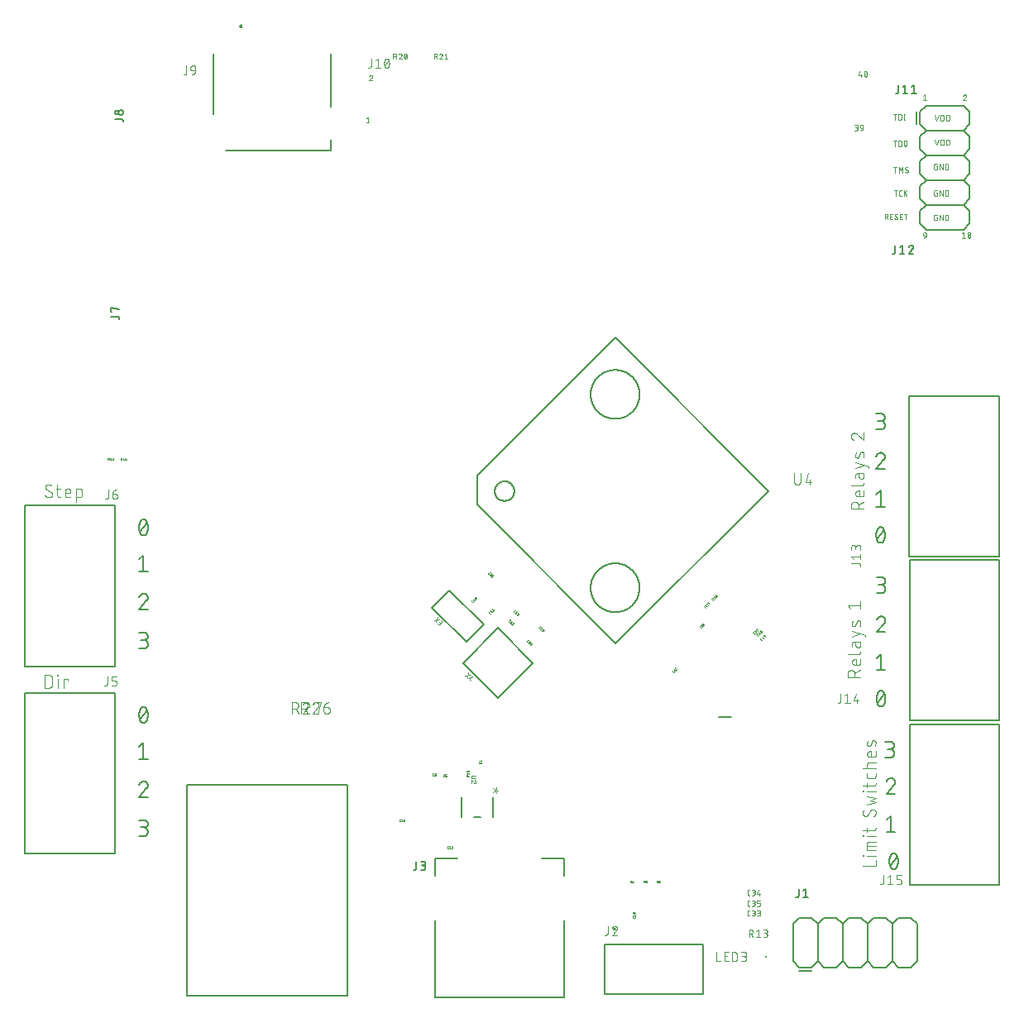
<source format=gbr>
G04 EAGLE Gerber RS-274X export*
G75*
%MOMM*%
%FSLAX34Y34*%
%LPD*%
%INSilkscreen Top*%
%IPPOS*%
%AMOC8*
5,1,8,0,0,1.08239X$1,22.5*%
G01*
%ADD10C,0.050800*%
%ADD11C,0.101600*%
%ADD12C,0.152400*%
%ADD13C,0.025400*%
%ADD14C,0.127000*%
%ADD15C,0.076200*%
%ADD16R,0.200000X0.200000*%
%ADD17C,0.203200*%
%ADD18C,0.200000*%


D10*
X350254Y901600D02*
X351806Y902842D01*
X351806Y897254D01*
X350254Y897254D02*
X353358Y897254D01*
X356358Y944445D02*
X356356Y944518D01*
X356350Y944591D01*
X356341Y944664D01*
X356327Y944735D01*
X356310Y944807D01*
X356290Y944877D01*
X356265Y944946D01*
X356237Y945013D01*
X356206Y945079D01*
X356171Y945144D01*
X356133Y945206D01*
X356091Y945266D01*
X356047Y945324D01*
X355999Y945380D01*
X355949Y945433D01*
X355896Y945483D01*
X355840Y945531D01*
X355782Y945575D01*
X355722Y945617D01*
X355660Y945655D01*
X355595Y945690D01*
X355529Y945721D01*
X355462Y945749D01*
X355393Y945774D01*
X355323Y945794D01*
X355251Y945811D01*
X355180Y945825D01*
X355107Y945834D01*
X355034Y945840D01*
X354961Y945842D01*
X354877Y945840D01*
X354794Y945834D01*
X354711Y945825D01*
X354629Y945811D01*
X354547Y945794D01*
X354466Y945772D01*
X354386Y945747D01*
X354308Y945719D01*
X354230Y945687D01*
X354155Y945651D01*
X354081Y945612D01*
X354009Y945569D01*
X353939Y945523D01*
X353872Y945474D01*
X353806Y945421D01*
X353744Y945366D01*
X353684Y945308D01*
X353626Y945247D01*
X353572Y945184D01*
X353520Y945118D01*
X353472Y945050D01*
X353427Y944979D01*
X353385Y944907D01*
X353347Y944832D01*
X353312Y944756D01*
X353281Y944679D01*
X353253Y944600D01*
X355892Y943359D02*
X355946Y943412D01*
X355997Y943469D01*
X356045Y943528D01*
X356090Y943589D01*
X356131Y943652D01*
X356170Y943718D01*
X356205Y943785D01*
X356237Y943854D01*
X356265Y943925D01*
X356289Y943996D01*
X356310Y944069D01*
X356327Y944143D01*
X356341Y944218D01*
X356350Y944293D01*
X356356Y944369D01*
X356358Y944445D01*
X355893Y943358D02*
X353254Y940254D01*
X356358Y940254D01*
X850254Y889254D02*
X851806Y889254D01*
X851883Y889256D01*
X851961Y889262D01*
X852037Y889271D01*
X852114Y889285D01*
X852189Y889302D01*
X852263Y889323D01*
X852337Y889348D01*
X852409Y889376D01*
X852479Y889408D01*
X852548Y889443D01*
X852615Y889482D01*
X852680Y889524D01*
X852743Y889569D01*
X852804Y889617D01*
X852862Y889668D01*
X852917Y889722D01*
X852970Y889779D01*
X853019Y889838D01*
X853066Y889900D01*
X853110Y889964D01*
X853150Y890030D01*
X853187Y890098D01*
X853221Y890168D01*
X853251Y890239D01*
X853277Y890312D01*
X853300Y890386D01*
X853319Y890461D01*
X853334Y890536D01*
X853346Y890613D01*
X853354Y890690D01*
X853358Y890767D01*
X853358Y890845D01*
X853354Y890922D01*
X853346Y890999D01*
X853334Y891076D01*
X853319Y891151D01*
X853300Y891226D01*
X853277Y891300D01*
X853251Y891373D01*
X853221Y891444D01*
X853187Y891514D01*
X853150Y891582D01*
X853110Y891648D01*
X853066Y891712D01*
X853019Y891774D01*
X852970Y891833D01*
X852917Y891890D01*
X852862Y891944D01*
X852804Y891995D01*
X852743Y892043D01*
X852680Y892088D01*
X852615Y892130D01*
X852548Y892169D01*
X852479Y892204D01*
X852409Y892236D01*
X852337Y892264D01*
X852263Y892289D01*
X852189Y892310D01*
X852114Y892327D01*
X852037Y892341D01*
X851961Y892350D01*
X851883Y892356D01*
X851806Y892358D01*
X852117Y894842D02*
X850254Y894842D01*
X852117Y894842D02*
X852187Y894840D01*
X852256Y894834D01*
X852325Y894824D01*
X852393Y894811D01*
X852461Y894793D01*
X852527Y894772D01*
X852592Y894747D01*
X852656Y894719D01*
X852718Y894687D01*
X852778Y894652D01*
X852836Y894613D01*
X852891Y894571D01*
X852945Y894526D01*
X852995Y894478D01*
X853043Y894428D01*
X853088Y894374D01*
X853130Y894319D01*
X853169Y894261D01*
X853204Y894201D01*
X853236Y894139D01*
X853264Y894075D01*
X853289Y894010D01*
X853310Y893944D01*
X853328Y893876D01*
X853341Y893808D01*
X853351Y893739D01*
X853357Y893670D01*
X853359Y893600D01*
X853357Y893530D01*
X853351Y893461D01*
X853341Y893392D01*
X853328Y893324D01*
X853310Y893256D01*
X853289Y893190D01*
X853264Y893125D01*
X853236Y893061D01*
X853204Y892999D01*
X853169Y892939D01*
X853130Y892881D01*
X853088Y892826D01*
X853043Y892772D01*
X852995Y892722D01*
X852945Y892674D01*
X852891Y892629D01*
X852836Y892587D01*
X852778Y892548D01*
X852718Y892513D01*
X852656Y892481D01*
X852592Y892453D01*
X852527Y892428D01*
X852461Y892407D01*
X852393Y892389D01*
X852325Y892376D01*
X852256Y892366D01*
X852187Y892360D01*
X852117Y892358D01*
X850875Y892358D01*
X856982Y891738D02*
X858845Y891738D01*
X856982Y891737D02*
X856912Y891739D01*
X856843Y891745D01*
X856774Y891755D01*
X856706Y891768D01*
X856638Y891786D01*
X856572Y891807D01*
X856507Y891832D01*
X856443Y891860D01*
X856381Y891892D01*
X856321Y891927D01*
X856263Y891966D01*
X856208Y892008D01*
X856154Y892053D01*
X856104Y892101D01*
X856056Y892151D01*
X856011Y892205D01*
X855969Y892260D01*
X855930Y892318D01*
X855895Y892378D01*
X855863Y892440D01*
X855835Y892504D01*
X855810Y892569D01*
X855789Y892635D01*
X855771Y892703D01*
X855758Y892771D01*
X855748Y892840D01*
X855742Y892909D01*
X855740Y892979D01*
X855740Y893290D01*
X855741Y893290D02*
X855743Y893367D01*
X855749Y893445D01*
X855758Y893521D01*
X855772Y893598D01*
X855789Y893673D01*
X855810Y893747D01*
X855835Y893821D01*
X855863Y893893D01*
X855895Y893963D01*
X855930Y894032D01*
X855969Y894099D01*
X856011Y894164D01*
X856056Y894227D01*
X856104Y894288D01*
X856155Y894346D01*
X856209Y894401D01*
X856266Y894454D01*
X856325Y894503D01*
X856387Y894550D01*
X856451Y894594D01*
X856517Y894634D01*
X856585Y894671D01*
X856655Y894705D01*
X856726Y894735D01*
X856799Y894761D01*
X856873Y894784D01*
X856948Y894803D01*
X857023Y894818D01*
X857100Y894830D01*
X857177Y894838D01*
X857254Y894842D01*
X857332Y894842D01*
X857409Y894838D01*
X857486Y894830D01*
X857563Y894818D01*
X857638Y894803D01*
X857713Y894784D01*
X857787Y894761D01*
X857860Y894735D01*
X857931Y894705D01*
X858001Y894671D01*
X858069Y894634D01*
X858135Y894594D01*
X858199Y894550D01*
X858261Y894503D01*
X858320Y894454D01*
X858377Y894401D01*
X858431Y894346D01*
X858482Y894288D01*
X858530Y894227D01*
X858575Y894164D01*
X858617Y894099D01*
X858656Y894032D01*
X858691Y893963D01*
X858723Y893893D01*
X858751Y893821D01*
X858776Y893747D01*
X858797Y893673D01*
X858814Y893598D01*
X858828Y893521D01*
X858837Y893445D01*
X858843Y893367D01*
X858845Y893290D01*
X858845Y891738D01*
X858843Y891640D01*
X858837Y891543D01*
X858828Y891446D01*
X858814Y891349D01*
X858797Y891253D01*
X858776Y891158D01*
X858752Y891064D01*
X858723Y890970D01*
X858691Y890878D01*
X858656Y890787D01*
X858617Y890698D01*
X858574Y890610D01*
X858528Y890524D01*
X858479Y890440D01*
X858426Y890358D01*
X858371Y890278D01*
X858312Y890200D01*
X858250Y890125D01*
X858185Y890052D01*
X858117Y889982D01*
X858047Y889914D01*
X857974Y889849D01*
X857899Y889787D01*
X857821Y889728D01*
X857741Y889673D01*
X857659Y889620D01*
X857575Y889571D01*
X857489Y889525D01*
X857401Y889482D01*
X857312Y889443D01*
X857221Y889408D01*
X857129Y889376D01*
X857035Y889347D01*
X856941Y889323D01*
X856846Y889302D01*
X856750Y889285D01*
X856653Y889271D01*
X856556Y889262D01*
X856458Y889256D01*
X856361Y889254D01*
X854254Y945496D02*
X855496Y949842D01*
X854254Y945496D02*
X857358Y945496D01*
X856427Y946738D02*
X856427Y944254D01*
X859740Y947048D02*
X859742Y947179D01*
X859747Y947309D01*
X859757Y947439D01*
X859770Y947569D01*
X859786Y947699D01*
X859806Y947828D01*
X859830Y947956D01*
X859858Y948083D01*
X859889Y948210D01*
X859924Y948336D01*
X859962Y948461D01*
X860004Y948585D01*
X860049Y948707D01*
X860098Y948828D01*
X860150Y948948D01*
X860206Y949066D01*
X860229Y949126D01*
X860255Y949186D01*
X860284Y949243D01*
X860317Y949299D01*
X860353Y949353D01*
X860391Y949405D01*
X860433Y949455D01*
X860477Y949502D01*
X860524Y949547D01*
X860574Y949589D01*
X860625Y949628D01*
X860679Y949664D01*
X860735Y949697D01*
X860792Y949727D01*
X860851Y949754D01*
X860912Y949777D01*
X860973Y949797D01*
X861036Y949813D01*
X861100Y949826D01*
X861164Y949835D01*
X861228Y949840D01*
X861293Y949842D01*
X861358Y949840D01*
X861422Y949835D01*
X861486Y949826D01*
X861550Y949813D01*
X861613Y949797D01*
X861674Y949777D01*
X861735Y949754D01*
X861794Y949727D01*
X861851Y949697D01*
X861907Y949664D01*
X861961Y949628D01*
X862012Y949589D01*
X862062Y949547D01*
X862109Y949502D01*
X862153Y949455D01*
X862195Y949405D01*
X862233Y949353D01*
X862269Y949299D01*
X862302Y949243D01*
X862331Y949186D01*
X862357Y949126D01*
X862380Y949066D01*
X862379Y949066D02*
X862435Y948948D01*
X862487Y948828D01*
X862536Y948707D01*
X862581Y948585D01*
X862623Y948461D01*
X862661Y948336D01*
X862696Y948210D01*
X862727Y948084D01*
X862755Y947956D01*
X862779Y947828D01*
X862799Y947699D01*
X862815Y947569D01*
X862828Y947439D01*
X862838Y947309D01*
X862843Y947179D01*
X862845Y947048D01*
X859741Y947048D02*
X859743Y946917D01*
X859748Y946787D01*
X859758Y946657D01*
X859771Y946527D01*
X859787Y946397D01*
X859807Y946268D01*
X859831Y946140D01*
X859859Y946013D01*
X859890Y945886D01*
X859925Y945760D01*
X859963Y945635D01*
X860005Y945511D01*
X860050Y945389D01*
X860099Y945268D01*
X860151Y945148D01*
X860207Y945030D01*
X860206Y945030D02*
X860229Y944970D01*
X860255Y944910D01*
X860284Y944853D01*
X860317Y944797D01*
X860353Y944743D01*
X860391Y944691D01*
X860433Y944641D01*
X860477Y944594D01*
X860524Y944549D01*
X860574Y944507D01*
X860625Y944468D01*
X860679Y944432D01*
X860735Y944399D01*
X860792Y944369D01*
X860851Y944342D01*
X860912Y944319D01*
X860973Y944299D01*
X861036Y944283D01*
X861100Y944270D01*
X861164Y944261D01*
X861228Y944256D01*
X861293Y944254D01*
X862379Y945030D02*
X862435Y945148D01*
X862487Y945268D01*
X862536Y945389D01*
X862581Y945511D01*
X862623Y945635D01*
X862661Y945760D01*
X862696Y945886D01*
X862727Y946012D01*
X862755Y946140D01*
X862779Y946268D01*
X862799Y946397D01*
X862815Y946527D01*
X862828Y946657D01*
X862838Y946787D01*
X862843Y946917D01*
X862845Y947048D01*
X862380Y945030D02*
X862357Y944970D01*
X862331Y944910D01*
X862302Y944853D01*
X862269Y944797D01*
X862233Y944743D01*
X862195Y944691D01*
X862153Y944641D01*
X862109Y944594D01*
X862062Y944549D01*
X862012Y944507D01*
X861961Y944468D01*
X861907Y944432D01*
X861851Y944399D01*
X861794Y944369D01*
X861735Y944342D01*
X861674Y944319D01*
X861613Y944299D01*
X861550Y944283D01*
X861486Y944270D01*
X861422Y944261D01*
X861358Y944256D01*
X861293Y944254D01*
X860051Y945496D02*
X862534Y948600D01*
X920254Y924600D02*
X921806Y925842D01*
X921806Y920254D01*
X920254Y920254D02*
X923358Y920254D01*
X962961Y925842D02*
X963034Y925840D01*
X963107Y925834D01*
X963180Y925825D01*
X963251Y925811D01*
X963323Y925794D01*
X963393Y925774D01*
X963462Y925749D01*
X963529Y925721D01*
X963595Y925690D01*
X963660Y925655D01*
X963722Y925617D01*
X963782Y925575D01*
X963840Y925531D01*
X963896Y925483D01*
X963949Y925433D01*
X963999Y925380D01*
X964047Y925324D01*
X964091Y925266D01*
X964133Y925206D01*
X964171Y925144D01*
X964206Y925079D01*
X964237Y925013D01*
X964265Y924946D01*
X964290Y924877D01*
X964310Y924807D01*
X964327Y924735D01*
X964341Y924664D01*
X964350Y924591D01*
X964356Y924518D01*
X964358Y924445D01*
X962961Y925842D02*
X962877Y925840D01*
X962794Y925834D01*
X962711Y925825D01*
X962629Y925811D01*
X962547Y925794D01*
X962466Y925772D01*
X962386Y925747D01*
X962308Y925719D01*
X962230Y925687D01*
X962155Y925651D01*
X962081Y925612D01*
X962009Y925569D01*
X961939Y925523D01*
X961872Y925474D01*
X961806Y925421D01*
X961744Y925366D01*
X961684Y925308D01*
X961626Y925247D01*
X961572Y925184D01*
X961520Y925118D01*
X961472Y925050D01*
X961427Y924979D01*
X961385Y924907D01*
X961347Y924832D01*
X961312Y924756D01*
X961281Y924679D01*
X961253Y924600D01*
X963892Y923359D02*
X963946Y923412D01*
X963997Y923469D01*
X964045Y923528D01*
X964090Y923589D01*
X964131Y923652D01*
X964170Y923718D01*
X964205Y923785D01*
X964237Y923854D01*
X964265Y923925D01*
X964289Y923996D01*
X964310Y924069D01*
X964327Y924143D01*
X964341Y924218D01*
X964350Y924293D01*
X964356Y924369D01*
X964358Y924445D01*
X963893Y923358D02*
X961254Y920254D01*
X964358Y920254D01*
X923358Y781738D02*
X921496Y781738D01*
X921496Y781737D02*
X921426Y781739D01*
X921357Y781745D01*
X921288Y781755D01*
X921220Y781768D01*
X921152Y781786D01*
X921086Y781807D01*
X921021Y781832D01*
X920957Y781860D01*
X920895Y781892D01*
X920835Y781927D01*
X920777Y781966D01*
X920722Y782008D01*
X920668Y782053D01*
X920618Y782101D01*
X920570Y782151D01*
X920525Y782205D01*
X920483Y782260D01*
X920444Y782318D01*
X920409Y782378D01*
X920377Y782440D01*
X920349Y782504D01*
X920324Y782569D01*
X920303Y782635D01*
X920285Y782703D01*
X920272Y782771D01*
X920262Y782840D01*
X920256Y782909D01*
X920254Y782979D01*
X920254Y783290D01*
X920256Y783367D01*
X920262Y783445D01*
X920271Y783521D01*
X920285Y783598D01*
X920302Y783673D01*
X920323Y783747D01*
X920348Y783821D01*
X920376Y783893D01*
X920408Y783963D01*
X920443Y784032D01*
X920482Y784099D01*
X920524Y784164D01*
X920569Y784227D01*
X920617Y784288D01*
X920668Y784346D01*
X920722Y784401D01*
X920779Y784454D01*
X920838Y784503D01*
X920900Y784550D01*
X920964Y784594D01*
X921030Y784634D01*
X921098Y784671D01*
X921168Y784705D01*
X921239Y784735D01*
X921312Y784761D01*
X921386Y784784D01*
X921461Y784803D01*
X921536Y784818D01*
X921613Y784830D01*
X921690Y784838D01*
X921767Y784842D01*
X921845Y784842D01*
X921922Y784838D01*
X921999Y784830D01*
X922076Y784818D01*
X922151Y784803D01*
X922226Y784784D01*
X922300Y784761D01*
X922373Y784735D01*
X922444Y784705D01*
X922514Y784671D01*
X922582Y784634D01*
X922648Y784594D01*
X922712Y784550D01*
X922774Y784503D01*
X922833Y784454D01*
X922890Y784401D01*
X922944Y784346D01*
X922995Y784288D01*
X923043Y784227D01*
X923088Y784164D01*
X923130Y784099D01*
X923169Y784032D01*
X923204Y783963D01*
X923236Y783893D01*
X923264Y783821D01*
X923289Y783747D01*
X923310Y783673D01*
X923327Y783598D01*
X923341Y783521D01*
X923350Y783445D01*
X923356Y783367D01*
X923358Y783290D01*
X923358Y781738D01*
X923359Y781738D02*
X923357Y781640D01*
X923351Y781543D01*
X923342Y781446D01*
X923328Y781349D01*
X923311Y781253D01*
X923290Y781158D01*
X923266Y781064D01*
X923237Y780970D01*
X923205Y780878D01*
X923170Y780787D01*
X923131Y780698D01*
X923088Y780610D01*
X923042Y780524D01*
X922993Y780440D01*
X922940Y780358D01*
X922885Y780278D01*
X922826Y780200D01*
X922764Y780125D01*
X922699Y780052D01*
X922631Y779982D01*
X922561Y779914D01*
X922488Y779849D01*
X922413Y779787D01*
X922335Y779728D01*
X922255Y779673D01*
X922173Y779620D01*
X922089Y779571D01*
X922003Y779525D01*
X921915Y779482D01*
X921826Y779443D01*
X921735Y779408D01*
X921643Y779376D01*
X921549Y779347D01*
X921455Y779323D01*
X921360Y779302D01*
X921264Y779285D01*
X921167Y779271D01*
X921070Y779262D01*
X920972Y779256D01*
X920875Y779254D01*
X960254Y783600D02*
X961806Y784842D01*
X961806Y779254D01*
X960254Y779254D02*
X963358Y779254D01*
X965740Y782048D02*
X965742Y782179D01*
X965747Y782309D01*
X965757Y782439D01*
X965770Y782569D01*
X965786Y782699D01*
X965806Y782828D01*
X965830Y782956D01*
X965858Y783083D01*
X965889Y783210D01*
X965924Y783336D01*
X965962Y783461D01*
X966004Y783585D01*
X966049Y783707D01*
X966098Y783828D01*
X966150Y783948D01*
X966206Y784066D01*
X966229Y784126D01*
X966255Y784186D01*
X966284Y784243D01*
X966317Y784299D01*
X966353Y784353D01*
X966391Y784405D01*
X966433Y784455D01*
X966477Y784502D01*
X966524Y784547D01*
X966574Y784589D01*
X966625Y784628D01*
X966679Y784664D01*
X966735Y784697D01*
X966792Y784727D01*
X966851Y784754D01*
X966912Y784777D01*
X966973Y784797D01*
X967036Y784813D01*
X967100Y784826D01*
X967164Y784835D01*
X967228Y784840D01*
X967293Y784842D01*
X967358Y784840D01*
X967422Y784835D01*
X967486Y784826D01*
X967550Y784813D01*
X967613Y784797D01*
X967674Y784777D01*
X967735Y784754D01*
X967794Y784727D01*
X967851Y784697D01*
X967907Y784664D01*
X967961Y784628D01*
X968012Y784589D01*
X968062Y784547D01*
X968109Y784502D01*
X968153Y784455D01*
X968195Y784405D01*
X968233Y784353D01*
X968269Y784299D01*
X968302Y784243D01*
X968331Y784186D01*
X968357Y784126D01*
X968380Y784066D01*
X968379Y784066D02*
X968435Y783948D01*
X968487Y783828D01*
X968536Y783707D01*
X968581Y783585D01*
X968623Y783461D01*
X968661Y783336D01*
X968696Y783210D01*
X968727Y783084D01*
X968755Y782956D01*
X968779Y782828D01*
X968799Y782699D01*
X968815Y782569D01*
X968828Y782439D01*
X968838Y782309D01*
X968843Y782179D01*
X968845Y782048D01*
X965741Y782048D02*
X965743Y781917D01*
X965748Y781787D01*
X965758Y781657D01*
X965771Y781527D01*
X965787Y781397D01*
X965807Y781268D01*
X965831Y781140D01*
X965859Y781013D01*
X965890Y780886D01*
X965925Y780760D01*
X965963Y780635D01*
X966005Y780511D01*
X966050Y780389D01*
X966099Y780268D01*
X966151Y780148D01*
X966207Y780030D01*
X966206Y780030D02*
X966229Y779970D01*
X966255Y779910D01*
X966284Y779853D01*
X966317Y779797D01*
X966353Y779743D01*
X966391Y779691D01*
X966433Y779641D01*
X966477Y779594D01*
X966524Y779549D01*
X966574Y779507D01*
X966625Y779468D01*
X966679Y779432D01*
X966735Y779399D01*
X966792Y779369D01*
X966851Y779342D01*
X966912Y779319D01*
X966973Y779299D01*
X967036Y779283D01*
X967100Y779270D01*
X967164Y779261D01*
X967228Y779256D01*
X967293Y779254D01*
X968379Y780030D02*
X968435Y780148D01*
X968487Y780268D01*
X968536Y780389D01*
X968581Y780511D01*
X968623Y780635D01*
X968661Y780760D01*
X968696Y780886D01*
X968727Y781012D01*
X968755Y781140D01*
X968779Y781268D01*
X968799Y781397D01*
X968815Y781527D01*
X968828Y781657D01*
X968838Y781787D01*
X968843Y781917D01*
X968845Y782048D01*
X968380Y780030D02*
X968357Y779970D01*
X968331Y779910D01*
X968302Y779853D01*
X968269Y779797D01*
X968233Y779743D01*
X968195Y779691D01*
X968153Y779641D01*
X968109Y779594D01*
X968062Y779549D01*
X968012Y779507D01*
X967961Y779468D01*
X967907Y779432D01*
X967851Y779399D01*
X967794Y779369D01*
X967735Y779342D01*
X967674Y779319D01*
X967613Y779299D01*
X967550Y779283D01*
X967486Y779270D01*
X967422Y779261D01*
X967358Y779256D01*
X967293Y779254D01*
X966051Y780496D02*
X968534Y783600D01*
X934358Y800358D02*
X933427Y800358D01*
X934358Y800358D02*
X934358Y797254D01*
X932496Y797254D01*
X932426Y797256D01*
X932357Y797262D01*
X932288Y797272D01*
X932220Y797285D01*
X932152Y797303D01*
X932086Y797324D01*
X932021Y797349D01*
X931957Y797377D01*
X931895Y797409D01*
X931835Y797444D01*
X931777Y797483D01*
X931722Y797525D01*
X931668Y797570D01*
X931618Y797618D01*
X931570Y797668D01*
X931525Y797722D01*
X931483Y797777D01*
X931444Y797835D01*
X931409Y797895D01*
X931377Y797957D01*
X931349Y798021D01*
X931324Y798086D01*
X931303Y798152D01*
X931285Y798220D01*
X931272Y798288D01*
X931262Y798357D01*
X931256Y798426D01*
X931254Y798496D01*
X931254Y801600D01*
X931256Y801670D01*
X931262Y801739D01*
X931272Y801808D01*
X931285Y801876D01*
X931303Y801944D01*
X931324Y802010D01*
X931349Y802075D01*
X931377Y802139D01*
X931409Y802201D01*
X931444Y802261D01*
X931483Y802319D01*
X931525Y802374D01*
X931570Y802428D01*
X931618Y802478D01*
X931668Y802526D01*
X931722Y802571D01*
X931777Y802613D01*
X931835Y802652D01*
X931895Y802687D01*
X931957Y802719D01*
X932021Y802747D01*
X932086Y802772D01*
X932152Y802793D01*
X932220Y802811D01*
X932288Y802824D01*
X932357Y802834D01*
X932426Y802840D01*
X932496Y802842D01*
X934358Y802842D01*
X937106Y802842D02*
X937106Y797254D01*
X940211Y797254D02*
X937106Y802842D01*
X940211Y802842D02*
X940211Y797254D01*
X942958Y797254D02*
X942958Y802842D01*
X944510Y802842D01*
X944586Y802840D01*
X944662Y802835D01*
X944738Y802825D01*
X944813Y802812D01*
X944887Y802795D01*
X944961Y802775D01*
X945033Y802751D01*
X945104Y802724D01*
X945174Y802693D01*
X945242Y802659D01*
X945308Y802621D01*
X945372Y802580D01*
X945435Y802537D01*
X945495Y802490D01*
X945552Y802440D01*
X945607Y802387D01*
X945660Y802332D01*
X945710Y802275D01*
X945757Y802215D01*
X945800Y802152D01*
X945841Y802088D01*
X945879Y802022D01*
X945913Y801954D01*
X945944Y801884D01*
X945971Y801813D01*
X945995Y801740D01*
X946015Y801667D01*
X946032Y801593D01*
X946045Y801518D01*
X946055Y801442D01*
X946060Y801366D01*
X946062Y801290D01*
X946063Y801290D02*
X946063Y798806D01*
X946062Y798806D02*
X946060Y798727D01*
X946054Y798649D01*
X946044Y798571D01*
X946030Y798494D01*
X946012Y798417D01*
X945991Y798341D01*
X945965Y798267D01*
X945936Y798194D01*
X945903Y798123D01*
X945867Y798053D01*
X945827Y797985D01*
X945784Y797919D01*
X945737Y797856D01*
X945688Y797795D01*
X945635Y797737D01*
X945579Y797681D01*
X945521Y797628D01*
X945460Y797579D01*
X945397Y797532D01*
X945331Y797489D01*
X945263Y797449D01*
X945194Y797413D01*
X945122Y797380D01*
X945049Y797351D01*
X944975Y797325D01*
X944899Y797304D01*
X944822Y797286D01*
X944745Y797272D01*
X944667Y797262D01*
X944589Y797256D01*
X944510Y797254D01*
X942958Y797254D01*
X934358Y825358D02*
X933427Y825358D01*
X934358Y825358D02*
X934358Y822254D01*
X932496Y822254D01*
X932426Y822256D01*
X932357Y822262D01*
X932288Y822272D01*
X932220Y822285D01*
X932152Y822303D01*
X932086Y822324D01*
X932021Y822349D01*
X931957Y822377D01*
X931895Y822409D01*
X931835Y822444D01*
X931777Y822483D01*
X931722Y822525D01*
X931668Y822570D01*
X931618Y822618D01*
X931570Y822668D01*
X931525Y822722D01*
X931483Y822777D01*
X931444Y822835D01*
X931409Y822895D01*
X931377Y822957D01*
X931349Y823021D01*
X931324Y823086D01*
X931303Y823152D01*
X931285Y823220D01*
X931272Y823288D01*
X931262Y823357D01*
X931256Y823426D01*
X931254Y823496D01*
X931254Y826600D01*
X931256Y826670D01*
X931262Y826739D01*
X931272Y826808D01*
X931285Y826876D01*
X931303Y826944D01*
X931324Y827010D01*
X931349Y827075D01*
X931377Y827139D01*
X931409Y827201D01*
X931444Y827261D01*
X931483Y827319D01*
X931525Y827374D01*
X931570Y827428D01*
X931618Y827478D01*
X931668Y827526D01*
X931722Y827571D01*
X931777Y827613D01*
X931835Y827652D01*
X931895Y827687D01*
X931957Y827719D01*
X932021Y827747D01*
X932086Y827772D01*
X932152Y827793D01*
X932220Y827811D01*
X932288Y827824D01*
X932357Y827834D01*
X932426Y827840D01*
X932496Y827842D01*
X934358Y827842D01*
X937106Y827842D02*
X937106Y822254D01*
X940211Y822254D02*
X937106Y827842D01*
X940211Y827842D02*
X940211Y822254D01*
X942958Y822254D02*
X942958Y827842D01*
X944510Y827842D01*
X944586Y827840D01*
X944662Y827835D01*
X944738Y827825D01*
X944813Y827812D01*
X944887Y827795D01*
X944961Y827775D01*
X945033Y827751D01*
X945104Y827724D01*
X945174Y827693D01*
X945242Y827659D01*
X945308Y827621D01*
X945372Y827580D01*
X945435Y827537D01*
X945495Y827490D01*
X945552Y827440D01*
X945607Y827387D01*
X945660Y827332D01*
X945710Y827275D01*
X945757Y827215D01*
X945800Y827152D01*
X945841Y827088D01*
X945879Y827022D01*
X945913Y826954D01*
X945944Y826884D01*
X945971Y826813D01*
X945995Y826740D01*
X946015Y826667D01*
X946032Y826593D01*
X946045Y826518D01*
X946055Y826442D01*
X946060Y826366D01*
X946062Y826290D01*
X946063Y826290D02*
X946063Y823806D01*
X946062Y823806D02*
X946060Y823727D01*
X946054Y823649D01*
X946044Y823571D01*
X946030Y823494D01*
X946012Y823417D01*
X945991Y823341D01*
X945965Y823267D01*
X945936Y823194D01*
X945903Y823123D01*
X945867Y823053D01*
X945827Y822985D01*
X945784Y822919D01*
X945737Y822856D01*
X945688Y822795D01*
X945635Y822737D01*
X945579Y822681D01*
X945521Y822628D01*
X945460Y822579D01*
X945397Y822532D01*
X945331Y822489D01*
X945263Y822449D01*
X945194Y822413D01*
X945122Y822380D01*
X945049Y822351D01*
X944975Y822325D01*
X944899Y822304D01*
X944822Y822286D01*
X944745Y822272D01*
X944667Y822262D01*
X944589Y822256D01*
X944510Y822254D01*
X942958Y822254D01*
X934358Y852358D02*
X933427Y852358D01*
X934358Y852358D02*
X934358Y849254D01*
X932496Y849254D01*
X932426Y849256D01*
X932357Y849262D01*
X932288Y849272D01*
X932220Y849285D01*
X932152Y849303D01*
X932086Y849324D01*
X932021Y849349D01*
X931957Y849377D01*
X931895Y849409D01*
X931835Y849444D01*
X931777Y849483D01*
X931722Y849525D01*
X931668Y849570D01*
X931618Y849618D01*
X931570Y849668D01*
X931525Y849722D01*
X931483Y849777D01*
X931444Y849835D01*
X931409Y849895D01*
X931377Y849957D01*
X931349Y850021D01*
X931324Y850086D01*
X931303Y850152D01*
X931285Y850220D01*
X931272Y850288D01*
X931262Y850357D01*
X931256Y850426D01*
X931254Y850496D01*
X931254Y853600D01*
X931256Y853670D01*
X931262Y853739D01*
X931272Y853808D01*
X931285Y853876D01*
X931303Y853944D01*
X931324Y854010D01*
X931349Y854075D01*
X931377Y854139D01*
X931409Y854201D01*
X931444Y854261D01*
X931483Y854319D01*
X931525Y854374D01*
X931570Y854428D01*
X931618Y854478D01*
X931668Y854526D01*
X931722Y854571D01*
X931777Y854613D01*
X931835Y854652D01*
X931895Y854687D01*
X931957Y854719D01*
X932021Y854747D01*
X932086Y854772D01*
X932152Y854793D01*
X932220Y854811D01*
X932288Y854824D01*
X932357Y854834D01*
X932426Y854840D01*
X932496Y854842D01*
X934358Y854842D01*
X937106Y854842D02*
X937106Y849254D01*
X940211Y849254D02*
X937106Y854842D01*
X940211Y854842D02*
X940211Y849254D01*
X942958Y849254D02*
X942958Y854842D01*
X944510Y854842D01*
X944586Y854840D01*
X944662Y854835D01*
X944738Y854825D01*
X944813Y854812D01*
X944887Y854795D01*
X944961Y854775D01*
X945033Y854751D01*
X945104Y854724D01*
X945174Y854693D01*
X945242Y854659D01*
X945308Y854621D01*
X945372Y854580D01*
X945435Y854537D01*
X945495Y854490D01*
X945552Y854440D01*
X945607Y854387D01*
X945660Y854332D01*
X945710Y854275D01*
X945757Y854215D01*
X945800Y854152D01*
X945841Y854088D01*
X945879Y854022D01*
X945913Y853954D01*
X945944Y853884D01*
X945971Y853813D01*
X945995Y853740D01*
X946015Y853667D01*
X946032Y853593D01*
X946045Y853518D01*
X946055Y853442D01*
X946060Y853366D01*
X946062Y853290D01*
X946063Y853290D02*
X946063Y850806D01*
X946062Y850806D02*
X946060Y850727D01*
X946054Y850649D01*
X946044Y850571D01*
X946030Y850494D01*
X946012Y850417D01*
X945991Y850341D01*
X945965Y850267D01*
X945936Y850194D01*
X945903Y850123D01*
X945867Y850053D01*
X945827Y849985D01*
X945784Y849919D01*
X945737Y849856D01*
X945688Y849795D01*
X945635Y849737D01*
X945579Y849681D01*
X945521Y849628D01*
X945460Y849579D01*
X945397Y849532D01*
X945331Y849489D01*
X945263Y849449D01*
X945194Y849413D01*
X945122Y849380D01*
X945049Y849351D01*
X944975Y849325D01*
X944899Y849304D01*
X944822Y849286D01*
X944745Y849272D01*
X944667Y849262D01*
X944589Y849256D01*
X944510Y849254D01*
X942958Y849254D01*
X934117Y874254D02*
X932254Y879842D01*
X935979Y879842D02*
X934117Y874254D01*
X938234Y874254D02*
X938234Y879842D01*
X939786Y879842D01*
X939862Y879840D01*
X939938Y879835D01*
X940014Y879825D01*
X940089Y879812D01*
X940163Y879795D01*
X940237Y879775D01*
X940309Y879751D01*
X940380Y879724D01*
X940450Y879693D01*
X940518Y879659D01*
X940584Y879621D01*
X940648Y879580D01*
X940711Y879537D01*
X940771Y879490D01*
X940828Y879440D01*
X940883Y879387D01*
X940936Y879332D01*
X940986Y879275D01*
X941033Y879215D01*
X941076Y879152D01*
X941117Y879088D01*
X941155Y879022D01*
X941189Y878954D01*
X941220Y878884D01*
X941247Y878813D01*
X941271Y878740D01*
X941291Y878667D01*
X941308Y878593D01*
X941321Y878518D01*
X941331Y878442D01*
X941336Y878366D01*
X941338Y878290D01*
X941338Y875806D01*
X941336Y875727D01*
X941330Y875649D01*
X941320Y875571D01*
X941306Y875494D01*
X941288Y875417D01*
X941267Y875341D01*
X941241Y875267D01*
X941212Y875194D01*
X941179Y875123D01*
X941143Y875053D01*
X941103Y874985D01*
X941060Y874919D01*
X941013Y874856D01*
X940964Y874795D01*
X940911Y874737D01*
X940855Y874681D01*
X940797Y874628D01*
X940736Y874579D01*
X940673Y874532D01*
X940607Y874489D01*
X940539Y874449D01*
X940470Y874413D01*
X940398Y874380D01*
X940325Y874351D01*
X940251Y874325D01*
X940175Y874304D01*
X940098Y874286D01*
X940021Y874272D01*
X939943Y874262D01*
X939865Y874256D01*
X939786Y874254D01*
X938234Y874254D01*
X944086Y874254D02*
X944086Y879842D01*
X945638Y879842D01*
X945714Y879840D01*
X945790Y879835D01*
X945866Y879825D01*
X945941Y879812D01*
X946015Y879795D01*
X946089Y879775D01*
X946161Y879751D01*
X946232Y879724D01*
X946302Y879693D01*
X946370Y879659D01*
X946436Y879621D01*
X946500Y879580D01*
X946563Y879537D01*
X946623Y879490D01*
X946680Y879440D01*
X946735Y879387D01*
X946788Y879332D01*
X946838Y879275D01*
X946885Y879215D01*
X946928Y879152D01*
X946969Y879088D01*
X947007Y879022D01*
X947041Y878954D01*
X947072Y878884D01*
X947099Y878813D01*
X947123Y878740D01*
X947143Y878667D01*
X947160Y878593D01*
X947173Y878518D01*
X947183Y878442D01*
X947188Y878366D01*
X947190Y878290D01*
X947190Y875806D01*
X947188Y875727D01*
X947182Y875649D01*
X947172Y875571D01*
X947158Y875494D01*
X947140Y875417D01*
X947119Y875341D01*
X947093Y875267D01*
X947064Y875194D01*
X947031Y875123D01*
X946995Y875053D01*
X946955Y874985D01*
X946912Y874919D01*
X946865Y874856D01*
X946816Y874795D01*
X946763Y874737D01*
X946707Y874681D01*
X946649Y874628D01*
X946588Y874579D01*
X946525Y874532D01*
X946459Y874489D01*
X946391Y874449D01*
X946322Y874413D01*
X946250Y874380D01*
X946177Y874351D01*
X946103Y874325D01*
X946027Y874304D01*
X945950Y874286D01*
X945873Y874272D01*
X945795Y874262D01*
X945717Y874256D01*
X945638Y874254D01*
X944086Y874254D01*
X934117Y899254D02*
X932254Y904842D01*
X935979Y904842D02*
X934117Y899254D01*
X938234Y899254D02*
X938234Y904842D01*
X939786Y904842D01*
X939862Y904840D01*
X939938Y904835D01*
X940014Y904825D01*
X940089Y904812D01*
X940163Y904795D01*
X940237Y904775D01*
X940309Y904751D01*
X940380Y904724D01*
X940450Y904693D01*
X940518Y904659D01*
X940584Y904621D01*
X940648Y904580D01*
X940711Y904537D01*
X940771Y904490D01*
X940828Y904440D01*
X940883Y904387D01*
X940936Y904332D01*
X940986Y904275D01*
X941033Y904215D01*
X941076Y904152D01*
X941117Y904088D01*
X941155Y904022D01*
X941189Y903954D01*
X941220Y903884D01*
X941247Y903813D01*
X941271Y903740D01*
X941291Y903667D01*
X941308Y903593D01*
X941321Y903518D01*
X941331Y903442D01*
X941336Y903366D01*
X941338Y903290D01*
X941338Y900806D01*
X941336Y900727D01*
X941330Y900649D01*
X941320Y900571D01*
X941306Y900494D01*
X941288Y900417D01*
X941267Y900341D01*
X941241Y900267D01*
X941212Y900194D01*
X941179Y900123D01*
X941143Y900053D01*
X941103Y899985D01*
X941060Y899919D01*
X941013Y899856D01*
X940964Y899795D01*
X940911Y899737D01*
X940855Y899681D01*
X940797Y899628D01*
X940736Y899579D01*
X940673Y899532D01*
X940607Y899489D01*
X940539Y899449D01*
X940470Y899413D01*
X940398Y899380D01*
X940325Y899351D01*
X940251Y899325D01*
X940175Y899304D01*
X940098Y899286D01*
X940021Y899272D01*
X939943Y899262D01*
X939865Y899256D01*
X939786Y899254D01*
X938234Y899254D01*
X944086Y899254D02*
X944086Y904842D01*
X945638Y904842D01*
X945714Y904840D01*
X945790Y904835D01*
X945866Y904825D01*
X945941Y904812D01*
X946015Y904795D01*
X946089Y904775D01*
X946161Y904751D01*
X946232Y904724D01*
X946302Y904693D01*
X946370Y904659D01*
X946436Y904621D01*
X946500Y904580D01*
X946563Y904537D01*
X946623Y904490D01*
X946680Y904440D01*
X946735Y904387D01*
X946788Y904332D01*
X946838Y904275D01*
X946885Y904215D01*
X946928Y904152D01*
X946969Y904088D01*
X947007Y904022D01*
X947041Y903954D01*
X947072Y903884D01*
X947099Y903813D01*
X947123Y903740D01*
X947143Y903667D01*
X947160Y903593D01*
X947173Y903518D01*
X947183Y903442D01*
X947188Y903366D01*
X947190Y903290D01*
X947190Y900806D01*
X947188Y900727D01*
X947182Y900649D01*
X947172Y900571D01*
X947158Y900494D01*
X947140Y900417D01*
X947119Y900341D01*
X947093Y900267D01*
X947064Y900194D01*
X947031Y900123D01*
X946995Y900053D01*
X946955Y899985D01*
X946912Y899919D01*
X946865Y899856D01*
X946816Y899795D01*
X946763Y899737D01*
X946707Y899681D01*
X946649Y899628D01*
X946588Y899579D01*
X946525Y899532D01*
X946459Y899489D01*
X946391Y899449D01*
X946322Y899413D01*
X946250Y899380D01*
X946177Y899351D01*
X946103Y899325D01*
X946027Y899304D01*
X945950Y899286D01*
X945873Y899272D01*
X945795Y899262D01*
X945717Y899256D01*
X945638Y899254D01*
X944086Y899254D01*
X891250Y900158D02*
X891250Y905746D01*
X892802Y905746D02*
X889697Y905746D01*
X895001Y905746D02*
X895001Y900158D01*
X895001Y905746D02*
X896553Y905746D01*
X896629Y905744D01*
X896705Y905739D01*
X896781Y905729D01*
X896856Y905716D01*
X896930Y905699D01*
X897004Y905679D01*
X897076Y905655D01*
X897147Y905628D01*
X897217Y905597D01*
X897285Y905563D01*
X897351Y905525D01*
X897415Y905484D01*
X897478Y905441D01*
X897538Y905394D01*
X897595Y905344D01*
X897650Y905291D01*
X897703Y905236D01*
X897753Y905179D01*
X897800Y905119D01*
X897843Y905056D01*
X897884Y904992D01*
X897922Y904926D01*
X897956Y904858D01*
X897987Y904788D01*
X898014Y904717D01*
X898038Y904644D01*
X898058Y904571D01*
X898075Y904497D01*
X898088Y904422D01*
X898098Y904346D01*
X898103Y904270D01*
X898105Y904194D01*
X898105Y901710D01*
X898103Y901631D01*
X898097Y901553D01*
X898087Y901475D01*
X898073Y901398D01*
X898055Y901321D01*
X898034Y901245D01*
X898008Y901171D01*
X897979Y901098D01*
X897946Y901027D01*
X897910Y900957D01*
X897870Y900889D01*
X897827Y900823D01*
X897780Y900760D01*
X897731Y900699D01*
X897678Y900641D01*
X897622Y900585D01*
X897564Y900532D01*
X897503Y900483D01*
X897440Y900436D01*
X897374Y900393D01*
X897306Y900353D01*
X897237Y900317D01*
X897165Y900284D01*
X897092Y900255D01*
X897018Y900229D01*
X896942Y900208D01*
X896865Y900190D01*
X896788Y900176D01*
X896710Y900166D01*
X896632Y900160D01*
X896553Y900158D01*
X895001Y900158D01*
X901125Y900158D02*
X901125Y905746D01*
X900504Y900158D02*
X901746Y900158D01*
X901746Y905746D02*
X900504Y905746D01*
X891221Y878746D02*
X891221Y873158D01*
X889669Y878746D02*
X892773Y878746D01*
X894972Y878746D02*
X894972Y873158D01*
X894972Y878746D02*
X896525Y878746D01*
X896601Y878744D01*
X896677Y878739D01*
X896753Y878729D01*
X896828Y878716D01*
X896902Y878699D01*
X896976Y878679D01*
X897048Y878655D01*
X897119Y878628D01*
X897189Y878597D01*
X897257Y878563D01*
X897323Y878525D01*
X897387Y878484D01*
X897450Y878441D01*
X897510Y878394D01*
X897567Y878344D01*
X897622Y878291D01*
X897675Y878236D01*
X897725Y878179D01*
X897772Y878119D01*
X897815Y878056D01*
X897856Y877992D01*
X897894Y877926D01*
X897928Y877858D01*
X897959Y877788D01*
X897986Y877717D01*
X898010Y877644D01*
X898030Y877571D01*
X898047Y877497D01*
X898060Y877422D01*
X898070Y877346D01*
X898075Y877270D01*
X898077Y877194D01*
X898077Y874710D01*
X898075Y874631D01*
X898069Y874553D01*
X898059Y874475D01*
X898045Y874398D01*
X898027Y874321D01*
X898006Y874245D01*
X897980Y874171D01*
X897951Y874098D01*
X897918Y874027D01*
X897882Y873957D01*
X897842Y873889D01*
X897799Y873823D01*
X897752Y873760D01*
X897703Y873699D01*
X897650Y873641D01*
X897594Y873585D01*
X897536Y873532D01*
X897475Y873483D01*
X897412Y873436D01*
X897346Y873393D01*
X897278Y873353D01*
X897209Y873317D01*
X897137Y873284D01*
X897064Y873255D01*
X896990Y873229D01*
X896914Y873208D01*
X896837Y873190D01*
X896760Y873176D01*
X896682Y873166D01*
X896604Y873160D01*
X896525Y873158D01*
X894972Y873158D01*
X900642Y874710D02*
X900642Y877194D01*
X900644Y877271D01*
X900650Y877349D01*
X900659Y877425D01*
X900673Y877502D01*
X900690Y877577D01*
X900711Y877651D01*
X900736Y877725D01*
X900764Y877797D01*
X900796Y877867D01*
X900831Y877936D01*
X900870Y878003D01*
X900912Y878068D01*
X900957Y878131D01*
X901005Y878192D01*
X901056Y878250D01*
X901110Y878305D01*
X901167Y878358D01*
X901226Y878407D01*
X901288Y878454D01*
X901352Y878498D01*
X901418Y878538D01*
X901486Y878575D01*
X901556Y878609D01*
X901627Y878639D01*
X901700Y878665D01*
X901774Y878688D01*
X901849Y878707D01*
X901924Y878722D01*
X902001Y878734D01*
X902078Y878742D01*
X902155Y878746D01*
X902233Y878746D01*
X902310Y878742D01*
X902387Y878734D01*
X902464Y878722D01*
X902539Y878707D01*
X902614Y878688D01*
X902688Y878665D01*
X902761Y878639D01*
X902832Y878609D01*
X902902Y878575D01*
X902970Y878538D01*
X903036Y878498D01*
X903100Y878454D01*
X903162Y878407D01*
X903221Y878358D01*
X903278Y878305D01*
X903332Y878250D01*
X903383Y878192D01*
X903431Y878131D01*
X903476Y878068D01*
X903518Y878003D01*
X903557Y877936D01*
X903592Y877867D01*
X903624Y877797D01*
X903652Y877725D01*
X903677Y877651D01*
X903698Y877577D01*
X903715Y877502D01*
X903729Y877425D01*
X903738Y877349D01*
X903744Y877271D01*
X903746Y877194D01*
X903746Y874710D01*
X903744Y874633D01*
X903738Y874555D01*
X903729Y874479D01*
X903715Y874402D01*
X903698Y874327D01*
X903677Y874253D01*
X903652Y874179D01*
X903624Y874107D01*
X903592Y874037D01*
X903557Y873968D01*
X903518Y873901D01*
X903476Y873836D01*
X903431Y873773D01*
X903383Y873712D01*
X903332Y873654D01*
X903278Y873599D01*
X903221Y873546D01*
X903162Y873497D01*
X903100Y873450D01*
X903036Y873406D01*
X902970Y873366D01*
X902902Y873329D01*
X902832Y873295D01*
X902761Y873265D01*
X902688Y873239D01*
X902614Y873216D01*
X902539Y873197D01*
X902464Y873182D01*
X902387Y873170D01*
X902310Y873162D01*
X902233Y873158D01*
X902155Y873158D01*
X902078Y873162D01*
X902001Y873170D01*
X901924Y873182D01*
X901849Y873197D01*
X901774Y873216D01*
X901700Y873239D01*
X901627Y873265D01*
X901556Y873295D01*
X901486Y873329D01*
X901418Y873366D01*
X901352Y873406D01*
X901288Y873450D01*
X901226Y873497D01*
X901167Y873546D01*
X901110Y873599D01*
X901056Y873654D01*
X901005Y873712D01*
X900957Y873773D01*
X900912Y873836D01*
X900870Y873901D01*
X900831Y873968D01*
X900796Y874037D01*
X900764Y874107D01*
X900736Y874179D01*
X900711Y874253D01*
X900690Y874327D01*
X900673Y874402D01*
X900659Y874479D01*
X900650Y874555D01*
X900644Y874633D01*
X900642Y874710D01*
X891672Y851746D02*
X891672Y846158D01*
X890120Y851746D02*
X893225Y851746D01*
X895479Y851746D02*
X895479Y846158D01*
X897342Y848642D02*
X895479Y851746D01*
X897342Y848642D02*
X899204Y851746D01*
X899204Y846158D01*
X903504Y846158D02*
X903574Y846160D01*
X903643Y846166D01*
X903712Y846176D01*
X903780Y846189D01*
X903848Y846207D01*
X903914Y846228D01*
X903979Y846253D01*
X904043Y846281D01*
X904105Y846313D01*
X904165Y846348D01*
X904223Y846387D01*
X904278Y846429D01*
X904332Y846474D01*
X904382Y846522D01*
X904430Y846572D01*
X904475Y846626D01*
X904517Y846681D01*
X904556Y846739D01*
X904591Y846799D01*
X904623Y846861D01*
X904651Y846925D01*
X904676Y846990D01*
X904697Y847056D01*
X904715Y847124D01*
X904728Y847192D01*
X904738Y847261D01*
X904744Y847330D01*
X904746Y847400D01*
X903504Y846158D02*
X903405Y846160D01*
X903307Y846165D01*
X903209Y846175D01*
X903111Y846188D01*
X903014Y846204D01*
X902917Y846224D01*
X902822Y846248D01*
X902727Y846276D01*
X902633Y846307D01*
X902541Y846341D01*
X902450Y846379D01*
X902360Y846420D01*
X902272Y846465D01*
X902186Y846513D01*
X902102Y846564D01*
X902020Y846618D01*
X901939Y846676D01*
X901861Y846736D01*
X901786Y846799D01*
X901712Y846865D01*
X901642Y846934D01*
X901797Y850504D02*
X901799Y850574D01*
X901805Y850643D01*
X901815Y850712D01*
X901828Y850780D01*
X901846Y850848D01*
X901867Y850914D01*
X901892Y850979D01*
X901920Y851043D01*
X901952Y851105D01*
X901987Y851165D01*
X902026Y851223D01*
X902068Y851278D01*
X902113Y851332D01*
X902161Y851382D01*
X902211Y851430D01*
X902265Y851475D01*
X902320Y851517D01*
X902378Y851556D01*
X902438Y851591D01*
X902500Y851623D01*
X902564Y851651D01*
X902629Y851676D01*
X902695Y851697D01*
X902763Y851715D01*
X902831Y851728D01*
X902900Y851738D01*
X902969Y851744D01*
X903039Y851746D01*
X903133Y851744D01*
X903226Y851738D01*
X903319Y851729D01*
X903412Y851716D01*
X903504Y851699D01*
X903595Y851679D01*
X903686Y851654D01*
X903775Y851627D01*
X903863Y851595D01*
X903950Y851560D01*
X904036Y851522D01*
X904119Y851480D01*
X904201Y851435D01*
X904282Y851387D01*
X904360Y851335D01*
X904436Y851280D01*
X902418Y849418D02*
X902359Y849454D01*
X902303Y849494D01*
X902249Y849537D01*
X902197Y849582D01*
X902148Y849631D01*
X902102Y849682D01*
X902059Y849735D01*
X902018Y849791D01*
X901981Y849849D01*
X901946Y849909D01*
X901916Y849970D01*
X901888Y850033D01*
X901864Y850098D01*
X901844Y850164D01*
X901827Y850231D01*
X901814Y850298D01*
X901805Y850366D01*
X901799Y850435D01*
X901797Y850504D01*
X904125Y848486D02*
X904184Y848450D01*
X904240Y848410D01*
X904294Y848367D01*
X904346Y848322D01*
X904395Y848273D01*
X904441Y848222D01*
X904484Y848169D01*
X904525Y848113D01*
X904562Y848055D01*
X904597Y847995D01*
X904627Y847934D01*
X904655Y847871D01*
X904679Y847806D01*
X904699Y847740D01*
X904716Y847673D01*
X904729Y847606D01*
X904738Y847538D01*
X904744Y847469D01*
X904746Y847400D01*
X904125Y848486D02*
X902418Y849418D01*
X892235Y827746D02*
X892235Y822158D01*
X890683Y827746D02*
X893788Y827746D01*
X897029Y822158D02*
X898271Y822158D01*
X897029Y822158D02*
X896959Y822160D01*
X896890Y822166D01*
X896821Y822176D01*
X896753Y822189D01*
X896685Y822207D01*
X896619Y822228D01*
X896554Y822253D01*
X896490Y822281D01*
X896428Y822313D01*
X896368Y822348D01*
X896310Y822387D01*
X896255Y822429D01*
X896201Y822474D01*
X896151Y822522D01*
X896103Y822572D01*
X896058Y822626D01*
X896016Y822681D01*
X895977Y822739D01*
X895942Y822799D01*
X895910Y822861D01*
X895882Y822925D01*
X895857Y822990D01*
X895836Y823056D01*
X895818Y823124D01*
X895805Y823192D01*
X895795Y823261D01*
X895789Y823330D01*
X895787Y823400D01*
X895788Y823400D02*
X895788Y826504D01*
X895787Y826504D02*
X895789Y826574D01*
X895795Y826643D01*
X895805Y826712D01*
X895818Y826780D01*
X895836Y826848D01*
X895857Y826914D01*
X895882Y826979D01*
X895910Y827043D01*
X895942Y827105D01*
X895977Y827165D01*
X896016Y827223D01*
X896058Y827278D01*
X896103Y827332D01*
X896151Y827382D01*
X896201Y827430D01*
X896255Y827475D01*
X896310Y827517D01*
X896368Y827556D01*
X896428Y827591D01*
X896490Y827623D01*
X896554Y827651D01*
X896619Y827676D01*
X896685Y827697D01*
X896753Y827715D01*
X896821Y827728D01*
X896890Y827738D01*
X896959Y827744D01*
X897029Y827746D01*
X898271Y827746D01*
X900642Y827746D02*
X900642Y822158D01*
X900642Y824331D02*
X903746Y827746D01*
X901883Y825573D02*
X903746Y822158D01*
X880927Y803746D02*
X880927Y798158D01*
X880927Y803746D02*
X882479Y803746D01*
X882556Y803744D01*
X882634Y803738D01*
X882710Y803729D01*
X882787Y803715D01*
X882862Y803698D01*
X882936Y803677D01*
X883010Y803652D01*
X883082Y803624D01*
X883152Y803592D01*
X883221Y803557D01*
X883288Y803518D01*
X883353Y803476D01*
X883416Y803431D01*
X883477Y803383D01*
X883535Y803332D01*
X883590Y803278D01*
X883643Y803221D01*
X883692Y803162D01*
X883739Y803100D01*
X883783Y803036D01*
X883823Y802970D01*
X883860Y802902D01*
X883894Y802832D01*
X883924Y802761D01*
X883950Y802688D01*
X883973Y802614D01*
X883992Y802539D01*
X884007Y802464D01*
X884019Y802387D01*
X884027Y802310D01*
X884031Y802233D01*
X884031Y802155D01*
X884027Y802078D01*
X884019Y802001D01*
X884007Y801924D01*
X883992Y801849D01*
X883973Y801774D01*
X883950Y801700D01*
X883924Y801627D01*
X883894Y801556D01*
X883860Y801486D01*
X883823Y801418D01*
X883783Y801352D01*
X883739Y801288D01*
X883692Y801226D01*
X883643Y801167D01*
X883590Y801110D01*
X883535Y801056D01*
X883477Y801005D01*
X883416Y800957D01*
X883353Y800912D01*
X883288Y800870D01*
X883221Y800831D01*
X883152Y800796D01*
X883082Y800764D01*
X883010Y800736D01*
X882936Y800711D01*
X882862Y800690D01*
X882787Y800673D01*
X882710Y800659D01*
X882634Y800650D01*
X882556Y800644D01*
X882479Y800642D01*
X880927Y800642D01*
X882789Y800642D02*
X884031Y798158D01*
X886571Y798158D02*
X889055Y798158D01*
X886571Y798158D02*
X886571Y803746D01*
X889055Y803746D01*
X888434Y801262D02*
X886571Y801262D01*
X892812Y798158D02*
X892882Y798160D01*
X892951Y798166D01*
X893020Y798176D01*
X893088Y798189D01*
X893156Y798207D01*
X893222Y798228D01*
X893287Y798253D01*
X893351Y798281D01*
X893413Y798313D01*
X893473Y798348D01*
X893531Y798387D01*
X893586Y798429D01*
X893640Y798474D01*
X893690Y798522D01*
X893738Y798572D01*
X893783Y798626D01*
X893825Y798681D01*
X893864Y798739D01*
X893899Y798799D01*
X893931Y798861D01*
X893959Y798925D01*
X893984Y798990D01*
X894005Y799056D01*
X894023Y799124D01*
X894036Y799192D01*
X894046Y799261D01*
X894052Y799330D01*
X894054Y799400D01*
X892812Y798158D02*
X892713Y798160D01*
X892615Y798165D01*
X892517Y798175D01*
X892419Y798188D01*
X892322Y798204D01*
X892225Y798224D01*
X892130Y798248D01*
X892035Y798276D01*
X891941Y798307D01*
X891849Y798341D01*
X891758Y798379D01*
X891668Y798420D01*
X891580Y798465D01*
X891494Y798513D01*
X891410Y798564D01*
X891328Y798618D01*
X891247Y798676D01*
X891169Y798736D01*
X891094Y798799D01*
X891020Y798865D01*
X890950Y798934D01*
X891104Y802504D02*
X891106Y802574D01*
X891112Y802643D01*
X891122Y802712D01*
X891135Y802780D01*
X891153Y802848D01*
X891174Y802914D01*
X891199Y802979D01*
X891227Y803043D01*
X891259Y803105D01*
X891294Y803165D01*
X891333Y803223D01*
X891375Y803278D01*
X891420Y803332D01*
X891468Y803382D01*
X891518Y803430D01*
X891572Y803475D01*
X891627Y803517D01*
X891685Y803556D01*
X891745Y803591D01*
X891807Y803623D01*
X891871Y803651D01*
X891936Y803676D01*
X892002Y803697D01*
X892070Y803715D01*
X892138Y803728D01*
X892207Y803738D01*
X892276Y803744D01*
X892346Y803746D01*
X892440Y803744D01*
X892533Y803738D01*
X892626Y803729D01*
X892719Y803716D01*
X892811Y803699D01*
X892902Y803679D01*
X892993Y803654D01*
X893082Y803627D01*
X893170Y803595D01*
X893257Y803560D01*
X893343Y803522D01*
X893426Y803480D01*
X893508Y803435D01*
X893589Y803387D01*
X893667Y803335D01*
X893743Y803280D01*
X891725Y801418D02*
X891666Y801454D01*
X891610Y801494D01*
X891556Y801537D01*
X891504Y801582D01*
X891455Y801631D01*
X891409Y801682D01*
X891366Y801735D01*
X891325Y801791D01*
X891288Y801849D01*
X891253Y801909D01*
X891223Y801970D01*
X891195Y802033D01*
X891171Y802098D01*
X891151Y802164D01*
X891134Y802231D01*
X891121Y802298D01*
X891112Y802366D01*
X891106Y802435D01*
X891104Y802504D01*
X893432Y800486D02*
X893491Y800450D01*
X893547Y800410D01*
X893601Y800367D01*
X893653Y800322D01*
X893702Y800273D01*
X893748Y800222D01*
X893791Y800169D01*
X893832Y800113D01*
X893869Y800055D01*
X893904Y799995D01*
X893934Y799934D01*
X893962Y799871D01*
X893986Y799806D01*
X894006Y799740D01*
X894023Y799673D01*
X894036Y799606D01*
X894045Y799538D01*
X894051Y799469D01*
X894053Y799400D01*
X893433Y800486D02*
X891725Y801418D01*
X896446Y798158D02*
X898930Y798158D01*
X896446Y798158D02*
X896446Y803746D01*
X898930Y803746D01*
X898309Y801262D02*
X896446Y801262D01*
X902194Y803746D02*
X902194Y798158D01*
X900642Y803746D02*
X903746Y803746D01*
D11*
X28846Y516443D02*
X28844Y516336D01*
X28838Y516229D01*
X28828Y516122D01*
X28815Y516016D01*
X28797Y515910D01*
X28776Y515805D01*
X28751Y515701D01*
X28722Y515597D01*
X28689Y515495D01*
X28652Y515395D01*
X28612Y515295D01*
X28568Y515197D01*
X28521Y515101D01*
X28470Y515007D01*
X28416Y514914D01*
X28359Y514824D01*
X28298Y514735D01*
X28234Y514649D01*
X28167Y514566D01*
X28097Y514484D01*
X28024Y514406D01*
X27948Y514330D01*
X27870Y514257D01*
X27788Y514187D01*
X27705Y514120D01*
X27619Y514056D01*
X27530Y513995D01*
X27440Y513938D01*
X27347Y513884D01*
X27253Y513833D01*
X27157Y513786D01*
X27059Y513742D01*
X26959Y513702D01*
X26859Y513665D01*
X26757Y513632D01*
X26653Y513603D01*
X26549Y513578D01*
X26444Y513557D01*
X26338Y513539D01*
X26232Y513526D01*
X26125Y513516D01*
X26018Y513510D01*
X25911Y513508D01*
X25758Y513510D01*
X25605Y513516D01*
X25453Y513525D01*
X25300Y513538D01*
X25148Y513555D01*
X24997Y513576D01*
X24845Y513600D01*
X24695Y513628D01*
X24545Y513660D01*
X24397Y513696D01*
X24249Y513735D01*
X24102Y513778D01*
X23956Y513824D01*
X23812Y513874D01*
X23668Y513928D01*
X23526Y513985D01*
X23386Y514045D01*
X23247Y514110D01*
X23110Y514177D01*
X22974Y514248D01*
X22840Y514322D01*
X22708Y514399D01*
X22578Y514480D01*
X22450Y514564D01*
X22324Y514651D01*
X22201Y514741D01*
X22079Y514834D01*
X21960Y514930D01*
X21844Y515029D01*
X21729Y515130D01*
X21618Y515235D01*
X21509Y515342D01*
X21875Y523781D02*
X21877Y523888D01*
X21883Y523995D01*
X21893Y524102D01*
X21906Y524208D01*
X21924Y524314D01*
X21945Y524419D01*
X21970Y524523D01*
X21999Y524627D01*
X22032Y524729D01*
X22069Y524829D01*
X22109Y524929D01*
X22153Y525027D01*
X22200Y525123D01*
X22251Y525217D01*
X22305Y525310D01*
X22362Y525400D01*
X22423Y525489D01*
X22487Y525575D01*
X22554Y525658D01*
X22624Y525740D01*
X22697Y525818D01*
X22773Y525894D01*
X22851Y525967D01*
X22933Y526037D01*
X23016Y526104D01*
X23102Y526168D01*
X23191Y526229D01*
X23281Y526286D01*
X23374Y526340D01*
X23468Y526391D01*
X23564Y526438D01*
X23662Y526482D01*
X23762Y526522D01*
X23862Y526559D01*
X23964Y526592D01*
X24068Y526621D01*
X24172Y526646D01*
X24277Y526667D01*
X24383Y526685D01*
X24489Y526698D01*
X24596Y526708D01*
X24703Y526714D01*
X24810Y526716D01*
X24958Y526714D01*
X25105Y526708D01*
X25252Y526698D01*
X25399Y526684D01*
X25546Y526667D01*
X25691Y526645D01*
X25837Y526619D01*
X25981Y526590D01*
X26125Y526557D01*
X26268Y526519D01*
X26410Y526478D01*
X26550Y526434D01*
X26690Y526385D01*
X26828Y526333D01*
X26964Y526277D01*
X27099Y526217D01*
X27232Y526154D01*
X27364Y526087D01*
X27494Y526017D01*
X27622Y525944D01*
X27747Y525866D01*
X27871Y525786D01*
X27993Y525702D01*
X28112Y525615D01*
X23343Y521213D02*
X23252Y521269D01*
X23163Y521328D01*
X23076Y521390D01*
X22992Y521455D01*
X22909Y521523D01*
X22830Y521594D01*
X22753Y521668D01*
X22679Y521745D01*
X22607Y521824D01*
X22539Y521906D01*
X22473Y521990D01*
X22410Y522077D01*
X22351Y522165D01*
X22295Y522256D01*
X22242Y522349D01*
X22192Y522443D01*
X22146Y522539D01*
X22103Y522637D01*
X22064Y522736D01*
X22028Y522837D01*
X21996Y522939D01*
X21968Y523042D01*
X21944Y523146D01*
X21923Y523250D01*
X21906Y523356D01*
X21892Y523461D01*
X21883Y523568D01*
X21877Y523674D01*
X21875Y523781D01*
X27378Y519011D02*
X27469Y518955D01*
X27558Y518896D01*
X27645Y518834D01*
X27729Y518769D01*
X27812Y518701D01*
X27891Y518630D01*
X27968Y518556D01*
X28042Y518479D01*
X28114Y518400D01*
X28182Y518318D01*
X28248Y518234D01*
X28311Y518147D01*
X28370Y518059D01*
X28426Y517968D01*
X28479Y517875D01*
X28529Y517781D01*
X28575Y517685D01*
X28618Y517587D01*
X28657Y517488D01*
X28693Y517387D01*
X28725Y517285D01*
X28753Y517182D01*
X28777Y517078D01*
X28798Y516974D01*
X28815Y516868D01*
X28829Y516763D01*
X28838Y516656D01*
X28844Y516550D01*
X28846Y516443D01*
X27378Y519011D02*
X23342Y521213D01*
X32692Y522313D02*
X37095Y522313D01*
X34160Y526716D02*
X34160Y515709D01*
X34162Y515618D01*
X34168Y515527D01*
X34177Y515437D01*
X34190Y515347D01*
X34207Y515257D01*
X34227Y515169D01*
X34252Y515081D01*
X34279Y514994D01*
X34311Y514909D01*
X34345Y514825D01*
X34384Y514742D01*
X34425Y514661D01*
X34470Y514582D01*
X34518Y514505D01*
X34570Y514430D01*
X34624Y514357D01*
X34681Y514286D01*
X34742Y514218D01*
X34805Y514153D01*
X34870Y514090D01*
X34939Y514029D01*
X35009Y513972D01*
X35082Y513918D01*
X35157Y513866D01*
X35234Y513818D01*
X35313Y513773D01*
X35394Y513732D01*
X35477Y513693D01*
X35561Y513659D01*
X35646Y513627D01*
X35733Y513599D01*
X35821Y513575D01*
X35909Y513555D01*
X35999Y513538D01*
X36089Y513525D01*
X36179Y513516D01*
X36270Y513510D01*
X36361Y513508D01*
X37095Y513508D01*
X44072Y513508D02*
X47741Y513508D01*
X44072Y513508D02*
X43981Y513510D01*
X43890Y513516D01*
X43800Y513525D01*
X43710Y513538D01*
X43620Y513555D01*
X43532Y513575D01*
X43444Y513600D01*
X43357Y513627D01*
X43272Y513659D01*
X43188Y513693D01*
X43105Y513732D01*
X43024Y513773D01*
X42945Y513818D01*
X42868Y513866D01*
X42793Y513918D01*
X42720Y513972D01*
X42649Y514029D01*
X42581Y514090D01*
X42516Y514153D01*
X42453Y514218D01*
X42392Y514286D01*
X42335Y514357D01*
X42281Y514430D01*
X42229Y514505D01*
X42181Y514582D01*
X42136Y514661D01*
X42095Y514742D01*
X42056Y514825D01*
X42022Y514909D01*
X41990Y514994D01*
X41963Y515081D01*
X41938Y515169D01*
X41918Y515257D01*
X41901Y515347D01*
X41888Y515437D01*
X41879Y515527D01*
X41873Y515618D01*
X41871Y515709D01*
X41871Y519378D01*
X41873Y519485D01*
X41879Y519592D01*
X41889Y519699D01*
X41902Y519805D01*
X41920Y519911D01*
X41941Y520016D01*
X41966Y520120D01*
X41995Y520224D01*
X42028Y520326D01*
X42065Y520426D01*
X42105Y520526D01*
X42149Y520624D01*
X42196Y520720D01*
X42247Y520814D01*
X42301Y520907D01*
X42358Y520997D01*
X42419Y521086D01*
X42483Y521172D01*
X42550Y521255D01*
X42620Y521337D01*
X42693Y521415D01*
X42769Y521491D01*
X42847Y521564D01*
X42929Y521634D01*
X43012Y521701D01*
X43098Y521765D01*
X43187Y521826D01*
X43277Y521883D01*
X43370Y521937D01*
X43464Y521988D01*
X43560Y522035D01*
X43658Y522079D01*
X43758Y522119D01*
X43858Y522156D01*
X43960Y522189D01*
X44064Y522218D01*
X44168Y522243D01*
X44273Y522264D01*
X44379Y522282D01*
X44485Y522295D01*
X44592Y522305D01*
X44699Y522311D01*
X44806Y522313D01*
X44913Y522311D01*
X45020Y522305D01*
X45127Y522295D01*
X45233Y522282D01*
X45339Y522264D01*
X45444Y522243D01*
X45548Y522218D01*
X45652Y522189D01*
X45754Y522156D01*
X45854Y522119D01*
X45954Y522079D01*
X46052Y522035D01*
X46148Y521988D01*
X46242Y521937D01*
X46335Y521883D01*
X46425Y521826D01*
X46514Y521765D01*
X46600Y521701D01*
X46683Y521634D01*
X46765Y521564D01*
X46843Y521491D01*
X46919Y521415D01*
X46992Y521337D01*
X47062Y521255D01*
X47129Y521172D01*
X47193Y521086D01*
X47254Y520997D01*
X47311Y520907D01*
X47365Y520814D01*
X47416Y520720D01*
X47463Y520624D01*
X47507Y520526D01*
X47547Y520426D01*
X47584Y520326D01*
X47617Y520224D01*
X47646Y520120D01*
X47671Y520016D01*
X47692Y519911D01*
X47710Y519805D01*
X47723Y519699D01*
X47733Y519592D01*
X47739Y519485D01*
X47741Y519378D01*
X47741Y517911D01*
X41871Y517911D01*
X53455Y522313D02*
X53455Y509105D01*
X53455Y522313D02*
X57124Y522313D01*
X57217Y522311D01*
X57311Y522305D01*
X57404Y522295D01*
X57496Y522281D01*
X57588Y522264D01*
X57679Y522242D01*
X57768Y522217D01*
X57857Y522187D01*
X57945Y522154D01*
X58031Y522118D01*
X58115Y522077D01*
X58197Y522034D01*
X58278Y521986D01*
X58356Y521936D01*
X58433Y521882D01*
X58507Y521824D01*
X58578Y521764D01*
X58647Y521701D01*
X58713Y521635D01*
X58776Y521566D01*
X58836Y521495D01*
X58894Y521421D01*
X58948Y521345D01*
X58998Y521266D01*
X59045Y521185D01*
X59089Y521103D01*
X59130Y521019D01*
X59166Y520933D01*
X59199Y520845D01*
X59229Y520757D01*
X59254Y520667D01*
X59276Y520576D01*
X59293Y520484D01*
X59307Y520392D01*
X59317Y520299D01*
X59323Y520205D01*
X59325Y520112D01*
X59325Y515709D01*
X59323Y515618D01*
X59317Y515527D01*
X59308Y515437D01*
X59295Y515347D01*
X59278Y515257D01*
X59258Y515169D01*
X59233Y515081D01*
X59206Y514994D01*
X59174Y514909D01*
X59140Y514825D01*
X59101Y514742D01*
X59060Y514661D01*
X59015Y514582D01*
X58967Y514505D01*
X58915Y514430D01*
X58861Y514357D01*
X58804Y514286D01*
X58743Y514218D01*
X58680Y514153D01*
X58615Y514090D01*
X58547Y514029D01*
X58476Y513972D01*
X58403Y513918D01*
X58328Y513866D01*
X58251Y513818D01*
X58172Y513773D01*
X58091Y513732D01*
X58008Y513693D01*
X57924Y513659D01*
X57839Y513627D01*
X57752Y513600D01*
X57664Y513575D01*
X57576Y513555D01*
X57486Y513538D01*
X57396Y513525D01*
X57306Y513516D01*
X57215Y513510D01*
X57124Y513508D01*
X53455Y513508D01*
D12*
X119117Y488760D02*
X118980Y488471D01*
X118850Y488179D01*
X118727Y487883D01*
X118612Y487585D01*
X118503Y487284D01*
X118402Y486981D01*
X118308Y486675D01*
X118221Y486368D01*
X118142Y486058D01*
X118070Y485746D01*
X118006Y485433D01*
X117949Y485118D01*
X117899Y484802D01*
X117857Y484485D01*
X117823Y484167D01*
X117796Y483849D01*
X117777Y483529D01*
X117766Y483210D01*
X117762Y482890D01*
X119117Y488761D02*
X119156Y488869D01*
X119199Y488976D01*
X119245Y489081D01*
X119296Y489185D01*
X119349Y489287D01*
X119406Y489387D01*
X119467Y489485D01*
X119531Y489580D01*
X119598Y489674D01*
X119669Y489765D01*
X119742Y489854D01*
X119819Y489940D01*
X119898Y490023D01*
X119980Y490104D01*
X120065Y490182D01*
X120153Y490256D01*
X120243Y490328D01*
X120335Y490396D01*
X120430Y490462D01*
X120527Y490524D01*
X120626Y490582D01*
X120728Y490638D01*
X120830Y490689D01*
X120935Y490737D01*
X121041Y490782D01*
X121149Y490823D01*
X121258Y490860D01*
X121368Y490893D01*
X121480Y490922D01*
X121592Y490948D01*
X121705Y490970D01*
X121819Y490987D01*
X121933Y491001D01*
X122048Y491011D01*
X122163Y491017D01*
X122278Y491019D01*
X122278Y491018D02*
X122393Y491016D01*
X122508Y491010D01*
X122623Y491000D01*
X122737Y490986D01*
X122851Y490969D01*
X122964Y490947D01*
X123076Y490921D01*
X123188Y490892D01*
X123298Y490859D01*
X123407Y490822D01*
X123515Y490781D01*
X123621Y490736D01*
X123726Y490688D01*
X123828Y490637D01*
X123929Y490581D01*
X124029Y490523D01*
X124126Y490461D01*
X124220Y490396D01*
X124313Y490327D01*
X124403Y490255D01*
X124491Y490181D01*
X124576Y490103D01*
X124658Y490022D01*
X124737Y489939D01*
X124814Y489853D01*
X124887Y489764D01*
X124958Y489673D01*
X125025Y489579D01*
X125089Y489484D01*
X125150Y489386D01*
X125207Y489286D01*
X125260Y489184D01*
X125311Y489080D01*
X125357Y488975D01*
X125400Y488868D01*
X125439Y488760D01*
X125438Y488760D02*
X125575Y488471D01*
X125705Y488179D01*
X125828Y487883D01*
X125943Y487585D01*
X126052Y487284D01*
X126153Y486981D01*
X126247Y486675D01*
X126334Y486368D01*
X126413Y486058D01*
X126485Y485746D01*
X126549Y485433D01*
X126606Y485118D01*
X126656Y484802D01*
X126698Y484485D01*
X126732Y484167D01*
X126759Y483849D01*
X126778Y483529D01*
X126789Y483210D01*
X126793Y482890D01*
X117762Y482890D02*
X117766Y482570D01*
X117777Y482251D01*
X117796Y481931D01*
X117823Y481613D01*
X117857Y481295D01*
X117899Y480978D01*
X117949Y480662D01*
X118006Y480347D01*
X118070Y480034D01*
X118142Y479722D01*
X118221Y479412D01*
X118308Y479105D01*
X118402Y478799D01*
X118503Y478496D01*
X118612Y478195D01*
X118727Y477897D01*
X118850Y477601D01*
X118980Y477309D01*
X119117Y477020D01*
X119156Y476912D01*
X119199Y476805D01*
X119245Y476700D01*
X119296Y476596D01*
X119349Y476494D01*
X119406Y476394D01*
X119467Y476296D01*
X119531Y476201D01*
X119598Y476107D01*
X119669Y476016D01*
X119742Y475927D01*
X119819Y475841D01*
X119898Y475758D01*
X119980Y475677D01*
X120065Y475599D01*
X120153Y475525D01*
X120243Y475453D01*
X120336Y475384D01*
X120430Y475319D01*
X120527Y475257D01*
X120627Y475199D01*
X120728Y475143D01*
X120830Y475092D01*
X120935Y475044D01*
X121041Y474999D01*
X121149Y474958D01*
X121258Y474921D01*
X121368Y474888D01*
X121480Y474859D01*
X121592Y474833D01*
X121705Y474811D01*
X121819Y474794D01*
X121933Y474780D01*
X122048Y474770D01*
X122163Y474764D01*
X122278Y474762D01*
X125438Y477020D02*
X125575Y477309D01*
X125705Y477601D01*
X125828Y477897D01*
X125943Y478195D01*
X126052Y478496D01*
X126153Y478799D01*
X126247Y479105D01*
X126334Y479412D01*
X126413Y479722D01*
X126485Y480034D01*
X126549Y480347D01*
X126606Y480662D01*
X126656Y480978D01*
X126698Y481295D01*
X126732Y481613D01*
X126759Y481931D01*
X126778Y482251D01*
X126789Y482570D01*
X126793Y482890D01*
X125439Y477020D02*
X125400Y476912D01*
X125357Y476805D01*
X125311Y476700D01*
X125260Y476596D01*
X125207Y476494D01*
X125150Y476394D01*
X125089Y476296D01*
X125025Y476201D01*
X124958Y476107D01*
X124887Y476016D01*
X124814Y475927D01*
X124737Y475841D01*
X124658Y475758D01*
X124576Y475677D01*
X124491Y475599D01*
X124403Y475525D01*
X124313Y475453D01*
X124220Y475384D01*
X124126Y475319D01*
X124029Y475257D01*
X123929Y475199D01*
X123828Y475143D01*
X123725Y475092D01*
X123621Y475044D01*
X123515Y474999D01*
X123407Y474958D01*
X123298Y474921D01*
X123188Y474888D01*
X123076Y474859D01*
X122964Y474833D01*
X122851Y474811D01*
X122737Y474794D01*
X122623Y474780D01*
X122508Y474770D01*
X122393Y474764D01*
X122278Y474762D01*
X118665Y478374D02*
X125890Y487406D01*
X122278Y454018D02*
X117762Y450406D01*
X122278Y454018D02*
X122278Y437762D01*
X126793Y437762D02*
X117762Y437762D01*
X122729Y415018D02*
X122854Y415016D01*
X122979Y415010D01*
X123104Y415001D01*
X123228Y414987D01*
X123352Y414970D01*
X123476Y414949D01*
X123598Y414924D01*
X123720Y414895D01*
X123841Y414863D01*
X123961Y414827D01*
X124080Y414787D01*
X124197Y414744D01*
X124313Y414697D01*
X124428Y414646D01*
X124540Y414592D01*
X124652Y414534D01*
X124761Y414474D01*
X124868Y414409D01*
X124974Y414342D01*
X125077Y414271D01*
X125178Y414197D01*
X125277Y414120D01*
X125373Y414040D01*
X125467Y413957D01*
X125558Y413872D01*
X125647Y413783D01*
X125732Y413692D01*
X125815Y413598D01*
X125895Y413502D01*
X125972Y413403D01*
X126046Y413302D01*
X126117Y413199D01*
X126184Y413093D01*
X126249Y412986D01*
X126309Y412877D01*
X126367Y412765D01*
X126421Y412653D01*
X126472Y412538D01*
X126519Y412422D01*
X126562Y412305D01*
X126602Y412186D01*
X126638Y412066D01*
X126670Y411945D01*
X126699Y411823D01*
X126724Y411701D01*
X126745Y411577D01*
X126762Y411453D01*
X126776Y411329D01*
X126785Y411204D01*
X126791Y411079D01*
X126793Y410954D01*
X122729Y415018D02*
X122586Y415016D01*
X122444Y415010D01*
X122301Y415000D01*
X122159Y414987D01*
X122018Y414969D01*
X121876Y414948D01*
X121736Y414923D01*
X121596Y414894D01*
X121457Y414861D01*
X121319Y414824D01*
X121182Y414784D01*
X121047Y414740D01*
X120912Y414692D01*
X120779Y414640D01*
X120647Y414585D01*
X120517Y414526D01*
X120389Y414464D01*
X120262Y414398D01*
X120137Y414329D01*
X120014Y414257D01*
X119894Y414181D01*
X119775Y414102D01*
X119658Y414019D01*
X119544Y413934D01*
X119432Y413845D01*
X119323Y413754D01*
X119216Y413659D01*
X119111Y413562D01*
X119010Y413461D01*
X118911Y413358D01*
X118815Y413253D01*
X118722Y413144D01*
X118632Y413033D01*
X118545Y412920D01*
X118461Y412805D01*
X118381Y412687D01*
X118303Y412567D01*
X118229Y412445D01*
X118159Y412321D01*
X118091Y412195D01*
X118028Y412067D01*
X117967Y411938D01*
X117910Y411807D01*
X117857Y411675D01*
X117808Y411541D01*
X117762Y411406D01*
X125438Y407793D02*
X125532Y407885D01*
X125622Y407979D01*
X125710Y408076D01*
X125795Y408176D01*
X125877Y408278D01*
X125956Y408383D01*
X126031Y408490D01*
X126103Y408599D01*
X126172Y408710D01*
X126238Y408824D01*
X126300Y408939D01*
X126359Y409056D01*
X126414Y409175D01*
X126465Y409295D01*
X126513Y409417D01*
X126558Y409540D01*
X126598Y409664D01*
X126635Y409790D01*
X126668Y409917D01*
X126697Y410044D01*
X126723Y410173D01*
X126744Y410302D01*
X126762Y410432D01*
X126775Y410562D01*
X126785Y410692D01*
X126791Y410823D01*
X126793Y410954D01*
X125438Y407793D02*
X117762Y398762D01*
X126793Y398762D01*
X122278Y358762D02*
X117762Y358762D01*
X122278Y358762D02*
X122411Y358764D01*
X122543Y358770D01*
X122675Y358780D01*
X122807Y358793D01*
X122939Y358811D01*
X123069Y358832D01*
X123200Y358857D01*
X123329Y358886D01*
X123457Y358919D01*
X123585Y358955D01*
X123711Y358995D01*
X123836Y359039D01*
X123960Y359087D01*
X124082Y359138D01*
X124203Y359193D01*
X124322Y359251D01*
X124440Y359313D01*
X124555Y359378D01*
X124669Y359447D01*
X124780Y359518D01*
X124889Y359594D01*
X124996Y359672D01*
X125101Y359753D01*
X125203Y359838D01*
X125303Y359925D01*
X125400Y360015D01*
X125495Y360108D01*
X125586Y360204D01*
X125675Y360302D01*
X125761Y360403D01*
X125844Y360507D01*
X125924Y360613D01*
X126000Y360721D01*
X126074Y360831D01*
X126144Y360944D01*
X126211Y361058D01*
X126274Y361175D01*
X126334Y361293D01*
X126391Y361413D01*
X126444Y361535D01*
X126493Y361658D01*
X126539Y361782D01*
X126581Y361908D01*
X126619Y362035D01*
X126654Y362163D01*
X126685Y362292D01*
X126712Y362421D01*
X126735Y362552D01*
X126755Y362683D01*
X126770Y362815D01*
X126782Y362947D01*
X126790Y363079D01*
X126794Y363212D01*
X126794Y363344D01*
X126790Y363477D01*
X126782Y363609D01*
X126770Y363741D01*
X126755Y363873D01*
X126735Y364004D01*
X126712Y364135D01*
X126685Y364264D01*
X126654Y364393D01*
X126619Y364521D01*
X126581Y364648D01*
X126539Y364774D01*
X126493Y364898D01*
X126444Y365021D01*
X126391Y365143D01*
X126334Y365263D01*
X126274Y365381D01*
X126211Y365498D01*
X126144Y365612D01*
X126074Y365725D01*
X126000Y365835D01*
X125924Y365943D01*
X125844Y366049D01*
X125761Y366153D01*
X125675Y366254D01*
X125586Y366352D01*
X125495Y366448D01*
X125400Y366541D01*
X125303Y366631D01*
X125203Y366718D01*
X125101Y366803D01*
X124996Y366884D01*
X124889Y366962D01*
X124780Y367038D01*
X124669Y367109D01*
X124555Y367178D01*
X124440Y367243D01*
X124322Y367305D01*
X124203Y367363D01*
X124082Y367418D01*
X123960Y367469D01*
X123836Y367517D01*
X123711Y367561D01*
X123585Y367601D01*
X123457Y367637D01*
X123329Y367670D01*
X123200Y367699D01*
X123069Y367724D01*
X122939Y367745D01*
X122807Y367763D01*
X122675Y367776D01*
X122543Y367786D01*
X122411Y367792D01*
X122278Y367794D01*
X123181Y375018D02*
X117762Y375018D01*
X123181Y375018D02*
X123300Y375016D01*
X123420Y375010D01*
X123539Y375000D01*
X123657Y374986D01*
X123776Y374969D01*
X123893Y374947D01*
X124010Y374922D01*
X124125Y374892D01*
X124240Y374859D01*
X124354Y374822D01*
X124466Y374782D01*
X124577Y374737D01*
X124686Y374689D01*
X124794Y374638D01*
X124900Y374583D01*
X125004Y374524D01*
X125106Y374462D01*
X125206Y374397D01*
X125304Y374328D01*
X125400Y374256D01*
X125493Y374181D01*
X125583Y374104D01*
X125671Y374023D01*
X125756Y373939D01*
X125838Y373852D01*
X125918Y373763D01*
X125994Y373671D01*
X126068Y373577D01*
X126138Y373480D01*
X126205Y373382D01*
X126269Y373281D01*
X126329Y373177D01*
X126386Y373072D01*
X126439Y372965D01*
X126489Y372857D01*
X126535Y372747D01*
X126577Y372635D01*
X126616Y372522D01*
X126651Y372408D01*
X126682Y372293D01*
X126710Y372176D01*
X126733Y372059D01*
X126753Y371942D01*
X126769Y371823D01*
X126781Y371704D01*
X126789Y371585D01*
X126793Y371466D01*
X126793Y371346D01*
X126789Y371227D01*
X126781Y371108D01*
X126769Y370989D01*
X126753Y370870D01*
X126733Y370753D01*
X126710Y370636D01*
X126682Y370519D01*
X126651Y370404D01*
X126616Y370290D01*
X126577Y370177D01*
X126535Y370065D01*
X126489Y369955D01*
X126439Y369847D01*
X126386Y369740D01*
X126329Y369635D01*
X126269Y369531D01*
X126205Y369430D01*
X126138Y369332D01*
X126068Y369235D01*
X125994Y369141D01*
X125918Y369049D01*
X125838Y368960D01*
X125756Y368873D01*
X125671Y368789D01*
X125583Y368708D01*
X125493Y368631D01*
X125400Y368556D01*
X125304Y368484D01*
X125206Y368415D01*
X125106Y368350D01*
X125004Y368288D01*
X124900Y368229D01*
X124794Y368174D01*
X124686Y368123D01*
X124577Y368075D01*
X124466Y368030D01*
X124354Y367990D01*
X124240Y367953D01*
X124125Y367920D01*
X124010Y367890D01*
X123893Y367865D01*
X123776Y367843D01*
X123657Y367826D01*
X123539Y367812D01*
X123420Y367802D01*
X123300Y367796D01*
X123181Y367794D01*
X123181Y367793D02*
X119568Y367793D01*
D11*
X21508Y331716D02*
X21508Y318508D01*
X21508Y331716D02*
X25177Y331716D01*
X25297Y331714D01*
X25417Y331708D01*
X25537Y331698D01*
X25656Y331685D01*
X25775Y331667D01*
X25893Y331646D01*
X26010Y331620D01*
X26127Y331591D01*
X26242Y331558D01*
X26356Y331521D01*
X26469Y331481D01*
X26581Y331437D01*
X26691Y331389D01*
X26800Y331338D01*
X26907Y331283D01*
X27012Y331224D01*
X27114Y331163D01*
X27215Y331098D01*
X27314Y331029D01*
X27411Y330958D01*
X27505Y330883D01*
X27596Y330806D01*
X27685Y330725D01*
X27771Y330641D01*
X27855Y330555D01*
X27936Y330466D01*
X28013Y330375D01*
X28088Y330281D01*
X28159Y330184D01*
X28228Y330085D01*
X28293Y329984D01*
X28354Y329882D01*
X28413Y329777D01*
X28468Y329670D01*
X28519Y329561D01*
X28567Y329451D01*
X28611Y329339D01*
X28651Y329226D01*
X28688Y329112D01*
X28721Y328997D01*
X28750Y328880D01*
X28776Y328763D01*
X28797Y328645D01*
X28815Y328526D01*
X28828Y328407D01*
X28838Y328287D01*
X28844Y328167D01*
X28846Y328047D01*
X28846Y322177D01*
X28844Y322057D01*
X28838Y321937D01*
X28828Y321817D01*
X28815Y321698D01*
X28797Y321579D01*
X28776Y321461D01*
X28750Y321344D01*
X28721Y321227D01*
X28688Y321112D01*
X28651Y320998D01*
X28611Y320885D01*
X28567Y320773D01*
X28519Y320663D01*
X28468Y320554D01*
X28413Y320447D01*
X28354Y320343D01*
X28293Y320240D01*
X28228Y320139D01*
X28159Y320040D01*
X28088Y319943D01*
X28013Y319849D01*
X27936Y319758D01*
X27855Y319669D01*
X27771Y319583D01*
X27685Y319499D01*
X27596Y319418D01*
X27505Y319341D01*
X27411Y319266D01*
X27314Y319195D01*
X27215Y319126D01*
X27114Y319061D01*
X27012Y319000D01*
X26907Y318941D01*
X26800Y318886D01*
X26691Y318835D01*
X26581Y318787D01*
X26469Y318743D01*
X26356Y318703D01*
X26242Y318666D01*
X26127Y318633D01*
X26010Y318604D01*
X25893Y318578D01*
X25775Y318557D01*
X25656Y318539D01*
X25537Y318526D01*
X25417Y318516D01*
X25297Y318510D01*
X25177Y318508D01*
X21508Y318508D01*
X34565Y318508D02*
X34565Y327313D01*
X34198Y330982D02*
X34198Y331716D01*
X34932Y331716D01*
X34932Y330982D01*
X34198Y330982D01*
X40234Y327313D02*
X40234Y318508D01*
X40234Y327313D02*
X44637Y327313D01*
X44637Y325846D01*
D12*
X119117Y296760D02*
X118980Y296471D01*
X118850Y296179D01*
X118727Y295883D01*
X118612Y295585D01*
X118503Y295284D01*
X118402Y294981D01*
X118308Y294675D01*
X118221Y294368D01*
X118142Y294058D01*
X118070Y293746D01*
X118006Y293433D01*
X117949Y293118D01*
X117899Y292802D01*
X117857Y292485D01*
X117823Y292167D01*
X117796Y291849D01*
X117777Y291529D01*
X117766Y291210D01*
X117762Y290890D01*
X119117Y296761D02*
X119156Y296869D01*
X119199Y296976D01*
X119245Y297081D01*
X119296Y297185D01*
X119349Y297287D01*
X119406Y297387D01*
X119467Y297485D01*
X119531Y297580D01*
X119598Y297674D01*
X119669Y297765D01*
X119742Y297854D01*
X119819Y297940D01*
X119898Y298023D01*
X119980Y298104D01*
X120065Y298182D01*
X120153Y298256D01*
X120243Y298328D01*
X120335Y298396D01*
X120430Y298462D01*
X120527Y298524D01*
X120626Y298582D01*
X120728Y298638D01*
X120830Y298689D01*
X120935Y298737D01*
X121041Y298782D01*
X121149Y298823D01*
X121258Y298860D01*
X121368Y298893D01*
X121480Y298922D01*
X121592Y298948D01*
X121705Y298970D01*
X121819Y298987D01*
X121933Y299001D01*
X122048Y299011D01*
X122163Y299017D01*
X122278Y299019D01*
X122278Y299018D02*
X122393Y299016D01*
X122508Y299010D01*
X122623Y299000D01*
X122737Y298986D01*
X122851Y298969D01*
X122964Y298947D01*
X123076Y298921D01*
X123188Y298892D01*
X123298Y298859D01*
X123407Y298822D01*
X123515Y298781D01*
X123621Y298736D01*
X123726Y298688D01*
X123828Y298637D01*
X123929Y298581D01*
X124029Y298523D01*
X124126Y298461D01*
X124220Y298396D01*
X124313Y298327D01*
X124403Y298255D01*
X124491Y298181D01*
X124576Y298103D01*
X124658Y298022D01*
X124737Y297939D01*
X124814Y297853D01*
X124887Y297764D01*
X124958Y297673D01*
X125025Y297579D01*
X125089Y297484D01*
X125150Y297386D01*
X125207Y297286D01*
X125260Y297184D01*
X125311Y297080D01*
X125357Y296975D01*
X125400Y296868D01*
X125439Y296760D01*
X125438Y296760D02*
X125575Y296471D01*
X125705Y296179D01*
X125828Y295883D01*
X125943Y295585D01*
X126052Y295284D01*
X126153Y294981D01*
X126247Y294675D01*
X126334Y294368D01*
X126413Y294058D01*
X126485Y293746D01*
X126549Y293433D01*
X126606Y293118D01*
X126656Y292802D01*
X126698Y292485D01*
X126732Y292167D01*
X126759Y291849D01*
X126778Y291529D01*
X126789Y291210D01*
X126793Y290890D01*
X117762Y290890D02*
X117766Y290570D01*
X117777Y290251D01*
X117796Y289931D01*
X117823Y289613D01*
X117857Y289295D01*
X117899Y288978D01*
X117949Y288662D01*
X118006Y288347D01*
X118070Y288034D01*
X118142Y287722D01*
X118221Y287412D01*
X118308Y287105D01*
X118402Y286799D01*
X118503Y286496D01*
X118612Y286195D01*
X118727Y285897D01*
X118850Y285601D01*
X118980Y285309D01*
X119117Y285020D01*
X119156Y284912D01*
X119199Y284805D01*
X119245Y284700D01*
X119296Y284596D01*
X119349Y284494D01*
X119406Y284394D01*
X119467Y284296D01*
X119531Y284201D01*
X119598Y284107D01*
X119669Y284016D01*
X119742Y283927D01*
X119819Y283841D01*
X119898Y283758D01*
X119980Y283677D01*
X120065Y283599D01*
X120153Y283525D01*
X120243Y283453D01*
X120336Y283384D01*
X120430Y283319D01*
X120527Y283257D01*
X120627Y283199D01*
X120728Y283143D01*
X120830Y283092D01*
X120935Y283044D01*
X121041Y282999D01*
X121149Y282958D01*
X121258Y282921D01*
X121368Y282888D01*
X121480Y282859D01*
X121592Y282833D01*
X121705Y282811D01*
X121819Y282794D01*
X121933Y282780D01*
X122048Y282770D01*
X122163Y282764D01*
X122278Y282762D01*
X125438Y285020D02*
X125575Y285309D01*
X125705Y285601D01*
X125828Y285897D01*
X125943Y286195D01*
X126052Y286496D01*
X126153Y286799D01*
X126247Y287105D01*
X126334Y287412D01*
X126413Y287722D01*
X126485Y288034D01*
X126549Y288347D01*
X126606Y288662D01*
X126656Y288978D01*
X126698Y289295D01*
X126732Y289613D01*
X126759Y289931D01*
X126778Y290251D01*
X126789Y290570D01*
X126793Y290890D01*
X125439Y285020D02*
X125400Y284912D01*
X125357Y284805D01*
X125311Y284700D01*
X125260Y284596D01*
X125207Y284494D01*
X125150Y284394D01*
X125089Y284296D01*
X125025Y284201D01*
X124958Y284107D01*
X124887Y284016D01*
X124814Y283927D01*
X124737Y283841D01*
X124658Y283758D01*
X124576Y283677D01*
X124491Y283599D01*
X124403Y283525D01*
X124313Y283453D01*
X124220Y283384D01*
X124126Y283319D01*
X124029Y283257D01*
X123929Y283199D01*
X123828Y283143D01*
X123725Y283092D01*
X123621Y283044D01*
X123515Y282999D01*
X123407Y282958D01*
X123298Y282921D01*
X123188Y282888D01*
X123076Y282859D01*
X122964Y282833D01*
X122851Y282811D01*
X122737Y282794D01*
X122623Y282780D01*
X122508Y282770D01*
X122393Y282764D01*
X122278Y282762D01*
X118665Y286374D02*
X125890Y295406D01*
X122278Y262018D02*
X117762Y258406D01*
X122278Y262018D02*
X122278Y245762D01*
X126793Y245762D02*
X117762Y245762D01*
X122729Y223018D02*
X122854Y223016D01*
X122979Y223010D01*
X123104Y223001D01*
X123228Y222987D01*
X123352Y222970D01*
X123476Y222949D01*
X123598Y222924D01*
X123720Y222895D01*
X123841Y222863D01*
X123961Y222827D01*
X124080Y222787D01*
X124197Y222744D01*
X124313Y222697D01*
X124428Y222646D01*
X124540Y222592D01*
X124652Y222534D01*
X124761Y222474D01*
X124868Y222409D01*
X124974Y222342D01*
X125077Y222271D01*
X125178Y222197D01*
X125277Y222120D01*
X125373Y222040D01*
X125467Y221957D01*
X125558Y221872D01*
X125647Y221783D01*
X125732Y221692D01*
X125815Y221598D01*
X125895Y221502D01*
X125972Y221403D01*
X126046Y221302D01*
X126117Y221199D01*
X126184Y221093D01*
X126249Y220986D01*
X126309Y220877D01*
X126367Y220765D01*
X126421Y220653D01*
X126472Y220538D01*
X126519Y220422D01*
X126562Y220305D01*
X126602Y220186D01*
X126638Y220066D01*
X126670Y219945D01*
X126699Y219823D01*
X126724Y219701D01*
X126745Y219577D01*
X126762Y219453D01*
X126776Y219329D01*
X126785Y219204D01*
X126791Y219079D01*
X126793Y218954D01*
X122729Y223018D02*
X122586Y223016D01*
X122444Y223010D01*
X122301Y223000D01*
X122159Y222987D01*
X122018Y222969D01*
X121876Y222948D01*
X121736Y222923D01*
X121596Y222894D01*
X121457Y222861D01*
X121319Y222824D01*
X121182Y222784D01*
X121047Y222740D01*
X120912Y222692D01*
X120779Y222640D01*
X120647Y222585D01*
X120517Y222526D01*
X120389Y222464D01*
X120262Y222398D01*
X120137Y222329D01*
X120014Y222257D01*
X119894Y222181D01*
X119775Y222102D01*
X119658Y222019D01*
X119544Y221934D01*
X119432Y221845D01*
X119323Y221754D01*
X119216Y221659D01*
X119111Y221562D01*
X119010Y221461D01*
X118911Y221358D01*
X118815Y221253D01*
X118722Y221144D01*
X118632Y221033D01*
X118545Y220920D01*
X118461Y220805D01*
X118381Y220687D01*
X118303Y220567D01*
X118229Y220445D01*
X118159Y220321D01*
X118091Y220195D01*
X118028Y220067D01*
X117967Y219938D01*
X117910Y219807D01*
X117857Y219675D01*
X117808Y219541D01*
X117762Y219406D01*
X125438Y215793D02*
X125532Y215885D01*
X125622Y215979D01*
X125710Y216076D01*
X125795Y216176D01*
X125877Y216278D01*
X125956Y216383D01*
X126031Y216490D01*
X126103Y216599D01*
X126172Y216710D01*
X126238Y216824D01*
X126300Y216939D01*
X126359Y217056D01*
X126414Y217175D01*
X126465Y217295D01*
X126513Y217417D01*
X126558Y217540D01*
X126598Y217664D01*
X126635Y217790D01*
X126668Y217917D01*
X126697Y218044D01*
X126723Y218173D01*
X126744Y218302D01*
X126762Y218432D01*
X126775Y218562D01*
X126785Y218692D01*
X126791Y218823D01*
X126793Y218954D01*
X125438Y215793D02*
X117762Y206762D01*
X126793Y206762D01*
X122278Y166762D02*
X117762Y166762D01*
X122278Y166762D02*
X122411Y166764D01*
X122543Y166770D01*
X122675Y166780D01*
X122807Y166793D01*
X122939Y166811D01*
X123069Y166832D01*
X123200Y166857D01*
X123329Y166886D01*
X123457Y166919D01*
X123585Y166955D01*
X123711Y166995D01*
X123836Y167039D01*
X123960Y167087D01*
X124082Y167138D01*
X124203Y167193D01*
X124322Y167251D01*
X124440Y167313D01*
X124555Y167378D01*
X124669Y167447D01*
X124780Y167518D01*
X124889Y167594D01*
X124996Y167672D01*
X125101Y167753D01*
X125203Y167838D01*
X125303Y167925D01*
X125400Y168015D01*
X125495Y168108D01*
X125586Y168204D01*
X125675Y168302D01*
X125761Y168403D01*
X125844Y168507D01*
X125924Y168613D01*
X126000Y168721D01*
X126074Y168831D01*
X126144Y168944D01*
X126211Y169058D01*
X126274Y169175D01*
X126334Y169293D01*
X126391Y169413D01*
X126444Y169535D01*
X126493Y169658D01*
X126539Y169782D01*
X126581Y169908D01*
X126619Y170035D01*
X126654Y170163D01*
X126685Y170292D01*
X126712Y170421D01*
X126735Y170552D01*
X126755Y170683D01*
X126770Y170815D01*
X126782Y170947D01*
X126790Y171079D01*
X126794Y171212D01*
X126794Y171344D01*
X126790Y171477D01*
X126782Y171609D01*
X126770Y171741D01*
X126755Y171873D01*
X126735Y172004D01*
X126712Y172135D01*
X126685Y172264D01*
X126654Y172393D01*
X126619Y172521D01*
X126581Y172648D01*
X126539Y172774D01*
X126493Y172898D01*
X126444Y173021D01*
X126391Y173143D01*
X126334Y173263D01*
X126274Y173381D01*
X126211Y173498D01*
X126144Y173612D01*
X126074Y173725D01*
X126000Y173835D01*
X125924Y173943D01*
X125844Y174049D01*
X125761Y174153D01*
X125675Y174254D01*
X125586Y174352D01*
X125495Y174448D01*
X125400Y174541D01*
X125303Y174631D01*
X125203Y174718D01*
X125101Y174803D01*
X124996Y174884D01*
X124889Y174962D01*
X124780Y175038D01*
X124669Y175109D01*
X124555Y175178D01*
X124440Y175243D01*
X124322Y175305D01*
X124203Y175363D01*
X124082Y175418D01*
X123960Y175469D01*
X123836Y175517D01*
X123711Y175561D01*
X123585Y175601D01*
X123457Y175637D01*
X123329Y175670D01*
X123200Y175699D01*
X123069Y175724D01*
X122939Y175745D01*
X122807Y175763D01*
X122675Y175776D01*
X122543Y175786D01*
X122411Y175792D01*
X122278Y175794D01*
X123181Y183018D02*
X117762Y183018D01*
X123181Y183018D02*
X123300Y183016D01*
X123420Y183010D01*
X123539Y183000D01*
X123657Y182986D01*
X123776Y182969D01*
X123893Y182947D01*
X124010Y182922D01*
X124125Y182892D01*
X124240Y182859D01*
X124354Y182822D01*
X124466Y182782D01*
X124577Y182737D01*
X124686Y182689D01*
X124794Y182638D01*
X124900Y182583D01*
X125004Y182524D01*
X125106Y182462D01*
X125206Y182397D01*
X125304Y182328D01*
X125400Y182256D01*
X125493Y182181D01*
X125583Y182104D01*
X125671Y182023D01*
X125756Y181939D01*
X125838Y181852D01*
X125918Y181763D01*
X125994Y181671D01*
X126068Y181577D01*
X126138Y181480D01*
X126205Y181382D01*
X126269Y181281D01*
X126329Y181177D01*
X126386Y181072D01*
X126439Y180965D01*
X126489Y180857D01*
X126535Y180747D01*
X126577Y180635D01*
X126616Y180522D01*
X126651Y180408D01*
X126682Y180293D01*
X126710Y180176D01*
X126733Y180059D01*
X126753Y179942D01*
X126769Y179823D01*
X126781Y179704D01*
X126789Y179585D01*
X126793Y179466D01*
X126793Y179346D01*
X126789Y179227D01*
X126781Y179108D01*
X126769Y178989D01*
X126753Y178870D01*
X126733Y178753D01*
X126710Y178636D01*
X126682Y178519D01*
X126651Y178404D01*
X126616Y178290D01*
X126577Y178177D01*
X126535Y178065D01*
X126489Y177955D01*
X126439Y177847D01*
X126386Y177740D01*
X126329Y177635D01*
X126269Y177531D01*
X126205Y177430D01*
X126138Y177332D01*
X126068Y177235D01*
X125994Y177141D01*
X125918Y177049D01*
X125838Y176960D01*
X125756Y176873D01*
X125671Y176789D01*
X125583Y176708D01*
X125493Y176631D01*
X125400Y176556D01*
X125304Y176484D01*
X125206Y176415D01*
X125106Y176350D01*
X125004Y176288D01*
X124900Y176229D01*
X124794Y176174D01*
X124686Y176123D01*
X124577Y176075D01*
X124466Y176030D01*
X124354Y175990D01*
X124240Y175953D01*
X124125Y175920D01*
X124010Y175890D01*
X123893Y175865D01*
X123776Y175843D01*
X123657Y175826D01*
X123539Y175812D01*
X123420Y175802D01*
X123300Y175796D01*
X123181Y175794D01*
X123181Y175793D02*
X119568Y175793D01*
D11*
X858508Y136003D02*
X871716Y136003D01*
X871716Y141874D01*
X871716Y146476D02*
X862911Y146476D01*
X859242Y146109D02*
X858508Y146109D01*
X858508Y146843D01*
X859242Y146843D01*
X859242Y146109D01*
X862911Y152315D02*
X871716Y152315D01*
X862911Y152315D02*
X862911Y158919D01*
X862913Y159010D01*
X862919Y159101D01*
X862928Y159191D01*
X862941Y159281D01*
X862958Y159371D01*
X862978Y159459D01*
X863003Y159547D01*
X863030Y159634D01*
X863062Y159719D01*
X863096Y159803D01*
X863135Y159886D01*
X863176Y159967D01*
X863221Y160046D01*
X863269Y160123D01*
X863321Y160198D01*
X863375Y160271D01*
X863432Y160342D01*
X863493Y160410D01*
X863556Y160475D01*
X863621Y160538D01*
X863689Y160599D01*
X863760Y160656D01*
X863833Y160710D01*
X863908Y160762D01*
X863985Y160810D01*
X864064Y160855D01*
X864145Y160896D01*
X864228Y160935D01*
X864312Y160969D01*
X864397Y161001D01*
X864484Y161028D01*
X864572Y161053D01*
X864660Y161073D01*
X864750Y161090D01*
X864840Y161103D01*
X864930Y161112D01*
X865021Y161118D01*
X865112Y161120D01*
X871716Y161120D01*
X871716Y156717D02*
X862911Y156717D01*
X862911Y166958D02*
X871716Y166958D01*
X859242Y166592D02*
X858508Y166592D01*
X858508Y167325D01*
X859242Y167325D01*
X859242Y166592D01*
X862911Y171060D02*
X862911Y175463D01*
X858508Y172527D02*
X869515Y172527D01*
X869515Y172528D02*
X869606Y172530D01*
X869697Y172536D01*
X869787Y172545D01*
X869877Y172558D01*
X869967Y172575D01*
X870055Y172595D01*
X870143Y172620D01*
X870230Y172647D01*
X870315Y172679D01*
X870399Y172713D01*
X870482Y172752D01*
X870563Y172793D01*
X870642Y172838D01*
X870719Y172886D01*
X870794Y172938D01*
X870867Y172992D01*
X870938Y173049D01*
X871006Y173110D01*
X871071Y173173D01*
X871134Y173238D01*
X871195Y173307D01*
X871252Y173377D01*
X871306Y173450D01*
X871358Y173525D01*
X871406Y173602D01*
X871451Y173681D01*
X871492Y173762D01*
X871531Y173845D01*
X871565Y173929D01*
X871597Y174014D01*
X871625Y174101D01*
X871649Y174189D01*
X871669Y174277D01*
X871686Y174367D01*
X871699Y174457D01*
X871708Y174547D01*
X871714Y174638D01*
X871716Y174729D01*
X871716Y175463D01*
X871716Y191162D02*
X871714Y191269D01*
X871708Y191376D01*
X871698Y191483D01*
X871685Y191589D01*
X871667Y191695D01*
X871646Y191800D01*
X871621Y191904D01*
X871592Y192008D01*
X871559Y192110D01*
X871522Y192210D01*
X871482Y192310D01*
X871438Y192408D01*
X871391Y192504D01*
X871340Y192598D01*
X871286Y192691D01*
X871229Y192781D01*
X871168Y192870D01*
X871104Y192956D01*
X871037Y193039D01*
X870967Y193121D01*
X870894Y193199D01*
X870818Y193275D01*
X870740Y193348D01*
X870658Y193418D01*
X870575Y193485D01*
X870489Y193549D01*
X870400Y193610D01*
X870310Y193667D01*
X870217Y193721D01*
X870123Y193772D01*
X870027Y193819D01*
X869929Y193863D01*
X869829Y193903D01*
X869729Y193940D01*
X869627Y193973D01*
X869523Y194002D01*
X869419Y194027D01*
X869314Y194048D01*
X869208Y194066D01*
X869102Y194079D01*
X868995Y194089D01*
X868888Y194095D01*
X868781Y194097D01*
X871716Y191162D02*
X871714Y191009D01*
X871708Y190856D01*
X871699Y190703D01*
X871686Y190551D01*
X871669Y190399D01*
X871648Y190247D01*
X871624Y190096D01*
X871596Y189946D01*
X871564Y189796D01*
X871528Y189648D01*
X871489Y189500D01*
X871446Y189353D01*
X871400Y189207D01*
X871350Y189063D01*
X871296Y188919D01*
X871239Y188777D01*
X871179Y188637D01*
X871114Y188498D01*
X871047Y188361D01*
X870976Y188225D01*
X870902Y188091D01*
X870825Y187959D01*
X870744Y187829D01*
X870660Y187701D01*
X870573Y187575D01*
X870483Y187452D01*
X870390Y187330D01*
X870294Y187211D01*
X870195Y187095D01*
X870094Y186980D01*
X869989Y186869D01*
X869882Y186760D01*
X861443Y187126D02*
X861336Y187128D01*
X861229Y187134D01*
X861122Y187144D01*
X861016Y187157D01*
X860910Y187175D01*
X860805Y187196D01*
X860701Y187221D01*
X860597Y187250D01*
X860495Y187283D01*
X860395Y187320D01*
X860295Y187360D01*
X860197Y187404D01*
X860101Y187451D01*
X860007Y187502D01*
X859914Y187556D01*
X859824Y187613D01*
X859735Y187674D01*
X859649Y187738D01*
X859566Y187805D01*
X859484Y187875D01*
X859406Y187948D01*
X859330Y188024D01*
X859257Y188102D01*
X859187Y188184D01*
X859120Y188267D01*
X859056Y188353D01*
X858995Y188442D01*
X858938Y188532D01*
X858884Y188625D01*
X858833Y188719D01*
X858786Y188815D01*
X858742Y188913D01*
X858702Y189013D01*
X858665Y189113D01*
X858632Y189215D01*
X858603Y189319D01*
X858578Y189423D01*
X858557Y189528D01*
X858539Y189634D01*
X858526Y189740D01*
X858516Y189847D01*
X858510Y189954D01*
X858508Y190061D01*
X858510Y190209D01*
X858516Y190356D01*
X858526Y190503D01*
X858540Y190650D01*
X858557Y190797D01*
X858579Y190942D01*
X858605Y191088D01*
X858634Y191232D01*
X858667Y191376D01*
X858705Y191519D01*
X858746Y191661D01*
X858790Y191801D01*
X858839Y191941D01*
X858891Y192079D01*
X858947Y192215D01*
X859007Y192350D01*
X859070Y192483D01*
X859137Y192615D01*
X859207Y192745D01*
X859280Y192873D01*
X859358Y192998D01*
X859438Y193122D01*
X859522Y193244D01*
X859609Y193363D01*
X864011Y188594D02*
X863955Y188503D01*
X863896Y188414D01*
X863834Y188327D01*
X863769Y188243D01*
X863701Y188160D01*
X863630Y188081D01*
X863556Y188004D01*
X863479Y187930D01*
X863400Y187858D01*
X863318Y187790D01*
X863234Y187724D01*
X863147Y187661D01*
X863059Y187602D01*
X862968Y187546D01*
X862875Y187493D01*
X862781Y187443D01*
X862685Y187397D01*
X862587Y187354D01*
X862488Y187315D01*
X862387Y187279D01*
X862285Y187247D01*
X862182Y187219D01*
X862078Y187195D01*
X861974Y187174D01*
X861868Y187157D01*
X861763Y187143D01*
X861656Y187134D01*
X861550Y187128D01*
X861443Y187126D01*
X866213Y192629D02*
X866269Y192720D01*
X866328Y192809D01*
X866390Y192896D01*
X866455Y192981D01*
X866523Y193063D01*
X866594Y193142D01*
X866668Y193219D01*
X866745Y193293D01*
X866824Y193365D01*
X866906Y193433D01*
X866990Y193499D01*
X867077Y193562D01*
X867165Y193621D01*
X867256Y193677D01*
X867349Y193730D01*
X867443Y193780D01*
X867539Y193826D01*
X867637Y193869D01*
X867736Y193908D01*
X867837Y193944D01*
X867939Y193976D01*
X868042Y194004D01*
X868146Y194028D01*
X868250Y194049D01*
X868356Y194066D01*
X868461Y194080D01*
X868568Y194089D01*
X868674Y194095D01*
X868781Y194097D01*
X866213Y192629D02*
X864011Y188594D01*
X862911Y198827D02*
X871716Y201028D01*
X865846Y203230D01*
X871716Y205431D01*
X862911Y207632D01*
X862911Y212617D02*
X871716Y212617D01*
X859242Y212250D02*
X858508Y212250D01*
X858508Y212984D01*
X859242Y212984D01*
X859242Y212250D01*
X862911Y216719D02*
X862911Y221122D01*
X858508Y218186D02*
X869515Y218186D01*
X869515Y218187D02*
X869606Y218189D01*
X869697Y218195D01*
X869787Y218204D01*
X869877Y218217D01*
X869967Y218234D01*
X870055Y218254D01*
X870143Y218279D01*
X870230Y218306D01*
X870315Y218338D01*
X870399Y218372D01*
X870482Y218411D01*
X870563Y218452D01*
X870642Y218497D01*
X870719Y218545D01*
X870794Y218597D01*
X870867Y218651D01*
X870938Y218708D01*
X871006Y218769D01*
X871071Y218832D01*
X871134Y218897D01*
X871195Y218966D01*
X871252Y219036D01*
X871306Y219109D01*
X871358Y219184D01*
X871406Y219261D01*
X871451Y219340D01*
X871492Y219421D01*
X871531Y219504D01*
X871565Y219588D01*
X871597Y219673D01*
X871625Y219760D01*
X871649Y219848D01*
X871669Y219936D01*
X871686Y220026D01*
X871699Y220116D01*
X871708Y220206D01*
X871714Y220297D01*
X871716Y220388D01*
X871716Y221122D01*
X871716Y228113D02*
X871716Y231048D01*
X871716Y228113D02*
X871714Y228022D01*
X871708Y227931D01*
X871699Y227841D01*
X871686Y227751D01*
X871669Y227661D01*
X871649Y227573D01*
X871624Y227485D01*
X871597Y227398D01*
X871565Y227313D01*
X871531Y227229D01*
X871492Y227146D01*
X871451Y227065D01*
X871406Y226986D01*
X871358Y226909D01*
X871306Y226834D01*
X871252Y226761D01*
X871195Y226690D01*
X871134Y226622D01*
X871071Y226557D01*
X871006Y226494D01*
X870938Y226433D01*
X870867Y226376D01*
X870794Y226322D01*
X870719Y226270D01*
X870642Y226222D01*
X870563Y226177D01*
X870482Y226136D01*
X870399Y226097D01*
X870315Y226063D01*
X870230Y226031D01*
X870143Y226004D01*
X870055Y225979D01*
X869967Y225959D01*
X869877Y225942D01*
X869787Y225929D01*
X869697Y225920D01*
X869606Y225914D01*
X869515Y225912D01*
X865112Y225912D01*
X865021Y225914D01*
X864930Y225920D01*
X864840Y225929D01*
X864750Y225942D01*
X864660Y225959D01*
X864572Y225979D01*
X864484Y226004D01*
X864397Y226031D01*
X864312Y226063D01*
X864228Y226097D01*
X864145Y226136D01*
X864064Y226177D01*
X863985Y226222D01*
X863908Y226270D01*
X863833Y226322D01*
X863760Y226376D01*
X863689Y226433D01*
X863621Y226494D01*
X863556Y226557D01*
X863493Y226622D01*
X863432Y226690D01*
X863375Y226761D01*
X863321Y226834D01*
X863269Y226909D01*
X863221Y226986D01*
X863176Y227065D01*
X863135Y227146D01*
X863096Y227229D01*
X863062Y227313D01*
X863030Y227398D01*
X863003Y227485D01*
X862978Y227573D01*
X862958Y227661D01*
X862941Y227751D01*
X862928Y227841D01*
X862919Y227931D01*
X862913Y228022D01*
X862911Y228113D01*
X862911Y231048D01*
X858508Y236139D02*
X871716Y236139D01*
X862911Y236139D02*
X862911Y239808D01*
X862913Y239901D01*
X862919Y239995D01*
X862929Y240088D01*
X862943Y240180D01*
X862960Y240272D01*
X862982Y240363D01*
X863007Y240452D01*
X863037Y240541D01*
X863070Y240629D01*
X863106Y240715D01*
X863147Y240799D01*
X863190Y240881D01*
X863238Y240962D01*
X863288Y241040D01*
X863342Y241117D01*
X863400Y241191D01*
X863460Y241262D01*
X863523Y241331D01*
X863589Y241397D01*
X863658Y241460D01*
X863729Y241520D01*
X863803Y241578D01*
X863879Y241632D01*
X863958Y241682D01*
X864039Y241729D01*
X864121Y241773D01*
X864205Y241814D01*
X864291Y241850D01*
X864379Y241883D01*
X864467Y241913D01*
X864557Y241938D01*
X864648Y241960D01*
X864740Y241977D01*
X864832Y241991D01*
X864925Y242001D01*
X865019Y242007D01*
X865112Y242009D01*
X871716Y242009D01*
X871716Y249862D02*
X871716Y253530D01*
X871716Y249862D02*
X871714Y249771D01*
X871708Y249680D01*
X871699Y249590D01*
X871686Y249500D01*
X871669Y249410D01*
X871649Y249322D01*
X871624Y249234D01*
X871597Y249147D01*
X871565Y249062D01*
X871531Y248978D01*
X871492Y248895D01*
X871451Y248814D01*
X871406Y248735D01*
X871358Y248658D01*
X871306Y248583D01*
X871252Y248510D01*
X871195Y248439D01*
X871134Y248371D01*
X871071Y248306D01*
X871006Y248243D01*
X870938Y248182D01*
X870867Y248125D01*
X870794Y248071D01*
X870719Y248019D01*
X870642Y247971D01*
X870563Y247926D01*
X870482Y247885D01*
X870399Y247846D01*
X870315Y247812D01*
X870230Y247780D01*
X870143Y247753D01*
X870055Y247728D01*
X869967Y247708D01*
X869877Y247691D01*
X869787Y247678D01*
X869697Y247669D01*
X869606Y247663D01*
X869515Y247661D01*
X869515Y247660D02*
X865846Y247660D01*
X865739Y247662D01*
X865632Y247668D01*
X865525Y247678D01*
X865419Y247691D01*
X865313Y247709D01*
X865208Y247730D01*
X865104Y247755D01*
X865000Y247784D01*
X864898Y247817D01*
X864798Y247854D01*
X864698Y247894D01*
X864600Y247938D01*
X864504Y247985D01*
X864410Y248036D01*
X864317Y248090D01*
X864227Y248147D01*
X864138Y248208D01*
X864052Y248272D01*
X863969Y248339D01*
X863887Y248409D01*
X863809Y248482D01*
X863733Y248558D01*
X863660Y248636D01*
X863590Y248718D01*
X863523Y248801D01*
X863459Y248887D01*
X863398Y248976D01*
X863341Y249066D01*
X863287Y249159D01*
X863236Y249253D01*
X863189Y249349D01*
X863145Y249447D01*
X863105Y249547D01*
X863068Y249647D01*
X863035Y249749D01*
X863006Y249853D01*
X862981Y249957D01*
X862960Y250062D01*
X862942Y250168D01*
X862929Y250274D01*
X862919Y250381D01*
X862913Y250488D01*
X862911Y250595D01*
X862913Y250702D01*
X862919Y250809D01*
X862929Y250916D01*
X862942Y251022D01*
X862960Y251128D01*
X862981Y251233D01*
X863006Y251337D01*
X863035Y251441D01*
X863068Y251543D01*
X863105Y251643D01*
X863145Y251743D01*
X863189Y251841D01*
X863236Y251937D01*
X863287Y252031D01*
X863341Y252124D01*
X863398Y252214D01*
X863459Y252303D01*
X863523Y252389D01*
X863590Y252472D01*
X863660Y252554D01*
X863733Y252632D01*
X863809Y252708D01*
X863887Y252781D01*
X863969Y252851D01*
X864052Y252918D01*
X864138Y252982D01*
X864227Y253043D01*
X864317Y253100D01*
X864410Y253154D01*
X864504Y253205D01*
X864600Y253252D01*
X864698Y253296D01*
X864798Y253336D01*
X864898Y253373D01*
X865000Y253406D01*
X865104Y253435D01*
X865208Y253460D01*
X865313Y253481D01*
X865419Y253499D01*
X865525Y253512D01*
X865632Y253522D01*
X865739Y253528D01*
X865846Y253530D01*
X867313Y253530D01*
X867313Y247660D01*
X866580Y259856D02*
X868047Y263524D01*
X866580Y259855D02*
X866546Y259776D01*
X866508Y259698D01*
X866467Y259621D01*
X866423Y259547D01*
X866375Y259475D01*
X866324Y259405D01*
X866270Y259338D01*
X866213Y259273D01*
X866152Y259210D01*
X866090Y259151D01*
X866024Y259094D01*
X865956Y259041D01*
X865886Y258990D01*
X865813Y258943D01*
X865738Y258899D01*
X865662Y258859D01*
X865583Y258822D01*
X865504Y258789D01*
X865422Y258759D01*
X865340Y258733D01*
X865256Y258711D01*
X865171Y258693D01*
X865086Y258679D01*
X865000Y258668D01*
X864914Y258662D01*
X864827Y258659D01*
X864740Y258660D01*
X864654Y258666D01*
X864568Y258675D01*
X864482Y258688D01*
X864397Y258705D01*
X864313Y258726D01*
X864230Y258750D01*
X864149Y258779D01*
X864068Y258811D01*
X863989Y258846D01*
X863912Y258886D01*
X863837Y258928D01*
X863764Y258975D01*
X863692Y259024D01*
X863624Y259076D01*
X863557Y259132D01*
X863494Y259191D01*
X863433Y259252D01*
X863374Y259316D01*
X863319Y259383D01*
X863267Y259452D01*
X863218Y259524D01*
X863173Y259597D01*
X863131Y259673D01*
X863092Y259750D01*
X863057Y259829D01*
X863025Y259910D01*
X862997Y259992D01*
X862973Y260075D01*
X862953Y260159D01*
X862937Y260244D01*
X862924Y260330D01*
X862916Y260416D01*
X862911Y260503D01*
X862910Y260589D01*
X862911Y260589D02*
X862916Y260789D01*
X862926Y260989D01*
X862941Y261189D01*
X862961Y261389D01*
X862985Y261588D01*
X863015Y261786D01*
X863049Y261983D01*
X863087Y262180D01*
X863131Y262375D01*
X863179Y262570D01*
X863232Y262763D01*
X863289Y262955D01*
X863351Y263146D01*
X863418Y263335D01*
X863489Y263522D01*
X863565Y263707D01*
X863645Y263891D01*
X868047Y263525D02*
X868081Y263604D01*
X868119Y263682D01*
X868160Y263759D01*
X868204Y263833D01*
X868252Y263905D01*
X868303Y263975D01*
X868357Y264042D01*
X868414Y264107D01*
X868475Y264170D01*
X868537Y264229D01*
X868603Y264286D01*
X868671Y264339D01*
X868741Y264390D01*
X868814Y264437D01*
X868889Y264481D01*
X868965Y264521D01*
X869044Y264558D01*
X869123Y264591D01*
X869205Y264621D01*
X869287Y264647D01*
X869371Y264669D01*
X869456Y264687D01*
X869541Y264701D01*
X869627Y264712D01*
X869713Y264718D01*
X869800Y264721D01*
X869887Y264720D01*
X869973Y264714D01*
X870059Y264705D01*
X870145Y264692D01*
X870230Y264675D01*
X870314Y264654D01*
X870397Y264630D01*
X870478Y264601D01*
X870559Y264569D01*
X870638Y264534D01*
X870715Y264494D01*
X870790Y264452D01*
X870863Y264405D01*
X870935Y264356D01*
X871003Y264304D01*
X871070Y264248D01*
X871133Y264189D01*
X871194Y264128D01*
X871253Y264064D01*
X871308Y263997D01*
X871360Y263928D01*
X871409Y263856D01*
X871454Y263783D01*
X871496Y263707D01*
X871535Y263630D01*
X871570Y263551D01*
X871602Y263470D01*
X871630Y263388D01*
X871654Y263305D01*
X871674Y263221D01*
X871690Y263136D01*
X871703Y263050D01*
X871711Y262964D01*
X871716Y262877D01*
X871717Y262791D01*
X871716Y262791D02*
X871708Y262497D01*
X871693Y262203D01*
X871672Y261909D01*
X871643Y261616D01*
X871608Y261324D01*
X871565Y261033D01*
X871516Y260743D01*
X871460Y260454D01*
X871397Y260166D01*
X871328Y259880D01*
X871251Y259596D01*
X871168Y259314D01*
X871078Y259034D01*
X870982Y258755D01*
D12*
X887062Y146980D02*
X886925Y146691D01*
X886795Y146399D01*
X886672Y146103D01*
X886557Y145805D01*
X886448Y145504D01*
X886347Y145201D01*
X886253Y144895D01*
X886166Y144588D01*
X886087Y144278D01*
X886015Y143966D01*
X885951Y143653D01*
X885894Y143338D01*
X885844Y143022D01*
X885802Y142705D01*
X885768Y142387D01*
X885741Y142069D01*
X885722Y141749D01*
X885711Y141430D01*
X885707Y141110D01*
X887061Y146981D02*
X887100Y147089D01*
X887143Y147196D01*
X887189Y147301D01*
X887240Y147405D01*
X887293Y147507D01*
X887350Y147607D01*
X887411Y147705D01*
X887475Y147800D01*
X887542Y147894D01*
X887613Y147985D01*
X887686Y148074D01*
X887763Y148160D01*
X887842Y148243D01*
X887924Y148324D01*
X888009Y148402D01*
X888097Y148476D01*
X888187Y148548D01*
X888279Y148616D01*
X888374Y148682D01*
X888471Y148744D01*
X888570Y148802D01*
X888672Y148858D01*
X888774Y148909D01*
X888879Y148957D01*
X888985Y149002D01*
X889093Y149043D01*
X889202Y149080D01*
X889312Y149113D01*
X889424Y149142D01*
X889536Y149168D01*
X889649Y149190D01*
X889763Y149207D01*
X889877Y149221D01*
X889992Y149231D01*
X890107Y149237D01*
X890222Y149239D01*
X890222Y149238D02*
X890337Y149236D01*
X890452Y149230D01*
X890567Y149220D01*
X890681Y149206D01*
X890795Y149189D01*
X890908Y149167D01*
X891020Y149141D01*
X891132Y149112D01*
X891242Y149079D01*
X891351Y149042D01*
X891459Y149001D01*
X891565Y148956D01*
X891670Y148908D01*
X891772Y148857D01*
X891873Y148801D01*
X891973Y148743D01*
X892070Y148681D01*
X892164Y148616D01*
X892257Y148547D01*
X892347Y148475D01*
X892435Y148401D01*
X892520Y148323D01*
X892602Y148242D01*
X892681Y148159D01*
X892758Y148073D01*
X892831Y147984D01*
X892902Y147893D01*
X892969Y147799D01*
X893033Y147704D01*
X893094Y147606D01*
X893151Y147506D01*
X893204Y147404D01*
X893255Y147300D01*
X893301Y147195D01*
X893344Y147088D01*
X893383Y146980D01*
X893520Y146691D01*
X893650Y146399D01*
X893773Y146103D01*
X893888Y145805D01*
X893997Y145504D01*
X894098Y145201D01*
X894192Y144895D01*
X894279Y144588D01*
X894358Y144278D01*
X894430Y143966D01*
X894494Y143653D01*
X894551Y143338D01*
X894601Y143022D01*
X894643Y142705D01*
X894677Y142387D01*
X894704Y142069D01*
X894723Y141749D01*
X894734Y141430D01*
X894738Y141110D01*
X885707Y141110D02*
X885711Y140790D01*
X885722Y140471D01*
X885741Y140151D01*
X885768Y139833D01*
X885802Y139515D01*
X885844Y139198D01*
X885894Y138882D01*
X885951Y138567D01*
X886015Y138254D01*
X886087Y137942D01*
X886166Y137632D01*
X886253Y137325D01*
X886347Y137019D01*
X886448Y136716D01*
X886557Y136415D01*
X886672Y136117D01*
X886795Y135821D01*
X886925Y135529D01*
X887062Y135240D01*
X887061Y135240D02*
X887100Y135132D01*
X887143Y135025D01*
X887189Y134920D01*
X887240Y134816D01*
X887293Y134714D01*
X887350Y134614D01*
X887411Y134516D01*
X887475Y134421D01*
X887542Y134327D01*
X887613Y134236D01*
X887686Y134147D01*
X887763Y134061D01*
X887842Y133978D01*
X887924Y133897D01*
X888009Y133819D01*
X888097Y133745D01*
X888187Y133673D01*
X888280Y133604D01*
X888374Y133539D01*
X888471Y133477D01*
X888571Y133419D01*
X888672Y133363D01*
X888774Y133312D01*
X888879Y133264D01*
X888985Y133219D01*
X889093Y133178D01*
X889202Y133141D01*
X889312Y133108D01*
X889424Y133079D01*
X889536Y133053D01*
X889649Y133031D01*
X889763Y133014D01*
X889877Y133000D01*
X889992Y132990D01*
X890107Y132984D01*
X890222Y132982D01*
X893383Y135240D02*
X893520Y135529D01*
X893650Y135821D01*
X893773Y136117D01*
X893888Y136415D01*
X893997Y136716D01*
X894098Y137019D01*
X894192Y137325D01*
X894279Y137632D01*
X894358Y137942D01*
X894430Y138254D01*
X894494Y138567D01*
X894551Y138882D01*
X894601Y139198D01*
X894643Y139515D01*
X894677Y139833D01*
X894704Y140151D01*
X894723Y140471D01*
X894734Y140790D01*
X894738Y141110D01*
X893383Y135240D02*
X893344Y135132D01*
X893301Y135025D01*
X893255Y134920D01*
X893204Y134816D01*
X893151Y134714D01*
X893094Y134614D01*
X893033Y134516D01*
X892969Y134421D01*
X892902Y134327D01*
X892831Y134236D01*
X892758Y134147D01*
X892681Y134061D01*
X892602Y133978D01*
X892520Y133897D01*
X892435Y133819D01*
X892347Y133745D01*
X892257Y133673D01*
X892164Y133604D01*
X892070Y133539D01*
X891973Y133477D01*
X891873Y133419D01*
X891772Y133363D01*
X891669Y133312D01*
X891565Y133264D01*
X891459Y133219D01*
X891351Y133178D01*
X891242Y133141D01*
X891132Y133108D01*
X891020Y133079D01*
X890908Y133053D01*
X890795Y133031D01*
X890681Y133014D01*
X890567Y133000D01*
X890452Y132990D01*
X890337Y132984D01*
X890222Y132982D01*
X886610Y136594D02*
X893835Y145626D01*
X882707Y183626D02*
X887222Y187238D01*
X887222Y170982D01*
X882707Y170982D02*
X891738Y170982D01*
X891738Y222174D02*
X891736Y222299D01*
X891730Y222424D01*
X891721Y222549D01*
X891707Y222673D01*
X891690Y222797D01*
X891669Y222921D01*
X891644Y223043D01*
X891615Y223165D01*
X891583Y223286D01*
X891547Y223406D01*
X891507Y223525D01*
X891464Y223642D01*
X891417Y223758D01*
X891366Y223873D01*
X891312Y223985D01*
X891254Y224097D01*
X891194Y224206D01*
X891129Y224313D01*
X891062Y224419D01*
X890991Y224522D01*
X890917Y224623D01*
X890840Y224722D01*
X890760Y224818D01*
X890677Y224912D01*
X890592Y225003D01*
X890503Y225092D01*
X890412Y225177D01*
X890318Y225260D01*
X890222Y225340D01*
X890123Y225417D01*
X890022Y225491D01*
X889919Y225562D01*
X889813Y225629D01*
X889706Y225694D01*
X889597Y225754D01*
X889485Y225812D01*
X889373Y225866D01*
X889258Y225917D01*
X889142Y225964D01*
X889025Y226007D01*
X888906Y226047D01*
X888786Y226083D01*
X888665Y226115D01*
X888543Y226144D01*
X888421Y226169D01*
X888297Y226190D01*
X888173Y226207D01*
X888049Y226221D01*
X887924Y226230D01*
X887799Y226236D01*
X887674Y226238D01*
X887531Y226236D01*
X887389Y226230D01*
X887246Y226220D01*
X887104Y226207D01*
X886963Y226189D01*
X886821Y226168D01*
X886681Y226143D01*
X886541Y226114D01*
X886402Y226081D01*
X886264Y226044D01*
X886127Y226004D01*
X885992Y225960D01*
X885857Y225912D01*
X885724Y225860D01*
X885592Y225805D01*
X885462Y225746D01*
X885334Y225684D01*
X885207Y225618D01*
X885082Y225549D01*
X884959Y225477D01*
X884839Y225401D01*
X884720Y225322D01*
X884603Y225239D01*
X884489Y225154D01*
X884377Y225065D01*
X884268Y224974D01*
X884161Y224879D01*
X884056Y224782D01*
X883955Y224681D01*
X883856Y224578D01*
X883760Y224473D01*
X883667Y224364D01*
X883577Y224253D01*
X883490Y224140D01*
X883406Y224025D01*
X883326Y223907D01*
X883248Y223787D01*
X883174Y223665D01*
X883104Y223541D01*
X883036Y223415D01*
X882973Y223287D01*
X882912Y223158D01*
X882855Y223027D01*
X882802Y222895D01*
X882753Y222761D01*
X882707Y222626D01*
X890383Y219013D02*
X890477Y219105D01*
X890567Y219199D01*
X890655Y219296D01*
X890740Y219396D01*
X890822Y219498D01*
X890901Y219603D01*
X890976Y219710D01*
X891048Y219819D01*
X891117Y219930D01*
X891183Y220044D01*
X891245Y220159D01*
X891304Y220276D01*
X891359Y220395D01*
X891410Y220515D01*
X891458Y220637D01*
X891503Y220760D01*
X891543Y220884D01*
X891580Y221010D01*
X891613Y221137D01*
X891642Y221264D01*
X891668Y221393D01*
X891689Y221522D01*
X891707Y221652D01*
X891720Y221782D01*
X891730Y221912D01*
X891736Y222043D01*
X891738Y222174D01*
X890383Y219013D02*
X882707Y209982D01*
X891738Y209982D01*
X886222Y246982D02*
X881707Y246982D01*
X886222Y246982D02*
X886355Y246984D01*
X886487Y246990D01*
X886619Y247000D01*
X886751Y247013D01*
X886883Y247031D01*
X887013Y247052D01*
X887144Y247077D01*
X887273Y247106D01*
X887401Y247139D01*
X887529Y247175D01*
X887655Y247215D01*
X887780Y247259D01*
X887904Y247307D01*
X888026Y247358D01*
X888147Y247413D01*
X888266Y247471D01*
X888384Y247533D01*
X888499Y247598D01*
X888613Y247667D01*
X888724Y247738D01*
X888833Y247814D01*
X888940Y247892D01*
X889045Y247973D01*
X889147Y248058D01*
X889247Y248145D01*
X889344Y248235D01*
X889439Y248328D01*
X889530Y248424D01*
X889619Y248522D01*
X889705Y248623D01*
X889788Y248727D01*
X889868Y248833D01*
X889944Y248941D01*
X890018Y249051D01*
X890088Y249164D01*
X890155Y249278D01*
X890218Y249395D01*
X890278Y249513D01*
X890335Y249633D01*
X890388Y249755D01*
X890437Y249878D01*
X890483Y250002D01*
X890525Y250128D01*
X890563Y250255D01*
X890598Y250383D01*
X890629Y250512D01*
X890656Y250641D01*
X890679Y250772D01*
X890699Y250903D01*
X890714Y251035D01*
X890726Y251167D01*
X890734Y251299D01*
X890738Y251432D01*
X890738Y251564D01*
X890734Y251697D01*
X890726Y251829D01*
X890714Y251961D01*
X890699Y252093D01*
X890679Y252224D01*
X890656Y252355D01*
X890629Y252484D01*
X890598Y252613D01*
X890563Y252741D01*
X890525Y252868D01*
X890483Y252994D01*
X890437Y253118D01*
X890388Y253241D01*
X890335Y253363D01*
X890278Y253483D01*
X890218Y253601D01*
X890155Y253718D01*
X890088Y253832D01*
X890018Y253945D01*
X889944Y254055D01*
X889868Y254163D01*
X889788Y254269D01*
X889705Y254373D01*
X889619Y254474D01*
X889530Y254572D01*
X889439Y254668D01*
X889344Y254761D01*
X889247Y254851D01*
X889147Y254938D01*
X889045Y255023D01*
X888940Y255104D01*
X888833Y255182D01*
X888724Y255258D01*
X888613Y255329D01*
X888499Y255398D01*
X888384Y255463D01*
X888266Y255525D01*
X888147Y255583D01*
X888026Y255638D01*
X887904Y255689D01*
X887780Y255737D01*
X887655Y255781D01*
X887529Y255821D01*
X887401Y255857D01*
X887273Y255890D01*
X887144Y255919D01*
X887013Y255944D01*
X886883Y255965D01*
X886751Y255983D01*
X886619Y255996D01*
X886487Y256006D01*
X886355Y256012D01*
X886222Y256014D01*
X887126Y263238D02*
X881707Y263238D01*
X887126Y263238D02*
X887245Y263236D01*
X887365Y263230D01*
X887484Y263220D01*
X887602Y263206D01*
X887721Y263189D01*
X887838Y263167D01*
X887955Y263142D01*
X888070Y263112D01*
X888185Y263079D01*
X888299Y263042D01*
X888411Y263002D01*
X888522Y262957D01*
X888631Y262909D01*
X888739Y262858D01*
X888845Y262803D01*
X888949Y262744D01*
X889051Y262682D01*
X889151Y262617D01*
X889249Y262548D01*
X889345Y262476D01*
X889438Y262401D01*
X889528Y262324D01*
X889616Y262243D01*
X889701Y262159D01*
X889783Y262072D01*
X889863Y261983D01*
X889939Y261891D01*
X890013Y261797D01*
X890083Y261700D01*
X890150Y261602D01*
X890214Y261501D01*
X890274Y261397D01*
X890331Y261292D01*
X890384Y261185D01*
X890434Y261077D01*
X890480Y260967D01*
X890522Y260855D01*
X890561Y260742D01*
X890596Y260628D01*
X890627Y260513D01*
X890655Y260396D01*
X890678Y260279D01*
X890698Y260162D01*
X890714Y260043D01*
X890726Y259924D01*
X890734Y259805D01*
X890738Y259686D01*
X890738Y259566D01*
X890734Y259447D01*
X890726Y259328D01*
X890714Y259209D01*
X890698Y259090D01*
X890678Y258973D01*
X890655Y258856D01*
X890627Y258739D01*
X890596Y258624D01*
X890561Y258510D01*
X890522Y258397D01*
X890480Y258285D01*
X890434Y258175D01*
X890384Y258067D01*
X890331Y257960D01*
X890274Y257855D01*
X890214Y257751D01*
X890150Y257650D01*
X890083Y257552D01*
X890013Y257455D01*
X889939Y257361D01*
X889863Y257269D01*
X889783Y257180D01*
X889701Y257093D01*
X889616Y257009D01*
X889528Y256928D01*
X889438Y256851D01*
X889345Y256776D01*
X889249Y256704D01*
X889151Y256635D01*
X889051Y256570D01*
X888949Y256508D01*
X888845Y256449D01*
X888739Y256394D01*
X888631Y256343D01*
X888522Y256295D01*
X888411Y256250D01*
X888299Y256210D01*
X888185Y256173D01*
X888070Y256140D01*
X887955Y256110D01*
X887838Y256085D01*
X887721Y256063D01*
X887602Y256046D01*
X887484Y256032D01*
X887365Y256022D01*
X887245Y256016D01*
X887126Y256014D01*
X887126Y256013D02*
X883513Y256013D01*
D11*
X856216Y329324D02*
X843008Y329324D01*
X843008Y332992D01*
X843010Y333112D01*
X843016Y333232D01*
X843026Y333352D01*
X843039Y333471D01*
X843057Y333590D01*
X843078Y333708D01*
X843104Y333825D01*
X843133Y333942D01*
X843166Y334057D01*
X843203Y334171D01*
X843243Y334284D01*
X843287Y334396D01*
X843335Y334506D01*
X843386Y334615D01*
X843441Y334722D01*
X843500Y334827D01*
X843561Y334929D01*
X843626Y335030D01*
X843695Y335129D01*
X843766Y335226D01*
X843841Y335320D01*
X843918Y335411D01*
X843999Y335500D01*
X844083Y335586D01*
X844169Y335670D01*
X844258Y335751D01*
X844349Y335828D01*
X844443Y335903D01*
X844540Y335974D01*
X844639Y336043D01*
X844740Y336108D01*
X844843Y336169D01*
X844947Y336228D01*
X845054Y336283D01*
X845163Y336334D01*
X845273Y336382D01*
X845385Y336426D01*
X845498Y336466D01*
X845612Y336503D01*
X845727Y336536D01*
X845844Y336565D01*
X845961Y336591D01*
X846079Y336612D01*
X846198Y336630D01*
X846317Y336643D01*
X846437Y336653D01*
X846557Y336659D01*
X846677Y336661D01*
X846797Y336659D01*
X846917Y336653D01*
X847037Y336643D01*
X847156Y336630D01*
X847275Y336612D01*
X847393Y336591D01*
X847510Y336565D01*
X847627Y336536D01*
X847742Y336503D01*
X847856Y336466D01*
X847969Y336426D01*
X848081Y336382D01*
X848191Y336334D01*
X848300Y336283D01*
X848407Y336228D01*
X848512Y336169D01*
X848614Y336108D01*
X848715Y336043D01*
X848814Y335974D01*
X848911Y335903D01*
X849005Y335828D01*
X849096Y335751D01*
X849185Y335670D01*
X849271Y335586D01*
X849355Y335500D01*
X849436Y335411D01*
X849513Y335320D01*
X849588Y335226D01*
X849659Y335129D01*
X849728Y335030D01*
X849793Y334929D01*
X849854Y334827D01*
X849913Y334722D01*
X849968Y334615D01*
X850019Y334506D01*
X850067Y334396D01*
X850111Y334284D01*
X850151Y334171D01*
X850188Y334057D01*
X850221Y333942D01*
X850250Y333825D01*
X850276Y333708D01*
X850297Y333590D01*
X850315Y333471D01*
X850328Y333352D01*
X850338Y333232D01*
X850344Y333112D01*
X850346Y332992D01*
X850346Y329324D01*
X850346Y333726D02*
X856216Y336661D01*
X856216Y344129D02*
X856216Y347798D01*
X856216Y344129D02*
X856214Y344038D01*
X856208Y343947D01*
X856199Y343857D01*
X856186Y343767D01*
X856169Y343677D01*
X856149Y343589D01*
X856124Y343501D01*
X856097Y343414D01*
X856065Y343329D01*
X856031Y343245D01*
X855992Y343162D01*
X855951Y343081D01*
X855906Y343002D01*
X855858Y342925D01*
X855806Y342850D01*
X855752Y342777D01*
X855695Y342706D01*
X855634Y342638D01*
X855571Y342573D01*
X855506Y342510D01*
X855438Y342449D01*
X855367Y342392D01*
X855294Y342338D01*
X855219Y342286D01*
X855142Y342238D01*
X855063Y342193D01*
X854982Y342152D01*
X854899Y342113D01*
X854815Y342079D01*
X854730Y342047D01*
X854643Y342020D01*
X854555Y341995D01*
X854467Y341975D01*
X854377Y341958D01*
X854287Y341945D01*
X854197Y341936D01*
X854106Y341930D01*
X854015Y341928D01*
X854015Y341927D02*
X850346Y341927D01*
X850346Y341928D02*
X850239Y341930D01*
X850132Y341936D01*
X850025Y341946D01*
X849919Y341959D01*
X849813Y341977D01*
X849708Y341998D01*
X849604Y342023D01*
X849500Y342052D01*
X849398Y342085D01*
X849298Y342122D01*
X849198Y342162D01*
X849100Y342206D01*
X849004Y342253D01*
X848910Y342304D01*
X848817Y342358D01*
X848727Y342415D01*
X848638Y342476D01*
X848552Y342540D01*
X848469Y342607D01*
X848387Y342677D01*
X848309Y342750D01*
X848233Y342826D01*
X848160Y342904D01*
X848090Y342986D01*
X848023Y343069D01*
X847959Y343155D01*
X847898Y343244D01*
X847841Y343334D01*
X847787Y343427D01*
X847736Y343521D01*
X847689Y343617D01*
X847645Y343715D01*
X847605Y343815D01*
X847568Y343915D01*
X847535Y344017D01*
X847506Y344121D01*
X847481Y344225D01*
X847460Y344330D01*
X847442Y344436D01*
X847429Y344542D01*
X847419Y344649D01*
X847413Y344756D01*
X847411Y344863D01*
X847413Y344970D01*
X847419Y345077D01*
X847429Y345184D01*
X847442Y345290D01*
X847460Y345396D01*
X847481Y345501D01*
X847506Y345605D01*
X847535Y345709D01*
X847568Y345811D01*
X847605Y345911D01*
X847645Y346011D01*
X847689Y346109D01*
X847736Y346205D01*
X847787Y346299D01*
X847841Y346392D01*
X847898Y346482D01*
X847959Y346571D01*
X848023Y346657D01*
X848090Y346740D01*
X848160Y346822D01*
X848233Y346900D01*
X848309Y346976D01*
X848387Y347049D01*
X848469Y347119D01*
X848552Y347186D01*
X848638Y347250D01*
X848727Y347311D01*
X848817Y347368D01*
X848910Y347422D01*
X849004Y347473D01*
X849100Y347520D01*
X849198Y347564D01*
X849298Y347604D01*
X849398Y347641D01*
X849500Y347674D01*
X849604Y347703D01*
X849708Y347728D01*
X849813Y347749D01*
X849919Y347767D01*
X850025Y347780D01*
X850132Y347790D01*
X850239Y347796D01*
X850346Y347798D01*
X851813Y347798D01*
X851813Y341927D01*
X854015Y353204D02*
X843008Y353204D01*
X854015Y353204D02*
X854106Y353206D01*
X854197Y353212D01*
X854287Y353221D01*
X854377Y353234D01*
X854467Y353251D01*
X854555Y353271D01*
X854643Y353296D01*
X854730Y353323D01*
X854815Y353355D01*
X854899Y353389D01*
X854982Y353428D01*
X855063Y353469D01*
X855142Y353514D01*
X855219Y353562D01*
X855294Y353614D01*
X855367Y353668D01*
X855438Y353725D01*
X855506Y353786D01*
X855571Y353849D01*
X855634Y353914D01*
X855695Y353982D01*
X855752Y354053D01*
X855806Y354126D01*
X855858Y354201D01*
X855906Y354278D01*
X855951Y354357D01*
X855992Y354438D01*
X856031Y354521D01*
X856065Y354605D01*
X856097Y354690D01*
X856124Y354777D01*
X856149Y354865D01*
X856169Y354953D01*
X856186Y355043D01*
X856199Y355133D01*
X856208Y355223D01*
X856214Y355314D01*
X856216Y355405D01*
X851080Y362355D02*
X851080Y365657D01*
X851080Y362355D02*
X851082Y362255D01*
X851088Y362156D01*
X851097Y362057D01*
X851111Y361958D01*
X851128Y361860D01*
X851149Y361763D01*
X851174Y361666D01*
X851203Y361571D01*
X851235Y361477D01*
X851271Y361384D01*
X851310Y361292D01*
X851353Y361202D01*
X851400Y361114D01*
X851449Y361028D01*
X851502Y360944D01*
X851559Y360862D01*
X851618Y360782D01*
X851681Y360704D01*
X851746Y360629D01*
X851815Y360557D01*
X851886Y360487D01*
X851959Y360420D01*
X852036Y360356D01*
X852114Y360295D01*
X852196Y360237D01*
X852279Y360183D01*
X852364Y360131D01*
X852451Y360083D01*
X852540Y360038D01*
X852631Y359997D01*
X852723Y359959D01*
X852817Y359925D01*
X852911Y359895D01*
X853007Y359868D01*
X853104Y359845D01*
X853202Y359826D01*
X853300Y359811D01*
X853399Y359799D01*
X853499Y359791D01*
X853598Y359787D01*
X853698Y359787D01*
X853797Y359791D01*
X853897Y359799D01*
X853996Y359811D01*
X854094Y359826D01*
X854192Y359845D01*
X854289Y359868D01*
X854385Y359895D01*
X854479Y359925D01*
X854573Y359959D01*
X854665Y359997D01*
X854756Y360038D01*
X854845Y360083D01*
X854932Y360131D01*
X855017Y360183D01*
X855100Y360237D01*
X855182Y360295D01*
X855260Y360356D01*
X855337Y360420D01*
X855410Y360487D01*
X855481Y360557D01*
X855550Y360629D01*
X855615Y360704D01*
X855678Y360782D01*
X855737Y360862D01*
X855794Y360944D01*
X855847Y361028D01*
X855896Y361114D01*
X855943Y361202D01*
X855986Y361292D01*
X856025Y361384D01*
X856061Y361477D01*
X856093Y361571D01*
X856122Y361666D01*
X856147Y361763D01*
X856168Y361860D01*
X856185Y361958D01*
X856199Y362057D01*
X856208Y362156D01*
X856214Y362255D01*
X856216Y362355D01*
X856216Y365657D01*
X849612Y365657D01*
X849521Y365655D01*
X849430Y365649D01*
X849340Y365640D01*
X849250Y365627D01*
X849160Y365610D01*
X849072Y365590D01*
X848984Y365565D01*
X848897Y365538D01*
X848812Y365506D01*
X848728Y365472D01*
X848645Y365433D01*
X848564Y365392D01*
X848485Y365347D01*
X848408Y365299D01*
X848333Y365247D01*
X848260Y365193D01*
X848189Y365136D01*
X848121Y365075D01*
X848056Y365012D01*
X847993Y364947D01*
X847932Y364879D01*
X847875Y364808D01*
X847821Y364735D01*
X847769Y364660D01*
X847721Y364583D01*
X847676Y364504D01*
X847635Y364423D01*
X847596Y364340D01*
X847562Y364256D01*
X847530Y364171D01*
X847503Y364084D01*
X847478Y363996D01*
X847458Y363908D01*
X847441Y363818D01*
X847428Y363728D01*
X847419Y363638D01*
X847413Y363547D01*
X847411Y363456D01*
X847411Y360521D01*
X860619Y370944D02*
X860619Y372412D01*
X847411Y376815D01*
X847411Y370944D02*
X856216Y373879D01*
X851080Y382713D02*
X852547Y386382D01*
X851080Y382713D02*
X851046Y382634D01*
X851008Y382556D01*
X850967Y382479D01*
X850923Y382405D01*
X850875Y382333D01*
X850824Y382263D01*
X850770Y382196D01*
X850713Y382131D01*
X850652Y382068D01*
X850590Y382009D01*
X850524Y381952D01*
X850456Y381899D01*
X850386Y381848D01*
X850313Y381801D01*
X850238Y381757D01*
X850162Y381717D01*
X850083Y381680D01*
X850004Y381647D01*
X849922Y381617D01*
X849840Y381591D01*
X849756Y381569D01*
X849671Y381551D01*
X849586Y381537D01*
X849500Y381526D01*
X849414Y381520D01*
X849327Y381517D01*
X849240Y381518D01*
X849154Y381524D01*
X849068Y381533D01*
X848982Y381546D01*
X848897Y381563D01*
X848813Y381584D01*
X848730Y381608D01*
X848649Y381637D01*
X848568Y381669D01*
X848489Y381704D01*
X848412Y381744D01*
X848337Y381786D01*
X848264Y381833D01*
X848192Y381882D01*
X848124Y381934D01*
X848057Y381990D01*
X847994Y382049D01*
X847933Y382110D01*
X847874Y382174D01*
X847819Y382241D01*
X847767Y382310D01*
X847718Y382382D01*
X847673Y382455D01*
X847631Y382531D01*
X847592Y382608D01*
X847557Y382687D01*
X847525Y382768D01*
X847497Y382850D01*
X847473Y382933D01*
X847453Y383017D01*
X847437Y383102D01*
X847424Y383188D01*
X847416Y383274D01*
X847411Y383361D01*
X847410Y383447D01*
X847411Y383447D02*
X847416Y383647D01*
X847426Y383847D01*
X847441Y384047D01*
X847461Y384247D01*
X847485Y384446D01*
X847515Y384644D01*
X847549Y384841D01*
X847587Y385038D01*
X847631Y385233D01*
X847679Y385428D01*
X847732Y385621D01*
X847789Y385813D01*
X847851Y386004D01*
X847918Y386193D01*
X847989Y386380D01*
X848065Y386565D01*
X848145Y386749D01*
X852547Y386382D02*
X852581Y386461D01*
X852619Y386539D01*
X852660Y386616D01*
X852704Y386690D01*
X852752Y386762D01*
X852803Y386832D01*
X852857Y386899D01*
X852914Y386964D01*
X852975Y387027D01*
X853037Y387086D01*
X853103Y387143D01*
X853171Y387196D01*
X853241Y387247D01*
X853314Y387294D01*
X853389Y387338D01*
X853465Y387378D01*
X853544Y387415D01*
X853623Y387448D01*
X853705Y387478D01*
X853787Y387504D01*
X853871Y387526D01*
X853956Y387544D01*
X854041Y387558D01*
X854127Y387569D01*
X854213Y387575D01*
X854300Y387578D01*
X854387Y387577D01*
X854473Y387571D01*
X854559Y387562D01*
X854645Y387549D01*
X854730Y387532D01*
X854814Y387511D01*
X854897Y387487D01*
X854978Y387458D01*
X855059Y387426D01*
X855138Y387391D01*
X855215Y387351D01*
X855290Y387309D01*
X855363Y387262D01*
X855435Y387213D01*
X855503Y387161D01*
X855570Y387105D01*
X855633Y387046D01*
X855694Y386985D01*
X855753Y386921D01*
X855808Y386854D01*
X855860Y386785D01*
X855909Y386713D01*
X855954Y386640D01*
X855996Y386564D01*
X856035Y386487D01*
X856070Y386408D01*
X856102Y386327D01*
X856130Y386245D01*
X856154Y386162D01*
X856174Y386078D01*
X856190Y385993D01*
X856203Y385907D01*
X856211Y385821D01*
X856216Y385734D01*
X856217Y385648D01*
X856216Y385648D02*
X856208Y385354D01*
X856193Y385060D01*
X856172Y384766D01*
X856143Y384473D01*
X856108Y384181D01*
X856065Y383890D01*
X856016Y383600D01*
X855960Y383311D01*
X855897Y383023D01*
X855828Y382737D01*
X855751Y382453D01*
X855668Y382171D01*
X855578Y381891D01*
X855482Y381612D01*
X845943Y399654D02*
X843008Y403323D01*
X856216Y403323D01*
X856216Y399654D02*
X856216Y406992D01*
D12*
X874062Y313480D02*
X873925Y313191D01*
X873795Y312899D01*
X873672Y312603D01*
X873557Y312305D01*
X873448Y312004D01*
X873347Y311701D01*
X873253Y311395D01*
X873166Y311088D01*
X873087Y310778D01*
X873015Y310466D01*
X872951Y310153D01*
X872894Y309838D01*
X872844Y309522D01*
X872802Y309205D01*
X872768Y308887D01*
X872741Y308569D01*
X872722Y308249D01*
X872711Y307930D01*
X872707Y307610D01*
X874061Y313481D02*
X874100Y313589D01*
X874143Y313696D01*
X874189Y313801D01*
X874240Y313905D01*
X874293Y314007D01*
X874350Y314107D01*
X874411Y314205D01*
X874475Y314300D01*
X874542Y314394D01*
X874613Y314485D01*
X874686Y314574D01*
X874763Y314660D01*
X874842Y314743D01*
X874924Y314824D01*
X875009Y314902D01*
X875097Y314976D01*
X875187Y315048D01*
X875279Y315116D01*
X875374Y315182D01*
X875471Y315244D01*
X875570Y315302D01*
X875672Y315358D01*
X875774Y315409D01*
X875879Y315457D01*
X875985Y315502D01*
X876093Y315543D01*
X876202Y315580D01*
X876312Y315613D01*
X876424Y315642D01*
X876536Y315668D01*
X876649Y315690D01*
X876763Y315707D01*
X876877Y315721D01*
X876992Y315731D01*
X877107Y315737D01*
X877222Y315739D01*
X877222Y315738D02*
X877337Y315736D01*
X877452Y315730D01*
X877567Y315720D01*
X877681Y315706D01*
X877795Y315689D01*
X877908Y315667D01*
X878020Y315641D01*
X878132Y315612D01*
X878242Y315579D01*
X878351Y315542D01*
X878459Y315501D01*
X878565Y315456D01*
X878670Y315408D01*
X878772Y315357D01*
X878873Y315301D01*
X878973Y315243D01*
X879070Y315181D01*
X879164Y315116D01*
X879257Y315047D01*
X879347Y314975D01*
X879435Y314901D01*
X879520Y314823D01*
X879602Y314742D01*
X879681Y314659D01*
X879758Y314573D01*
X879831Y314484D01*
X879902Y314393D01*
X879969Y314299D01*
X880033Y314204D01*
X880094Y314106D01*
X880151Y314006D01*
X880204Y313904D01*
X880255Y313800D01*
X880301Y313695D01*
X880344Y313588D01*
X880383Y313480D01*
X880520Y313191D01*
X880650Y312899D01*
X880773Y312603D01*
X880888Y312305D01*
X880997Y312004D01*
X881098Y311701D01*
X881192Y311395D01*
X881279Y311088D01*
X881358Y310778D01*
X881430Y310466D01*
X881494Y310153D01*
X881551Y309838D01*
X881601Y309522D01*
X881643Y309205D01*
X881677Y308887D01*
X881704Y308569D01*
X881723Y308249D01*
X881734Y307930D01*
X881738Y307610D01*
X872707Y307610D02*
X872711Y307290D01*
X872722Y306971D01*
X872741Y306651D01*
X872768Y306333D01*
X872802Y306015D01*
X872844Y305698D01*
X872894Y305382D01*
X872951Y305067D01*
X873015Y304754D01*
X873087Y304442D01*
X873166Y304132D01*
X873253Y303825D01*
X873347Y303519D01*
X873448Y303216D01*
X873557Y302915D01*
X873672Y302617D01*
X873795Y302321D01*
X873925Y302029D01*
X874062Y301740D01*
X874061Y301740D02*
X874100Y301632D01*
X874143Y301525D01*
X874189Y301420D01*
X874240Y301316D01*
X874293Y301214D01*
X874350Y301114D01*
X874411Y301016D01*
X874475Y300921D01*
X874542Y300827D01*
X874613Y300736D01*
X874686Y300647D01*
X874763Y300561D01*
X874842Y300478D01*
X874924Y300397D01*
X875009Y300319D01*
X875097Y300245D01*
X875187Y300173D01*
X875280Y300104D01*
X875374Y300039D01*
X875471Y299977D01*
X875571Y299919D01*
X875672Y299863D01*
X875774Y299812D01*
X875879Y299764D01*
X875985Y299719D01*
X876093Y299678D01*
X876202Y299641D01*
X876312Y299608D01*
X876424Y299579D01*
X876536Y299553D01*
X876649Y299531D01*
X876763Y299514D01*
X876877Y299500D01*
X876992Y299490D01*
X877107Y299484D01*
X877222Y299482D01*
X880383Y301740D02*
X880520Y302029D01*
X880650Y302321D01*
X880773Y302617D01*
X880888Y302915D01*
X880997Y303216D01*
X881098Y303519D01*
X881192Y303825D01*
X881279Y304132D01*
X881358Y304442D01*
X881430Y304754D01*
X881494Y305067D01*
X881551Y305382D01*
X881601Y305698D01*
X881643Y306015D01*
X881677Y306333D01*
X881704Y306651D01*
X881723Y306971D01*
X881734Y307290D01*
X881738Y307610D01*
X880383Y301740D02*
X880344Y301632D01*
X880301Y301525D01*
X880255Y301420D01*
X880204Y301316D01*
X880151Y301214D01*
X880094Y301114D01*
X880033Y301016D01*
X879969Y300921D01*
X879902Y300827D01*
X879831Y300736D01*
X879758Y300647D01*
X879681Y300561D01*
X879602Y300478D01*
X879520Y300397D01*
X879435Y300319D01*
X879347Y300245D01*
X879257Y300173D01*
X879164Y300104D01*
X879070Y300039D01*
X878973Y299977D01*
X878873Y299919D01*
X878772Y299863D01*
X878669Y299812D01*
X878565Y299764D01*
X878459Y299719D01*
X878351Y299678D01*
X878242Y299641D01*
X878132Y299608D01*
X878020Y299579D01*
X877908Y299553D01*
X877795Y299531D01*
X877681Y299514D01*
X877567Y299500D01*
X877452Y299490D01*
X877337Y299484D01*
X877222Y299482D01*
X873610Y303094D02*
X880835Y312126D01*
X872707Y349126D02*
X877222Y352738D01*
X877222Y336482D01*
X872707Y336482D02*
X881738Y336482D01*
X881738Y387674D02*
X881736Y387799D01*
X881730Y387924D01*
X881721Y388049D01*
X881707Y388173D01*
X881690Y388297D01*
X881669Y388421D01*
X881644Y388543D01*
X881615Y388665D01*
X881583Y388786D01*
X881547Y388906D01*
X881507Y389025D01*
X881464Y389142D01*
X881417Y389258D01*
X881366Y389373D01*
X881312Y389485D01*
X881254Y389597D01*
X881194Y389706D01*
X881129Y389813D01*
X881062Y389919D01*
X880991Y390022D01*
X880917Y390123D01*
X880840Y390222D01*
X880760Y390318D01*
X880677Y390412D01*
X880592Y390503D01*
X880503Y390592D01*
X880412Y390677D01*
X880318Y390760D01*
X880222Y390840D01*
X880123Y390917D01*
X880022Y390991D01*
X879919Y391062D01*
X879813Y391129D01*
X879706Y391194D01*
X879597Y391254D01*
X879485Y391312D01*
X879373Y391366D01*
X879258Y391417D01*
X879142Y391464D01*
X879025Y391507D01*
X878906Y391547D01*
X878786Y391583D01*
X878665Y391615D01*
X878543Y391644D01*
X878421Y391669D01*
X878297Y391690D01*
X878173Y391707D01*
X878049Y391721D01*
X877924Y391730D01*
X877799Y391736D01*
X877674Y391738D01*
X877531Y391736D01*
X877389Y391730D01*
X877246Y391720D01*
X877104Y391707D01*
X876963Y391689D01*
X876821Y391668D01*
X876681Y391643D01*
X876541Y391614D01*
X876402Y391581D01*
X876264Y391544D01*
X876127Y391504D01*
X875992Y391460D01*
X875857Y391412D01*
X875724Y391360D01*
X875592Y391305D01*
X875462Y391246D01*
X875334Y391184D01*
X875207Y391118D01*
X875082Y391049D01*
X874959Y390977D01*
X874839Y390901D01*
X874720Y390822D01*
X874603Y390739D01*
X874489Y390654D01*
X874377Y390565D01*
X874268Y390474D01*
X874161Y390379D01*
X874056Y390282D01*
X873955Y390181D01*
X873856Y390078D01*
X873760Y389973D01*
X873667Y389864D01*
X873577Y389753D01*
X873490Y389640D01*
X873406Y389525D01*
X873326Y389407D01*
X873248Y389287D01*
X873174Y389165D01*
X873104Y389041D01*
X873036Y388915D01*
X872973Y388787D01*
X872912Y388658D01*
X872855Y388527D01*
X872802Y388395D01*
X872753Y388261D01*
X872707Y388126D01*
X880383Y384513D02*
X880477Y384605D01*
X880567Y384699D01*
X880655Y384796D01*
X880740Y384896D01*
X880822Y384998D01*
X880901Y385103D01*
X880976Y385210D01*
X881048Y385319D01*
X881117Y385430D01*
X881183Y385544D01*
X881245Y385659D01*
X881304Y385776D01*
X881359Y385895D01*
X881410Y386015D01*
X881458Y386137D01*
X881503Y386260D01*
X881543Y386384D01*
X881580Y386510D01*
X881613Y386637D01*
X881642Y386764D01*
X881668Y386893D01*
X881689Y387022D01*
X881707Y387152D01*
X881720Y387282D01*
X881730Y387412D01*
X881736Y387543D01*
X881738Y387674D01*
X880383Y384513D02*
X872707Y375482D01*
X881738Y375482D01*
X877222Y415482D02*
X872707Y415482D01*
X877222Y415482D02*
X877355Y415484D01*
X877487Y415490D01*
X877619Y415500D01*
X877751Y415513D01*
X877883Y415531D01*
X878013Y415552D01*
X878144Y415577D01*
X878273Y415606D01*
X878401Y415639D01*
X878529Y415675D01*
X878655Y415715D01*
X878780Y415759D01*
X878904Y415807D01*
X879026Y415858D01*
X879147Y415913D01*
X879266Y415971D01*
X879384Y416033D01*
X879499Y416098D01*
X879613Y416167D01*
X879724Y416238D01*
X879833Y416314D01*
X879940Y416392D01*
X880045Y416473D01*
X880147Y416558D01*
X880247Y416645D01*
X880344Y416735D01*
X880439Y416828D01*
X880530Y416924D01*
X880619Y417022D01*
X880705Y417123D01*
X880788Y417227D01*
X880868Y417333D01*
X880944Y417441D01*
X881018Y417551D01*
X881088Y417664D01*
X881155Y417778D01*
X881218Y417895D01*
X881278Y418013D01*
X881335Y418133D01*
X881388Y418255D01*
X881437Y418378D01*
X881483Y418502D01*
X881525Y418628D01*
X881563Y418755D01*
X881598Y418883D01*
X881629Y419012D01*
X881656Y419141D01*
X881679Y419272D01*
X881699Y419403D01*
X881714Y419535D01*
X881726Y419667D01*
X881734Y419799D01*
X881738Y419932D01*
X881738Y420064D01*
X881734Y420197D01*
X881726Y420329D01*
X881714Y420461D01*
X881699Y420593D01*
X881679Y420724D01*
X881656Y420855D01*
X881629Y420984D01*
X881598Y421113D01*
X881563Y421241D01*
X881525Y421368D01*
X881483Y421494D01*
X881437Y421618D01*
X881388Y421741D01*
X881335Y421863D01*
X881278Y421983D01*
X881218Y422101D01*
X881155Y422218D01*
X881088Y422332D01*
X881018Y422445D01*
X880944Y422555D01*
X880868Y422663D01*
X880788Y422769D01*
X880705Y422873D01*
X880619Y422974D01*
X880530Y423072D01*
X880439Y423168D01*
X880344Y423261D01*
X880247Y423351D01*
X880147Y423438D01*
X880045Y423523D01*
X879940Y423604D01*
X879833Y423682D01*
X879724Y423758D01*
X879613Y423829D01*
X879499Y423898D01*
X879384Y423963D01*
X879266Y424025D01*
X879147Y424083D01*
X879026Y424138D01*
X878904Y424189D01*
X878780Y424237D01*
X878655Y424281D01*
X878529Y424321D01*
X878401Y424357D01*
X878273Y424390D01*
X878144Y424419D01*
X878013Y424444D01*
X877883Y424465D01*
X877751Y424483D01*
X877619Y424496D01*
X877487Y424506D01*
X877355Y424512D01*
X877222Y424514D01*
X878126Y431738D02*
X872707Y431738D01*
X878126Y431738D02*
X878245Y431736D01*
X878365Y431730D01*
X878484Y431720D01*
X878602Y431706D01*
X878721Y431689D01*
X878838Y431667D01*
X878955Y431642D01*
X879070Y431612D01*
X879185Y431579D01*
X879299Y431542D01*
X879411Y431502D01*
X879522Y431457D01*
X879631Y431409D01*
X879739Y431358D01*
X879845Y431303D01*
X879949Y431244D01*
X880051Y431182D01*
X880151Y431117D01*
X880249Y431048D01*
X880345Y430976D01*
X880438Y430901D01*
X880528Y430824D01*
X880616Y430743D01*
X880701Y430659D01*
X880783Y430572D01*
X880863Y430483D01*
X880939Y430391D01*
X881013Y430297D01*
X881083Y430200D01*
X881150Y430102D01*
X881214Y430001D01*
X881274Y429897D01*
X881331Y429792D01*
X881384Y429685D01*
X881434Y429577D01*
X881480Y429467D01*
X881522Y429355D01*
X881561Y429242D01*
X881596Y429128D01*
X881627Y429013D01*
X881655Y428896D01*
X881678Y428779D01*
X881698Y428662D01*
X881714Y428543D01*
X881726Y428424D01*
X881734Y428305D01*
X881738Y428186D01*
X881738Y428066D01*
X881734Y427947D01*
X881726Y427828D01*
X881714Y427709D01*
X881698Y427590D01*
X881678Y427473D01*
X881655Y427356D01*
X881627Y427239D01*
X881596Y427124D01*
X881561Y427010D01*
X881522Y426897D01*
X881480Y426785D01*
X881434Y426675D01*
X881384Y426567D01*
X881331Y426460D01*
X881274Y426355D01*
X881214Y426251D01*
X881150Y426150D01*
X881083Y426052D01*
X881013Y425955D01*
X880939Y425861D01*
X880863Y425769D01*
X880783Y425680D01*
X880701Y425593D01*
X880616Y425509D01*
X880528Y425428D01*
X880438Y425351D01*
X880345Y425276D01*
X880249Y425204D01*
X880151Y425135D01*
X880051Y425070D01*
X879949Y425008D01*
X879845Y424949D01*
X879739Y424894D01*
X879631Y424843D01*
X879522Y424795D01*
X879411Y424750D01*
X879299Y424710D01*
X879185Y424673D01*
X879070Y424640D01*
X878955Y424610D01*
X878838Y424585D01*
X878721Y424563D01*
X878602Y424546D01*
X878484Y424532D01*
X878365Y424522D01*
X878245Y424516D01*
X878126Y424514D01*
X878126Y424513D02*
X874513Y424513D01*
D11*
X859716Y501824D02*
X846508Y501824D01*
X846508Y505492D01*
X846510Y505612D01*
X846516Y505732D01*
X846526Y505852D01*
X846539Y505971D01*
X846557Y506090D01*
X846578Y506208D01*
X846604Y506325D01*
X846633Y506442D01*
X846666Y506557D01*
X846703Y506671D01*
X846743Y506784D01*
X846787Y506896D01*
X846835Y507006D01*
X846886Y507115D01*
X846941Y507222D01*
X847000Y507327D01*
X847061Y507429D01*
X847126Y507530D01*
X847195Y507629D01*
X847266Y507726D01*
X847341Y507820D01*
X847418Y507911D01*
X847499Y508000D01*
X847583Y508086D01*
X847669Y508170D01*
X847758Y508251D01*
X847849Y508328D01*
X847943Y508403D01*
X848040Y508474D01*
X848139Y508543D01*
X848240Y508608D01*
X848343Y508669D01*
X848447Y508728D01*
X848554Y508783D01*
X848663Y508834D01*
X848773Y508882D01*
X848885Y508926D01*
X848998Y508966D01*
X849112Y509003D01*
X849227Y509036D01*
X849344Y509065D01*
X849461Y509091D01*
X849579Y509112D01*
X849698Y509130D01*
X849817Y509143D01*
X849937Y509153D01*
X850057Y509159D01*
X850177Y509161D01*
X850297Y509159D01*
X850417Y509153D01*
X850537Y509143D01*
X850656Y509130D01*
X850775Y509112D01*
X850893Y509091D01*
X851010Y509065D01*
X851127Y509036D01*
X851242Y509003D01*
X851356Y508966D01*
X851469Y508926D01*
X851581Y508882D01*
X851691Y508834D01*
X851800Y508783D01*
X851907Y508728D01*
X852012Y508669D01*
X852114Y508608D01*
X852215Y508543D01*
X852314Y508474D01*
X852411Y508403D01*
X852505Y508328D01*
X852596Y508251D01*
X852685Y508170D01*
X852771Y508086D01*
X852855Y508000D01*
X852936Y507911D01*
X853013Y507820D01*
X853088Y507726D01*
X853159Y507629D01*
X853228Y507530D01*
X853293Y507429D01*
X853354Y507327D01*
X853413Y507222D01*
X853468Y507115D01*
X853519Y507006D01*
X853567Y506896D01*
X853611Y506784D01*
X853651Y506671D01*
X853688Y506557D01*
X853721Y506442D01*
X853750Y506325D01*
X853776Y506208D01*
X853797Y506090D01*
X853815Y505971D01*
X853828Y505852D01*
X853838Y505732D01*
X853844Y505612D01*
X853846Y505492D01*
X853846Y501824D01*
X853846Y506226D02*
X859716Y509161D01*
X859716Y516629D02*
X859716Y520298D01*
X859716Y516629D02*
X859714Y516538D01*
X859708Y516447D01*
X859699Y516357D01*
X859686Y516267D01*
X859669Y516177D01*
X859649Y516089D01*
X859624Y516001D01*
X859597Y515914D01*
X859565Y515829D01*
X859531Y515745D01*
X859492Y515662D01*
X859451Y515581D01*
X859406Y515502D01*
X859358Y515425D01*
X859306Y515350D01*
X859252Y515277D01*
X859195Y515206D01*
X859134Y515138D01*
X859071Y515073D01*
X859006Y515010D01*
X858938Y514949D01*
X858867Y514892D01*
X858794Y514838D01*
X858719Y514786D01*
X858642Y514738D01*
X858563Y514693D01*
X858482Y514652D01*
X858399Y514613D01*
X858315Y514579D01*
X858230Y514547D01*
X858143Y514520D01*
X858055Y514495D01*
X857967Y514475D01*
X857877Y514458D01*
X857787Y514445D01*
X857697Y514436D01*
X857606Y514430D01*
X857515Y514428D01*
X857515Y514427D02*
X853846Y514427D01*
X853846Y514428D02*
X853739Y514430D01*
X853632Y514436D01*
X853525Y514446D01*
X853419Y514459D01*
X853313Y514477D01*
X853208Y514498D01*
X853104Y514523D01*
X853000Y514552D01*
X852898Y514585D01*
X852798Y514622D01*
X852698Y514662D01*
X852600Y514706D01*
X852504Y514753D01*
X852410Y514804D01*
X852317Y514858D01*
X852227Y514915D01*
X852138Y514976D01*
X852052Y515040D01*
X851969Y515107D01*
X851887Y515177D01*
X851809Y515250D01*
X851733Y515326D01*
X851660Y515404D01*
X851590Y515486D01*
X851523Y515569D01*
X851459Y515655D01*
X851398Y515744D01*
X851341Y515834D01*
X851287Y515927D01*
X851236Y516021D01*
X851189Y516117D01*
X851145Y516215D01*
X851105Y516315D01*
X851068Y516415D01*
X851035Y516517D01*
X851006Y516621D01*
X850981Y516725D01*
X850960Y516830D01*
X850942Y516936D01*
X850929Y517042D01*
X850919Y517149D01*
X850913Y517256D01*
X850911Y517363D01*
X850913Y517470D01*
X850919Y517577D01*
X850929Y517684D01*
X850942Y517790D01*
X850960Y517896D01*
X850981Y518001D01*
X851006Y518105D01*
X851035Y518209D01*
X851068Y518311D01*
X851105Y518411D01*
X851145Y518511D01*
X851189Y518609D01*
X851236Y518705D01*
X851287Y518799D01*
X851341Y518892D01*
X851398Y518982D01*
X851459Y519071D01*
X851523Y519157D01*
X851590Y519240D01*
X851660Y519322D01*
X851733Y519400D01*
X851809Y519476D01*
X851887Y519549D01*
X851969Y519619D01*
X852052Y519686D01*
X852138Y519750D01*
X852227Y519811D01*
X852317Y519868D01*
X852410Y519922D01*
X852504Y519973D01*
X852600Y520020D01*
X852698Y520064D01*
X852798Y520104D01*
X852898Y520141D01*
X853000Y520174D01*
X853104Y520203D01*
X853208Y520228D01*
X853313Y520249D01*
X853419Y520267D01*
X853525Y520280D01*
X853632Y520290D01*
X853739Y520296D01*
X853846Y520298D01*
X855313Y520298D01*
X855313Y514427D01*
X857515Y525704D02*
X846508Y525704D01*
X857515Y525704D02*
X857606Y525706D01*
X857697Y525712D01*
X857787Y525721D01*
X857877Y525734D01*
X857967Y525751D01*
X858055Y525771D01*
X858143Y525796D01*
X858230Y525823D01*
X858315Y525855D01*
X858399Y525889D01*
X858482Y525928D01*
X858563Y525969D01*
X858642Y526014D01*
X858719Y526062D01*
X858794Y526114D01*
X858867Y526168D01*
X858938Y526225D01*
X859006Y526286D01*
X859071Y526349D01*
X859134Y526414D01*
X859195Y526482D01*
X859252Y526553D01*
X859306Y526626D01*
X859358Y526701D01*
X859406Y526778D01*
X859451Y526857D01*
X859492Y526938D01*
X859531Y527021D01*
X859565Y527105D01*
X859597Y527190D01*
X859624Y527277D01*
X859649Y527365D01*
X859669Y527453D01*
X859686Y527543D01*
X859699Y527633D01*
X859708Y527723D01*
X859714Y527814D01*
X859716Y527905D01*
X854580Y534855D02*
X854580Y538157D01*
X854580Y534855D02*
X854582Y534755D01*
X854588Y534656D01*
X854597Y534557D01*
X854611Y534458D01*
X854628Y534360D01*
X854649Y534263D01*
X854674Y534166D01*
X854703Y534071D01*
X854735Y533977D01*
X854771Y533884D01*
X854810Y533792D01*
X854853Y533702D01*
X854900Y533614D01*
X854949Y533528D01*
X855002Y533444D01*
X855059Y533362D01*
X855118Y533282D01*
X855181Y533204D01*
X855246Y533129D01*
X855315Y533057D01*
X855386Y532987D01*
X855459Y532920D01*
X855536Y532856D01*
X855614Y532795D01*
X855696Y532737D01*
X855779Y532683D01*
X855864Y532631D01*
X855951Y532583D01*
X856040Y532538D01*
X856131Y532497D01*
X856223Y532459D01*
X856317Y532425D01*
X856411Y532395D01*
X856507Y532368D01*
X856604Y532345D01*
X856702Y532326D01*
X856800Y532311D01*
X856899Y532299D01*
X856999Y532291D01*
X857098Y532287D01*
X857198Y532287D01*
X857297Y532291D01*
X857397Y532299D01*
X857496Y532311D01*
X857594Y532326D01*
X857692Y532345D01*
X857789Y532368D01*
X857885Y532395D01*
X857979Y532425D01*
X858073Y532459D01*
X858165Y532497D01*
X858256Y532538D01*
X858345Y532583D01*
X858432Y532631D01*
X858517Y532683D01*
X858600Y532737D01*
X858682Y532795D01*
X858760Y532856D01*
X858837Y532920D01*
X858910Y532987D01*
X858981Y533057D01*
X859050Y533129D01*
X859115Y533204D01*
X859178Y533282D01*
X859237Y533362D01*
X859294Y533444D01*
X859347Y533528D01*
X859396Y533614D01*
X859443Y533702D01*
X859486Y533792D01*
X859525Y533884D01*
X859561Y533977D01*
X859593Y534071D01*
X859622Y534166D01*
X859647Y534263D01*
X859668Y534360D01*
X859685Y534458D01*
X859699Y534557D01*
X859708Y534656D01*
X859714Y534755D01*
X859716Y534855D01*
X859716Y538157D01*
X853112Y538157D01*
X853021Y538155D01*
X852930Y538149D01*
X852840Y538140D01*
X852750Y538127D01*
X852660Y538110D01*
X852572Y538090D01*
X852484Y538065D01*
X852397Y538038D01*
X852312Y538006D01*
X852228Y537972D01*
X852145Y537933D01*
X852064Y537892D01*
X851985Y537847D01*
X851908Y537799D01*
X851833Y537747D01*
X851760Y537693D01*
X851689Y537636D01*
X851621Y537575D01*
X851556Y537512D01*
X851493Y537447D01*
X851432Y537379D01*
X851375Y537308D01*
X851321Y537235D01*
X851269Y537160D01*
X851221Y537083D01*
X851176Y537004D01*
X851135Y536923D01*
X851096Y536840D01*
X851062Y536756D01*
X851030Y536671D01*
X851003Y536584D01*
X850978Y536496D01*
X850958Y536408D01*
X850941Y536318D01*
X850928Y536228D01*
X850919Y536138D01*
X850913Y536047D01*
X850911Y535956D01*
X850911Y533021D01*
X864119Y543444D02*
X864119Y544912D01*
X850911Y549315D01*
X850911Y543444D02*
X859716Y546379D01*
X854580Y555213D02*
X856047Y558882D01*
X854580Y555213D02*
X854546Y555134D01*
X854508Y555056D01*
X854467Y554979D01*
X854423Y554905D01*
X854375Y554833D01*
X854324Y554763D01*
X854270Y554696D01*
X854213Y554631D01*
X854152Y554568D01*
X854090Y554509D01*
X854024Y554452D01*
X853956Y554399D01*
X853886Y554348D01*
X853813Y554301D01*
X853738Y554257D01*
X853662Y554217D01*
X853583Y554180D01*
X853504Y554147D01*
X853422Y554117D01*
X853340Y554091D01*
X853256Y554069D01*
X853171Y554051D01*
X853086Y554037D01*
X853000Y554026D01*
X852914Y554020D01*
X852827Y554017D01*
X852740Y554018D01*
X852654Y554024D01*
X852568Y554033D01*
X852482Y554046D01*
X852397Y554063D01*
X852313Y554084D01*
X852230Y554108D01*
X852149Y554137D01*
X852068Y554169D01*
X851989Y554204D01*
X851912Y554244D01*
X851837Y554286D01*
X851764Y554333D01*
X851692Y554382D01*
X851624Y554434D01*
X851557Y554490D01*
X851494Y554549D01*
X851433Y554610D01*
X851374Y554674D01*
X851319Y554741D01*
X851267Y554810D01*
X851218Y554882D01*
X851173Y554955D01*
X851131Y555031D01*
X851092Y555108D01*
X851057Y555187D01*
X851025Y555268D01*
X850997Y555350D01*
X850973Y555433D01*
X850953Y555517D01*
X850937Y555602D01*
X850924Y555688D01*
X850916Y555774D01*
X850911Y555861D01*
X850910Y555947D01*
X850911Y555947D02*
X850916Y556147D01*
X850926Y556347D01*
X850941Y556547D01*
X850961Y556747D01*
X850985Y556946D01*
X851015Y557144D01*
X851049Y557341D01*
X851087Y557538D01*
X851131Y557733D01*
X851179Y557928D01*
X851232Y558121D01*
X851289Y558313D01*
X851351Y558504D01*
X851418Y558693D01*
X851489Y558880D01*
X851565Y559065D01*
X851645Y559249D01*
X856047Y558882D02*
X856081Y558961D01*
X856119Y559039D01*
X856160Y559116D01*
X856204Y559190D01*
X856252Y559262D01*
X856303Y559332D01*
X856357Y559399D01*
X856414Y559464D01*
X856475Y559527D01*
X856537Y559586D01*
X856603Y559643D01*
X856671Y559696D01*
X856741Y559747D01*
X856814Y559794D01*
X856889Y559838D01*
X856965Y559878D01*
X857044Y559915D01*
X857123Y559948D01*
X857205Y559978D01*
X857287Y560004D01*
X857371Y560026D01*
X857456Y560044D01*
X857541Y560058D01*
X857627Y560069D01*
X857713Y560075D01*
X857800Y560078D01*
X857887Y560077D01*
X857973Y560071D01*
X858059Y560062D01*
X858145Y560049D01*
X858230Y560032D01*
X858314Y560011D01*
X858397Y559987D01*
X858478Y559958D01*
X858559Y559926D01*
X858638Y559891D01*
X858715Y559851D01*
X858790Y559809D01*
X858863Y559762D01*
X858935Y559713D01*
X859003Y559661D01*
X859070Y559605D01*
X859133Y559546D01*
X859194Y559485D01*
X859253Y559421D01*
X859308Y559354D01*
X859360Y559285D01*
X859409Y559213D01*
X859454Y559140D01*
X859496Y559064D01*
X859535Y558987D01*
X859570Y558908D01*
X859602Y558827D01*
X859630Y558745D01*
X859654Y558662D01*
X859674Y558578D01*
X859690Y558493D01*
X859703Y558407D01*
X859711Y558321D01*
X859716Y558234D01*
X859717Y558148D01*
X859716Y558148D02*
X859708Y557854D01*
X859693Y557560D01*
X859672Y557266D01*
X859643Y556973D01*
X859608Y556681D01*
X859565Y556390D01*
X859516Y556100D01*
X859460Y555811D01*
X859397Y555523D01*
X859328Y555237D01*
X859251Y554953D01*
X859168Y554671D01*
X859078Y554391D01*
X858982Y554112D01*
X846508Y576190D02*
X846510Y576303D01*
X846516Y576415D01*
X846525Y576528D01*
X846539Y576640D01*
X846556Y576751D01*
X846577Y576862D01*
X846602Y576972D01*
X846630Y577081D01*
X846663Y577189D01*
X846699Y577296D01*
X846738Y577401D01*
X846781Y577506D01*
X846828Y577608D01*
X846878Y577709D01*
X846932Y577808D01*
X846989Y577906D01*
X847049Y578001D01*
X847112Y578094D01*
X847179Y578185D01*
X847249Y578274D01*
X847321Y578360D01*
X847397Y578444D01*
X847475Y578525D01*
X847556Y578603D01*
X847640Y578679D01*
X847726Y578751D01*
X847815Y578821D01*
X847906Y578888D01*
X847999Y578951D01*
X848094Y579011D01*
X848192Y579068D01*
X848291Y579122D01*
X848392Y579172D01*
X848494Y579219D01*
X848599Y579262D01*
X848704Y579301D01*
X848811Y579337D01*
X848919Y579370D01*
X849028Y579398D01*
X849138Y579423D01*
X849249Y579444D01*
X849360Y579461D01*
X849472Y579475D01*
X849585Y579484D01*
X849697Y579490D01*
X849810Y579492D01*
X846508Y576190D02*
X846510Y576063D01*
X846516Y575936D01*
X846525Y575809D01*
X846538Y575683D01*
X846555Y575557D01*
X846576Y575432D01*
X846601Y575307D01*
X846629Y575184D01*
X846661Y575061D01*
X846697Y574939D01*
X846736Y574818D01*
X846779Y574698D01*
X846825Y574580D01*
X846875Y574463D01*
X846929Y574348D01*
X846986Y574235D01*
X847046Y574123D01*
X847109Y574013D01*
X847176Y573905D01*
X847246Y573799D01*
X847319Y573695D01*
X847396Y573593D01*
X847475Y573494D01*
X847557Y573397D01*
X847642Y573303D01*
X847730Y573211D01*
X847820Y573122D01*
X847914Y573036D01*
X848009Y572952D01*
X848107Y572872D01*
X848208Y572794D01*
X848311Y572719D01*
X848416Y572648D01*
X848523Y572580D01*
X848632Y572515D01*
X848743Y572453D01*
X848856Y572394D01*
X848970Y572339D01*
X849086Y572288D01*
X849204Y572240D01*
X849323Y572195D01*
X849443Y572154D01*
X852378Y578391D02*
X852298Y578473D01*
X852215Y578552D01*
X852129Y578629D01*
X852041Y578703D01*
X851950Y578773D01*
X851858Y578841D01*
X851763Y578906D01*
X851666Y578968D01*
X851567Y579026D01*
X851466Y579082D01*
X851364Y579134D01*
X851260Y579182D01*
X851154Y579227D01*
X851047Y579269D01*
X850939Y579308D01*
X850829Y579342D01*
X850719Y579374D01*
X850607Y579401D01*
X850495Y579425D01*
X850382Y579446D01*
X850268Y579462D01*
X850154Y579475D01*
X850040Y579485D01*
X849925Y579490D01*
X849810Y579492D01*
X852378Y578391D02*
X859716Y572154D01*
X859716Y579492D01*
D12*
X873562Y480980D02*
X873425Y480691D01*
X873295Y480399D01*
X873172Y480103D01*
X873057Y479805D01*
X872948Y479504D01*
X872847Y479201D01*
X872753Y478895D01*
X872666Y478588D01*
X872587Y478278D01*
X872515Y477966D01*
X872451Y477653D01*
X872394Y477338D01*
X872344Y477022D01*
X872302Y476705D01*
X872268Y476387D01*
X872241Y476069D01*
X872222Y475749D01*
X872211Y475430D01*
X872207Y475110D01*
X873561Y480981D02*
X873600Y481089D01*
X873643Y481196D01*
X873689Y481301D01*
X873740Y481405D01*
X873793Y481507D01*
X873850Y481607D01*
X873911Y481705D01*
X873975Y481800D01*
X874042Y481894D01*
X874113Y481985D01*
X874186Y482074D01*
X874263Y482160D01*
X874342Y482243D01*
X874424Y482324D01*
X874509Y482402D01*
X874597Y482476D01*
X874687Y482548D01*
X874779Y482616D01*
X874874Y482682D01*
X874971Y482744D01*
X875070Y482802D01*
X875172Y482858D01*
X875274Y482909D01*
X875379Y482957D01*
X875485Y483002D01*
X875593Y483043D01*
X875702Y483080D01*
X875812Y483113D01*
X875924Y483142D01*
X876036Y483168D01*
X876149Y483190D01*
X876263Y483207D01*
X876377Y483221D01*
X876492Y483231D01*
X876607Y483237D01*
X876722Y483239D01*
X876722Y483238D02*
X876837Y483236D01*
X876952Y483230D01*
X877067Y483220D01*
X877181Y483206D01*
X877295Y483189D01*
X877408Y483167D01*
X877520Y483141D01*
X877632Y483112D01*
X877742Y483079D01*
X877851Y483042D01*
X877959Y483001D01*
X878065Y482956D01*
X878170Y482908D01*
X878272Y482857D01*
X878373Y482801D01*
X878473Y482743D01*
X878570Y482681D01*
X878664Y482616D01*
X878757Y482547D01*
X878847Y482475D01*
X878935Y482401D01*
X879020Y482323D01*
X879102Y482242D01*
X879181Y482159D01*
X879258Y482073D01*
X879331Y481984D01*
X879402Y481893D01*
X879469Y481799D01*
X879533Y481704D01*
X879594Y481606D01*
X879651Y481506D01*
X879704Y481404D01*
X879755Y481300D01*
X879801Y481195D01*
X879844Y481088D01*
X879883Y480980D01*
X880020Y480691D01*
X880150Y480399D01*
X880273Y480103D01*
X880388Y479805D01*
X880497Y479504D01*
X880598Y479201D01*
X880692Y478895D01*
X880779Y478588D01*
X880858Y478278D01*
X880930Y477966D01*
X880994Y477653D01*
X881051Y477338D01*
X881101Y477022D01*
X881143Y476705D01*
X881177Y476387D01*
X881204Y476069D01*
X881223Y475749D01*
X881234Y475430D01*
X881238Y475110D01*
X872207Y475110D02*
X872211Y474790D01*
X872222Y474471D01*
X872241Y474151D01*
X872268Y473833D01*
X872302Y473515D01*
X872344Y473198D01*
X872394Y472882D01*
X872451Y472567D01*
X872515Y472254D01*
X872587Y471942D01*
X872666Y471632D01*
X872753Y471325D01*
X872847Y471019D01*
X872948Y470716D01*
X873057Y470415D01*
X873172Y470117D01*
X873295Y469821D01*
X873425Y469529D01*
X873562Y469240D01*
X873561Y469240D02*
X873600Y469132D01*
X873643Y469025D01*
X873689Y468920D01*
X873740Y468816D01*
X873793Y468714D01*
X873850Y468614D01*
X873911Y468516D01*
X873975Y468421D01*
X874042Y468327D01*
X874113Y468236D01*
X874186Y468147D01*
X874263Y468061D01*
X874342Y467978D01*
X874424Y467897D01*
X874509Y467819D01*
X874597Y467745D01*
X874687Y467673D01*
X874780Y467604D01*
X874874Y467539D01*
X874971Y467477D01*
X875071Y467419D01*
X875172Y467363D01*
X875274Y467312D01*
X875379Y467264D01*
X875485Y467219D01*
X875593Y467178D01*
X875702Y467141D01*
X875812Y467108D01*
X875924Y467079D01*
X876036Y467053D01*
X876149Y467031D01*
X876263Y467014D01*
X876377Y467000D01*
X876492Y466990D01*
X876607Y466984D01*
X876722Y466982D01*
X879883Y469240D02*
X880020Y469529D01*
X880150Y469821D01*
X880273Y470117D01*
X880388Y470415D01*
X880497Y470716D01*
X880598Y471019D01*
X880692Y471325D01*
X880779Y471632D01*
X880858Y471942D01*
X880930Y472254D01*
X880994Y472567D01*
X881051Y472882D01*
X881101Y473198D01*
X881143Y473515D01*
X881177Y473833D01*
X881204Y474151D01*
X881223Y474471D01*
X881234Y474790D01*
X881238Y475110D01*
X879883Y469240D02*
X879844Y469132D01*
X879801Y469025D01*
X879755Y468920D01*
X879704Y468816D01*
X879651Y468714D01*
X879594Y468614D01*
X879533Y468516D01*
X879469Y468421D01*
X879402Y468327D01*
X879331Y468236D01*
X879258Y468147D01*
X879181Y468061D01*
X879102Y467978D01*
X879020Y467897D01*
X878935Y467819D01*
X878847Y467745D01*
X878757Y467673D01*
X878664Y467604D01*
X878570Y467539D01*
X878473Y467477D01*
X878373Y467419D01*
X878272Y467363D01*
X878169Y467312D01*
X878065Y467264D01*
X877959Y467219D01*
X877851Y467178D01*
X877742Y467141D01*
X877632Y467108D01*
X877520Y467079D01*
X877408Y467053D01*
X877295Y467031D01*
X877181Y467014D01*
X877067Y467000D01*
X876952Y466990D01*
X876837Y466984D01*
X876722Y466982D01*
X873110Y470594D02*
X880335Y479626D01*
X872207Y516626D02*
X876722Y520238D01*
X876722Y503982D01*
X872207Y503982D02*
X881238Y503982D01*
X881238Y555174D02*
X881236Y555299D01*
X881230Y555424D01*
X881221Y555549D01*
X881207Y555673D01*
X881190Y555797D01*
X881169Y555921D01*
X881144Y556043D01*
X881115Y556165D01*
X881083Y556286D01*
X881047Y556406D01*
X881007Y556525D01*
X880964Y556642D01*
X880917Y556758D01*
X880866Y556873D01*
X880812Y556985D01*
X880754Y557097D01*
X880694Y557206D01*
X880629Y557313D01*
X880562Y557419D01*
X880491Y557522D01*
X880417Y557623D01*
X880340Y557722D01*
X880260Y557818D01*
X880177Y557912D01*
X880092Y558003D01*
X880003Y558092D01*
X879912Y558177D01*
X879818Y558260D01*
X879722Y558340D01*
X879623Y558417D01*
X879522Y558491D01*
X879419Y558562D01*
X879313Y558629D01*
X879206Y558694D01*
X879097Y558754D01*
X878985Y558812D01*
X878873Y558866D01*
X878758Y558917D01*
X878642Y558964D01*
X878525Y559007D01*
X878406Y559047D01*
X878286Y559083D01*
X878165Y559115D01*
X878043Y559144D01*
X877921Y559169D01*
X877797Y559190D01*
X877673Y559207D01*
X877549Y559221D01*
X877424Y559230D01*
X877299Y559236D01*
X877174Y559238D01*
X877031Y559236D01*
X876889Y559230D01*
X876746Y559220D01*
X876604Y559207D01*
X876463Y559189D01*
X876321Y559168D01*
X876181Y559143D01*
X876041Y559114D01*
X875902Y559081D01*
X875764Y559044D01*
X875627Y559004D01*
X875492Y558960D01*
X875357Y558912D01*
X875224Y558860D01*
X875092Y558805D01*
X874962Y558746D01*
X874834Y558684D01*
X874707Y558618D01*
X874582Y558549D01*
X874459Y558477D01*
X874339Y558401D01*
X874220Y558322D01*
X874103Y558239D01*
X873989Y558154D01*
X873877Y558065D01*
X873768Y557974D01*
X873661Y557879D01*
X873556Y557782D01*
X873455Y557681D01*
X873356Y557578D01*
X873260Y557473D01*
X873167Y557364D01*
X873077Y557253D01*
X872990Y557140D01*
X872906Y557025D01*
X872826Y556907D01*
X872748Y556787D01*
X872674Y556665D01*
X872604Y556541D01*
X872536Y556415D01*
X872473Y556287D01*
X872412Y556158D01*
X872355Y556027D01*
X872302Y555895D01*
X872253Y555761D01*
X872207Y555626D01*
X879883Y552013D02*
X879977Y552105D01*
X880067Y552199D01*
X880155Y552296D01*
X880240Y552396D01*
X880322Y552498D01*
X880401Y552603D01*
X880476Y552710D01*
X880548Y552819D01*
X880617Y552930D01*
X880683Y553044D01*
X880745Y553159D01*
X880804Y553276D01*
X880859Y553395D01*
X880910Y553515D01*
X880958Y553637D01*
X881003Y553760D01*
X881043Y553884D01*
X881080Y554010D01*
X881113Y554137D01*
X881142Y554264D01*
X881168Y554393D01*
X881189Y554522D01*
X881207Y554652D01*
X881220Y554782D01*
X881230Y554912D01*
X881236Y555043D01*
X881238Y555174D01*
X879883Y552013D02*
X872207Y542982D01*
X881238Y542982D01*
X876722Y582982D02*
X872207Y582982D01*
X876722Y582982D02*
X876855Y582984D01*
X876987Y582990D01*
X877119Y583000D01*
X877251Y583013D01*
X877383Y583031D01*
X877513Y583052D01*
X877644Y583077D01*
X877773Y583106D01*
X877901Y583139D01*
X878029Y583175D01*
X878155Y583215D01*
X878280Y583259D01*
X878404Y583307D01*
X878526Y583358D01*
X878647Y583413D01*
X878766Y583471D01*
X878884Y583533D01*
X878999Y583598D01*
X879113Y583667D01*
X879224Y583738D01*
X879333Y583814D01*
X879440Y583892D01*
X879545Y583973D01*
X879647Y584058D01*
X879747Y584145D01*
X879844Y584235D01*
X879939Y584328D01*
X880030Y584424D01*
X880119Y584522D01*
X880205Y584623D01*
X880288Y584727D01*
X880368Y584833D01*
X880444Y584941D01*
X880518Y585051D01*
X880588Y585164D01*
X880655Y585278D01*
X880718Y585395D01*
X880778Y585513D01*
X880835Y585633D01*
X880888Y585755D01*
X880937Y585878D01*
X880983Y586002D01*
X881025Y586128D01*
X881063Y586255D01*
X881098Y586383D01*
X881129Y586512D01*
X881156Y586641D01*
X881179Y586772D01*
X881199Y586903D01*
X881214Y587035D01*
X881226Y587167D01*
X881234Y587299D01*
X881238Y587432D01*
X881238Y587564D01*
X881234Y587697D01*
X881226Y587829D01*
X881214Y587961D01*
X881199Y588093D01*
X881179Y588224D01*
X881156Y588355D01*
X881129Y588484D01*
X881098Y588613D01*
X881063Y588741D01*
X881025Y588868D01*
X880983Y588994D01*
X880937Y589118D01*
X880888Y589241D01*
X880835Y589363D01*
X880778Y589483D01*
X880718Y589601D01*
X880655Y589718D01*
X880588Y589832D01*
X880518Y589945D01*
X880444Y590055D01*
X880368Y590163D01*
X880288Y590269D01*
X880205Y590373D01*
X880119Y590474D01*
X880030Y590572D01*
X879939Y590668D01*
X879844Y590761D01*
X879747Y590851D01*
X879647Y590938D01*
X879545Y591023D01*
X879440Y591104D01*
X879333Y591182D01*
X879224Y591258D01*
X879113Y591329D01*
X878999Y591398D01*
X878884Y591463D01*
X878766Y591525D01*
X878647Y591583D01*
X878526Y591638D01*
X878404Y591689D01*
X878280Y591737D01*
X878155Y591781D01*
X878029Y591821D01*
X877901Y591857D01*
X877773Y591890D01*
X877644Y591919D01*
X877513Y591944D01*
X877383Y591965D01*
X877251Y591983D01*
X877119Y591996D01*
X876987Y592006D01*
X876855Y592012D01*
X876722Y592014D01*
X877626Y599238D02*
X872207Y599238D01*
X877626Y599238D02*
X877745Y599236D01*
X877865Y599230D01*
X877984Y599220D01*
X878102Y599206D01*
X878221Y599189D01*
X878338Y599167D01*
X878455Y599142D01*
X878570Y599112D01*
X878685Y599079D01*
X878799Y599042D01*
X878911Y599002D01*
X879022Y598957D01*
X879131Y598909D01*
X879239Y598858D01*
X879345Y598803D01*
X879449Y598744D01*
X879551Y598682D01*
X879651Y598617D01*
X879749Y598548D01*
X879845Y598476D01*
X879938Y598401D01*
X880028Y598324D01*
X880116Y598243D01*
X880201Y598159D01*
X880283Y598072D01*
X880363Y597983D01*
X880439Y597891D01*
X880513Y597797D01*
X880583Y597700D01*
X880650Y597602D01*
X880714Y597501D01*
X880774Y597397D01*
X880831Y597292D01*
X880884Y597185D01*
X880934Y597077D01*
X880980Y596967D01*
X881022Y596855D01*
X881061Y596742D01*
X881096Y596628D01*
X881127Y596513D01*
X881155Y596396D01*
X881178Y596279D01*
X881198Y596162D01*
X881214Y596043D01*
X881226Y595924D01*
X881234Y595805D01*
X881238Y595686D01*
X881238Y595566D01*
X881234Y595447D01*
X881226Y595328D01*
X881214Y595209D01*
X881198Y595090D01*
X881178Y594973D01*
X881155Y594856D01*
X881127Y594739D01*
X881096Y594624D01*
X881061Y594510D01*
X881022Y594397D01*
X880980Y594285D01*
X880934Y594175D01*
X880884Y594067D01*
X880831Y593960D01*
X880774Y593855D01*
X880714Y593751D01*
X880650Y593650D01*
X880583Y593552D01*
X880513Y593455D01*
X880439Y593361D01*
X880363Y593269D01*
X880283Y593180D01*
X880201Y593093D01*
X880116Y593009D01*
X880028Y592928D01*
X879938Y592851D01*
X879845Y592776D01*
X879749Y592704D01*
X879651Y592635D01*
X879551Y592570D01*
X879449Y592508D01*
X879345Y592449D01*
X879239Y592394D01*
X879131Y592343D01*
X879022Y592295D01*
X878911Y592250D01*
X878799Y592210D01*
X878685Y592173D01*
X878570Y592140D01*
X878455Y592110D01*
X878338Y592085D01*
X878221Y592063D01*
X878102Y592046D01*
X877984Y592032D01*
X877865Y592022D01*
X877745Y592016D01*
X877626Y592014D01*
X877626Y592013D02*
X874013Y592013D01*
D13*
X620317Y121303D02*
X620317Y119017D01*
X620317Y121303D02*
X620952Y121303D01*
X621001Y121301D01*
X621049Y121296D01*
X621097Y121286D01*
X621144Y121273D01*
X621189Y121257D01*
X621234Y121237D01*
X621276Y121214D01*
X621317Y121187D01*
X621356Y121158D01*
X621392Y121126D01*
X621426Y121090D01*
X621457Y121053D01*
X621485Y121013D01*
X621510Y120971D01*
X621531Y120928D01*
X621550Y120883D01*
X621564Y120836D01*
X621575Y120789D01*
X621583Y120741D01*
X621587Y120692D01*
X621587Y120644D01*
X621583Y120595D01*
X621575Y120547D01*
X621564Y120500D01*
X621550Y120453D01*
X621531Y120408D01*
X621510Y120365D01*
X621485Y120323D01*
X621457Y120283D01*
X621426Y120246D01*
X621392Y120210D01*
X621356Y120178D01*
X621317Y120149D01*
X621276Y120122D01*
X621234Y120099D01*
X621189Y120079D01*
X621144Y120063D01*
X621097Y120050D01*
X621049Y120040D01*
X621001Y120035D01*
X620952Y120033D01*
X620317Y120033D01*
X621079Y120033D02*
X621587Y119017D01*
X622586Y119525D02*
X623094Y121303D01*
X622586Y119525D02*
X623856Y119525D01*
X623475Y120033D02*
X623475Y119017D01*
X634317Y119017D02*
X634317Y121303D01*
X634952Y121303D01*
X635001Y121301D01*
X635049Y121296D01*
X635097Y121286D01*
X635144Y121273D01*
X635189Y121257D01*
X635234Y121237D01*
X635276Y121214D01*
X635317Y121187D01*
X635356Y121158D01*
X635392Y121126D01*
X635426Y121090D01*
X635457Y121053D01*
X635485Y121013D01*
X635510Y120971D01*
X635531Y120928D01*
X635550Y120883D01*
X635564Y120836D01*
X635575Y120789D01*
X635583Y120741D01*
X635587Y120692D01*
X635587Y120644D01*
X635583Y120595D01*
X635575Y120547D01*
X635564Y120500D01*
X635550Y120453D01*
X635531Y120408D01*
X635510Y120365D01*
X635485Y120323D01*
X635457Y120283D01*
X635426Y120246D01*
X635392Y120210D01*
X635356Y120178D01*
X635317Y120149D01*
X635276Y120122D01*
X635234Y120099D01*
X635189Y120079D01*
X635144Y120063D01*
X635097Y120050D01*
X635049Y120040D01*
X635001Y120035D01*
X634952Y120033D01*
X634317Y120033D01*
X635079Y120033D02*
X635587Y119017D01*
X636586Y119017D02*
X637348Y119017D01*
X637392Y119019D01*
X637436Y119025D01*
X637479Y119034D01*
X637522Y119048D01*
X637563Y119065D01*
X637602Y119085D01*
X637639Y119109D01*
X637675Y119136D01*
X637707Y119166D01*
X637737Y119198D01*
X637764Y119234D01*
X637788Y119271D01*
X637808Y119310D01*
X637825Y119351D01*
X637839Y119394D01*
X637848Y119437D01*
X637854Y119481D01*
X637856Y119525D01*
X637856Y119779D01*
X637854Y119823D01*
X637848Y119867D01*
X637839Y119910D01*
X637825Y119953D01*
X637808Y119994D01*
X637788Y120033D01*
X637764Y120070D01*
X637737Y120106D01*
X637707Y120138D01*
X637675Y120168D01*
X637639Y120195D01*
X637602Y120219D01*
X637563Y120239D01*
X637522Y120256D01*
X637479Y120270D01*
X637436Y120279D01*
X637392Y120285D01*
X637348Y120287D01*
X636586Y120287D01*
X636586Y121303D01*
X637856Y121303D01*
X647317Y121303D02*
X647317Y119017D01*
X647317Y121303D02*
X647952Y121303D01*
X648001Y121301D01*
X648049Y121296D01*
X648097Y121286D01*
X648144Y121273D01*
X648189Y121257D01*
X648234Y121237D01*
X648276Y121214D01*
X648317Y121187D01*
X648356Y121158D01*
X648392Y121126D01*
X648426Y121090D01*
X648457Y121053D01*
X648485Y121013D01*
X648510Y120971D01*
X648531Y120928D01*
X648550Y120883D01*
X648564Y120836D01*
X648575Y120789D01*
X648583Y120741D01*
X648587Y120692D01*
X648587Y120644D01*
X648583Y120595D01*
X648575Y120547D01*
X648564Y120500D01*
X648550Y120453D01*
X648531Y120408D01*
X648510Y120365D01*
X648485Y120323D01*
X648457Y120283D01*
X648426Y120246D01*
X648392Y120210D01*
X648356Y120178D01*
X648317Y120149D01*
X648276Y120122D01*
X648234Y120099D01*
X648189Y120079D01*
X648144Y120063D01*
X648097Y120050D01*
X648049Y120040D01*
X648001Y120035D01*
X647952Y120033D01*
X647317Y120033D01*
X648079Y120033D02*
X648587Y119017D01*
X649586Y120287D02*
X650348Y120287D01*
X650392Y120285D01*
X650436Y120279D01*
X650479Y120270D01*
X650522Y120256D01*
X650563Y120239D01*
X650602Y120219D01*
X650639Y120195D01*
X650675Y120168D01*
X650707Y120138D01*
X650737Y120106D01*
X650764Y120070D01*
X650788Y120033D01*
X650808Y119994D01*
X650825Y119953D01*
X650839Y119910D01*
X650848Y119867D01*
X650854Y119823D01*
X650856Y119779D01*
X650856Y119652D01*
X650854Y119603D01*
X650849Y119555D01*
X650839Y119507D01*
X650826Y119460D01*
X650810Y119415D01*
X650790Y119370D01*
X650767Y119328D01*
X650740Y119287D01*
X650711Y119248D01*
X650679Y119212D01*
X650643Y119178D01*
X650606Y119147D01*
X650566Y119119D01*
X650524Y119094D01*
X650481Y119073D01*
X650436Y119054D01*
X650389Y119040D01*
X650342Y119029D01*
X650294Y119021D01*
X650245Y119017D01*
X650197Y119017D01*
X650148Y119021D01*
X650100Y119029D01*
X650053Y119040D01*
X650006Y119054D01*
X649961Y119073D01*
X649918Y119094D01*
X649876Y119119D01*
X649836Y119147D01*
X649799Y119178D01*
X649763Y119212D01*
X649731Y119248D01*
X649702Y119287D01*
X649675Y119328D01*
X649652Y119370D01*
X649632Y119415D01*
X649616Y119460D01*
X649603Y119507D01*
X649593Y119555D01*
X649588Y119603D01*
X649586Y119652D01*
X649586Y120287D01*
X649588Y120348D01*
X649593Y120409D01*
X649603Y120470D01*
X649616Y120530D01*
X649632Y120589D01*
X649652Y120647D01*
X649676Y120704D01*
X649702Y120759D01*
X649733Y120813D01*
X649766Y120864D01*
X649802Y120914D01*
X649842Y120961D01*
X649884Y121005D01*
X649928Y121047D01*
X649975Y121087D01*
X650025Y121123D01*
X650076Y121156D01*
X650130Y121187D01*
X650185Y121213D01*
X650242Y121237D01*
X650300Y121257D01*
X650359Y121273D01*
X650419Y121286D01*
X650480Y121296D01*
X650541Y121301D01*
X650602Y121303D01*
X604983Y71317D02*
X602697Y71317D01*
X602697Y71952D01*
X602699Y72001D01*
X602704Y72049D01*
X602714Y72097D01*
X602727Y72144D01*
X602743Y72189D01*
X602763Y72234D01*
X602786Y72276D01*
X602813Y72317D01*
X602842Y72356D01*
X602874Y72392D01*
X602910Y72426D01*
X602947Y72457D01*
X602987Y72485D01*
X603029Y72510D01*
X603072Y72531D01*
X603117Y72550D01*
X603164Y72564D01*
X603211Y72575D01*
X603259Y72583D01*
X603308Y72587D01*
X603356Y72587D01*
X603405Y72583D01*
X603453Y72575D01*
X603500Y72564D01*
X603547Y72550D01*
X603592Y72531D01*
X603635Y72510D01*
X603677Y72485D01*
X603717Y72457D01*
X603754Y72426D01*
X603790Y72392D01*
X603822Y72356D01*
X603851Y72317D01*
X603878Y72276D01*
X603901Y72234D01*
X603921Y72189D01*
X603937Y72144D01*
X603950Y72097D01*
X603960Y72049D01*
X603965Y72001D01*
X603967Y71952D01*
X603967Y71317D01*
X603967Y72079D02*
X604983Y72587D01*
X602951Y73586D02*
X602697Y73586D01*
X602697Y74856D01*
X604983Y74221D01*
X625303Y83723D02*
X625303Y84231D01*
X625303Y83723D02*
X625301Y83679D01*
X625295Y83635D01*
X625286Y83592D01*
X625272Y83549D01*
X625255Y83508D01*
X625235Y83469D01*
X625211Y83432D01*
X625184Y83396D01*
X625154Y83364D01*
X625122Y83334D01*
X625086Y83307D01*
X625049Y83283D01*
X625010Y83263D01*
X624969Y83246D01*
X624926Y83232D01*
X624883Y83223D01*
X624839Y83217D01*
X624795Y83215D01*
X623525Y83215D01*
X623481Y83217D01*
X623437Y83223D01*
X623394Y83232D01*
X623351Y83246D01*
X623310Y83263D01*
X623271Y83283D01*
X623234Y83307D01*
X623198Y83334D01*
X623166Y83364D01*
X623136Y83396D01*
X623109Y83432D01*
X623085Y83469D01*
X623065Y83508D01*
X623048Y83549D01*
X623034Y83592D01*
X623025Y83635D01*
X623019Y83679D01*
X623017Y83723D01*
X623017Y84231D01*
X623525Y85127D02*
X623017Y85762D01*
X625303Y85762D01*
X625303Y85127D02*
X625303Y86397D01*
X624033Y87413D02*
X624033Y88175D01*
X624035Y88219D01*
X624041Y88263D01*
X624050Y88306D01*
X624064Y88349D01*
X624081Y88390D01*
X624101Y88429D01*
X624125Y88466D01*
X624152Y88502D01*
X624182Y88534D01*
X624214Y88564D01*
X624250Y88591D01*
X624287Y88615D01*
X624326Y88635D01*
X624367Y88652D01*
X624410Y88666D01*
X624453Y88675D01*
X624497Y88681D01*
X624541Y88683D01*
X624668Y88683D01*
X624717Y88681D01*
X624765Y88676D01*
X624813Y88666D01*
X624860Y88653D01*
X624905Y88637D01*
X624950Y88617D01*
X624992Y88594D01*
X625033Y88567D01*
X625072Y88538D01*
X625108Y88506D01*
X625142Y88470D01*
X625173Y88433D01*
X625201Y88393D01*
X625226Y88351D01*
X625247Y88308D01*
X625266Y88263D01*
X625280Y88216D01*
X625291Y88169D01*
X625299Y88121D01*
X625303Y88072D01*
X625303Y88024D01*
X625299Y87975D01*
X625291Y87927D01*
X625280Y87880D01*
X625266Y87833D01*
X625247Y87788D01*
X625226Y87745D01*
X625201Y87703D01*
X625173Y87663D01*
X625142Y87626D01*
X625108Y87590D01*
X625072Y87558D01*
X625033Y87529D01*
X624992Y87502D01*
X624950Y87479D01*
X624905Y87459D01*
X624860Y87443D01*
X624813Y87430D01*
X624765Y87420D01*
X624717Y87415D01*
X624668Y87413D01*
X624033Y87413D01*
X623972Y87415D01*
X623911Y87420D01*
X623850Y87430D01*
X623790Y87443D01*
X623731Y87459D01*
X623673Y87479D01*
X623616Y87503D01*
X623561Y87529D01*
X623507Y87560D01*
X623456Y87593D01*
X623406Y87629D01*
X623359Y87669D01*
X623315Y87711D01*
X623273Y87755D01*
X623233Y87802D01*
X623197Y87852D01*
X623164Y87903D01*
X623133Y87957D01*
X623107Y88012D01*
X623083Y88069D01*
X623063Y88127D01*
X623047Y88186D01*
X623034Y88246D01*
X623024Y88307D01*
X623019Y88368D01*
X623017Y88429D01*
D14*
X594000Y56000D02*
X695000Y56000D01*
X695000Y5000D01*
X594000Y5000D01*
X594000Y56000D01*
D15*
X597514Y67469D02*
X597514Y74779D01*
X597513Y67469D02*
X597511Y67380D01*
X597505Y67292D01*
X597496Y67204D01*
X597483Y67116D01*
X597466Y67029D01*
X597446Y66943D01*
X597421Y66858D01*
X597394Y66773D01*
X597362Y66690D01*
X597328Y66609D01*
X597289Y66529D01*
X597248Y66451D01*
X597203Y66374D01*
X597155Y66300D01*
X597104Y66227D01*
X597050Y66157D01*
X596992Y66090D01*
X596932Y66024D01*
X596870Y65962D01*
X596804Y65902D01*
X596737Y65844D01*
X596667Y65790D01*
X596594Y65739D01*
X596520Y65691D01*
X596443Y65646D01*
X596365Y65605D01*
X596285Y65566D01*
X596204Y65532D01*
X596121Y65500D01*
X596036Y65473D01*
X595951Y65448D01*
X595865Y65428D01*
X595778Y65411D01*
X595690Y65398D01*
X595602Y65389D01*
X595514Y65383D01*
X595425Y65381D01*
X594381Y65381D01*
X604577Y74780D02*
X604672Y74778D01*
X604766Y74772D01*
X604860Y74763D01*
X604954Y74750D01*
X605047Y74733D01*
X605139Y74712D01*
X605231Y74687D01*
X605321Y74659D01*
X605410Y74627D01*
X605498Y74592D01*
X605584Y74553D01*
X605669Y74511D01*
X605752Y74465D01*
X605833Y74416D01*
X605912Y74364D01*
X605989Y74309D01*
X606063Y74250D01*
X606135Y74189D01*
X606205Y74125D01*
X606272Y74058D01*
X606336Y73988D01*
X606397Y73916D01*
X606456Y73842D01*
X606511Y73765D01*
X606563Y73686D01*
X606612Y73605D01*
X606658Y73522D01*
X606700Y73437D01*
X606739Y73351D01*
X606774Y73263D01*
X606806Y73174D01*
X606834Y73084D01*
X606859Y72992D01*
X606880Y72900D01*
X606897Y72807D01*
X606910Y72713D01*
X606919Y72619D01*
X606925Y72525D01*
X606927Y72430D01*
X604577Y74779D02*
X604469Y74777D01*
X604360Y74771D01*
X604252Y74761D01*
X604145Y74748D01*
X604038Y74730D01*
X603931Y74709D01*
X603826Y74684D01*
X603721Y74655D01*
X603618Y74623D01*
X603516Y74586D01*
X603415Y74546D01*
X603316Y74503D01*
X603218Y74456D01*
X603122Y74405D01*
X603028Y74351D01*
X602936Y74294D01*
X602846Y74233D01*
X602758Y74169D01*
X602673Y74103D01*
X602590Y74033D01*
X602510Y73960D01*
X602432Y73884D01*
X602357Y73806D01*
X602285Y73725D01*
X602216Y73641D01*
X602150Y73555D01*
X602087Y73467D01*
X602028Y73376D01*
X601971Y73284D01*
X601918Y73189D01*
X601869Y73093D01*
X601823Y72994D01*
X601780Y72895D01*
X601741Y72793D01*
X601706Y72691D01*
X606144Y70602D02*
X606213Y70671D01*
X606279Y70742D01*
X606343Y70815D01*
X606404Y70891D01*
X606462Y70970D01*
X606516Y71050D01*
X606568Y71133D01*
X606616Y71217D01*
X606662Y71303D01*
X606703Y71391D01*
X606742Y71481D01*
X606777Y71572D01*
X606808Y71664D01*
X606836Y71757D01*
X606860Y71851D01*
X606880Y71946D01*
X606897Y72042D01*
X606910Y72139D01*
X606919Y72236D01*
X606925Y72333D01*
X606927Y72430D01*
X606143Y70602D02*
X601705Y65381D01*
X606926Y65381D01*
D10*
X741664Y85144D02*
X742885Y85144D01*
X741664Y85144D02*
X741596Y85146D01*
X741527Y85152D01*
X741460Y85161D01*
X741393Y85175D01*
X741326Y85192D01*
X741261Y85212D01*
X741197Y85237D01*
X741135Y85265D01*
X741074Y85296D01*
X741015Y85331D01*
X740958Y85369D01*
X740903Y85410D01*
X740851Y85454D01*
X740801Y85501D01*
X740754Y85551D01*
X740710Y85603D01*
X740669Y85658D01*
X740631Y85715D01*
X740596Y85774D01*
X740565Y85835D01*
X740537Y85897D01*
X740512Y85961D01*
X740492Y86026D01*
X740475Y86093D01*
X740461Y86160D01*
X740452Y86227D01*
X740446Y86296D01*
X740444Y86364D01*
X740444Y89416D01*
X740446Y89484D01*
X740452Y89553D01*
X740461Y89620D01*
X740475Y89687D01*
X740492Y89754D01*
X740512Y89819D01*
X740537Y89883D01*
X740565Y89945D01*
X740596Y90006D01*
X740631Y90065D01*
X740669Y90122D01*
X740710Y90177D01*
X740754Y90229D01*
X740801Y90279D01*
X740851Y90326D01*
X740903Y90370D01*
X740958Y90411D01*
X741015Y90449D01*
X741074Y90484D01*
X741135Y90515D01*
X741197Y90543D01*
X741261Y90568D01*
X741326Y90588D01*
X741392Y90605D01*
X741460Y90619D01*
X741527Y90628D01*
X741596Y90634D01*
X741664Y90636D01*
X742885Y90636D01*
X744960Y85144D02*
X746486Y85144D01*
X746563Y85146D01*
X746640Y85152D01*
X746717Y85162D01*
X746793Y85175D01*
X746868Y85193D01*
X746943Y85214D01*
X747016Y85239D01*
X747088Y85268D01*
X747158Y85300D01*
X747227Y85336D01*
X747293Y85375D01*
X747358Y85418D01*
X747420Y85463D01*
X747480Y85512D01*
X747537Y85564D01*
X747592Y85619D01*
X747644Y85676D01*
X747693Y85736D01*
X747738Y85798D01*
X747781Y85863D01*
X747820Y85929D01*
X747856Y85998D01*
X747888Y86068D01*
X747917Y86140D01*
X747942Y86213D01*
X747963Y86288D01*
X747981Y86363D01*
X747994Y86439D01*
X748004Y86516D01*
X748010Y86593D01*
X748012Y86670D01*
X748010Y86747D01*
X748004Y86824D01*
X747994Y86901D01*
X747981Y86977D01*
X747963Y87052D01*
X747942Y87127D01*
X747917Y87200D01*
X747888Y87272D01*
X747856Y87342D01*
X747820Y87411D01*
X747781Y87477D01*
X747738Y87542D01*
X747693Y87604D01*
X747644Y87664D01*
X747592Y87721D01*
X747537Y87776D01*
X747480Y87828D01*
X747420Y87877D01*
X747358Y87922D01*
X747293Y87965D01*
X747227Y88004D01*
X747158Y88040D01*
X747088Y88072D01*
X747016Y88101D01*
X746943Y88126D01*
X746868Y88147D01*
X746793Y88165D01*
X746717Y88178D01*
X746640Y88188D01*
X746563Y88194D01*
X746486Y88196D01*
X746791Y90636D02*
X744960Y90636D01*
X746791Y90636D02*
X746859Y90634D01*
X746928Y90628D01*
X746995Y90619D01*
X747062Y90605D01*
X747129Y90588D01*
X747194Y90568D01*
X747258Y90543D01*
X747320Y90515D01*
X747381Y90484D01*
X747440Y90449D01*
X747497Y90411D01*
X747552Y90370D01*
X747604Y90326D01*
X747654Y90279D01*
X747701Y90229D01*
X747745Y90177D01*
X747786Y90122D01*
X747824Y90065D01*
X747859Y90006D01*
X747890Y89945D01*
X747918Y89883D01*
X747943Y89819D01*
X747963Y89754D01*
X747980Y89687D01*
X747994Y89620D01*
X748003Y89553D01*
X748009Y89484D01*
X748011Y89416D01*
X748009Y89348D01*
X748003Y89279D01*
X747994Y89212D01*
X747980Y89145D01*
X747963Y89078D01*
X747943Y89013D01*
X747918Y88949D01*
X747890Y88887D01*
X747859Y88826D01*
X747824Y88767D01*
X747786Y88710D01*
X747745Y88655D01*
X747701Y88603D01*
X747654Y88553D01*
X747604Y88506D01*
X747552Y88462D01*
X747497Y88421D01*
X747440Y88383D01*
X747381Y88348D01*
X747320Y88317D01*
X747258Y88289D01*
X747194Y88264D01*
X747129Y88244D01*
X747062Y88227D01*
X746995Y88213D01*
X746928Y88204D01*
X746859Y88198D01*
X746791Y88196D01*
X746791Y88195D02*
X745570Y88195D01*
X750360Y85144D02*
X751886Y85144D01*
X751963Y85146D01*
X752040Y85152D01*
X752117Y85162D01*
X752193Y85175D01*
X752268Y85193D01*
X752343Y85214D01*
X752416Y85239D01*
X752488Y85268D01*
X752558Y85300D01*
X752627Y85336D01*
X752693Y85375D01*
X752758Y85418D01*
X752820Y85463D01*
X752880Y85512D01*
X752937Y85564D01*
X752992Y85619D01*
X753044Y85676D01*
X753093Y85736D01*
X753138Y85798D01*
X753181Y85863D01*
X753220Y85929D01*
X753256Y85998D01*
X753288Y86068D01*
X753317Y86140D01*
X753342Y86213D01*
X753363Y86288D01*
X753381Y86363D01*
X753394Y86439D01*
X753404Y86516D01*
X753410Y86593D01*
X753412Y86670D01*
X753410Y86747D01*
X753404Y86824D01*
X753394Y86901D01*
X753381Y86977D01*
X753363Y87052D01*
X753342Y87127D01*
X753317Y87200D01*
X753288Y87272D01*
X753256Y87342D01*
X753220Y87411D01*
X753181Y87477D01*
X753138Y87542D01*
X753093Y87604D01*
X753044Y87664D01*
X752992Y87721D01*
X752937Y87776D01*
X752880Y87828D01*
X752820Y87877D01*
X752758Y87922D01*
X752693Y87965D01*
X752627Y88004D01*
X752558Y88040D01*
X752488Y88072D01*
X752416Y88101D01*
X752343Y88126D01*
X752268Y88147D01*
X752193Y88165D01*
X752117Y88178D01*
X752040Y88188D01*
X751963Y88194D01*
X751886Y88196D01*
X752191Y90636D02*
X750360Y90636D01*
X752191Y90636D02*
X752259Y90634D01*
X752328Y90628D01*
X752395Y90619D01*
X752462Y90605D01*
X752529Y90588D01*
X752594Y90568D01*
X752658Y90543D01*
X752720Y90515D01*
X752781Y90484D01*
X752840Y90449D01*
X752897Y90411D01*
X752952Y90370D01*
X753004Y90326D01*
X753054Y90279D01*
X753101Y90229D01*
X753145Y90177D01*
X753186Y90122D01*
X753224Y90065D01*
X753259Y90006D01*
X753290Y89945D01*
X753318Y89883D01*
X753343Y89819D01*
X753363Y89754D01*
X753380Y89687D01*
X753394Y89620D01*
X753403Y89553D01*
X753409Y89484D01*
X753411Y89416D01*
X753409Y89348D01*
X753403Y89279D01*
X753394Y89212D01*
X753380Y89145D01*
X753363Y89078D01*
X753343Y89013D01*
X753318Y88949D01*
X753290Y88887D01*
X753259Y88826D01*
X753224Y88767D01*
X753186Y88710D01*
X753145Y88655D01*
X753101Y88603D01*
X753054Y88553D01*
X753004Y88506D01*
X752952Y88462D01*
X752897Y88421D01*
X752840Y88383D01*
X752781Y88348D01*
X752720Y88317D01*
X752658Y88289D01*
X752594Y88264D01*
X752529Y88244D01*
X752462Y88227D01*
X752395Y88213D01*
X752328Y88204D01*
X752259Y88198D01*
X752191Y88196D01*
X752191Y88195D02*
X750970Y88195D01*
X742885Y106144D02*
X741664Y106144D01*
X741596Y106146D01*
X741527Y106152D01*
X741460Y106161D01*
X741393Y106175D01*
X741326Y106192D01*
X741261Y106212D01*
X741197Y106237D01*
X741135Y106265D01*
X741074Y106296D01*
X741015Y106331D01*
X740958Y106369D01*
X740903Y106410D01*
X740851Y106454D01*
X740801Y106501D01*
X740754Y106551D01*
X740710Y106603D01*
X740669Y106658D01*
X740631Y106715D01*
X740596Y106774D01*
X740565Y106835D01*
X740537Y106897D01*
X740512Y106961D01*
X740492Y107026D01*
X740475Y107093D01*
X740461Y107160D01*
X740452Y107227D01*
X740446Y107296D01*
X740444Y107364D01*
X740444Y110416D01*
X740446Y110484D01*
X740452Y110553D01*
X740461Y110620D01*
X740475Y110687D01*
X740492Y110754D01*
X740512Y110819D01*
X740537Y110883D01*
X740565Y110945D01*
X740596Y111006D01*
X740631Y111065D01*
X740669Y111122D01*
X740710Y111177D01*
X740754Y111229D01*
X740801Y111279D01*
X740851Y111326D01*
X740903Y111370D01*
X740958Y111411D01*
X741015Y111449D01*
X741074Y111484D01*
X741135Y111515D01*
X741197Y111543D01*
X741261Y111568D01*
X741326Y111588D01*
X741392Y111605D01*
X741460Y111619D01*
X741527Y111628D01*
X741596Y111634D01*
X741664Y111636D01*
X742885Y111636D01*
X744960Y106144D02*
X746486Y106144D01*
X746563Y106146D01*
X746640Y106152D01*
X746717Y106162D01*
X746793Y106175D01*
X746868Y106193D01*
X746943Y106214D01*
X747016Y106239D01*
X747088Y106268D01*
X747158Y106300D01*
X747227Y106336D01*
X747293Y106375D01*
X747358Y106418D01*
X747420Y106463D01*
X747480Y106512D01*
X747537Y106564D01*
X747592Y106619D01*
X747644Y106676D01*
X747693Y106736D01*
X747738Y106798D01*
X747781Y106863D01*
X747820Y106929D01*
X747856Y106998D01*
X747888Y107068D01*
X747917Y107140D01*
X747942Y107213D01*
X747963Y107288D01*
X747981Y107363D01*
X747994Y107439D01*
X748004Y107516D01*
X748010Y107593D01*
X748012Y107670D01*
X748010Y107747D01*
X748004Y107824D01*
X747994Y107901D01*
X747981Y107977D01*
X747963Y108052D01*
X747942Y108127D01*
X747917Y108200D01*
X747888Y108272D01*
X747856Y108342D01*
X747820Y108411D01*
X747781Y108477D01*
X747738Y108542D01*
X747693Y108604D01*
X747644Y108664D01*
X747592Y108721D01*
X747537Y108776D01*
X747480Y108828D01*
X747420Y108877D01*
X747358Y108922D01*
X747293Y108965D01*
X747227Y109004D01*
X747158Y109040D01*
X747088Y109072D01*
X747016Y109101D01*
X746943Y109126D01*
X746868Y109147D01*
X746793Y109165D01*
X746717Y109178D01*
X746640Y109188D01*
X746563Y109194D01*
X746486Y109196D01*
X746791Y111636D02*
X744960Y111636D01*
X746791Y111636D02*
X746859Y111634D01*
X746928Y111628D01*
X746995Y111619D01*
X747062Y111605D01*
X747129Y111588D01*
X747194Y111568D01*
X747258Y111543D01*
X747320Y111515D01*
X747381Y111484D01*
X747440Y111449D01*
X747497Y111411D01*
X747552Y111370D01*
X747604Y111326D01*
X747654Y111279D01*
X747701Y111229D01*
X747745Y111177D01*
X747786Y111122D01*
X747824Y111065D01*
X747859Y111006D01*
X747890Y110945D01*
X747918Y110883D01*
X747943Y110819D01*
X747963Y110754D01*
X747980Y110687D01*
X747994Y110620D01*
X748003Y110553D01*
X748009Y110484D01*
X748011Y110416D01*
X748009Y110348D01*
X748003Y110279D01*
X747994Y110212D01*
X747980Y110145D01*
X747963Y110078D01*
X747943Y110013D01*
X747918Y109949D01*
X747890Y109887D01*
X747859Y109826D01*
X747824Y109767D01*
X747786Y109710D01*
X747745Y109655D01*
X747701Y109603D01*
X747654Y109553D01*
X747604Y109506D01*
X747552Y109462D01*
X747497Y109421D01*
X747440Y109383D01*
X747381Y109348D01*
X747320Y109317D01*
X747258Y109289D01*
X747194Y109264D01*
X747129Y109244D01*
X747062Y109227D01*
X746995Y109213D01*
X746928Y109204D01*
X746859Y109198D01*
X746791Y109196D01*
X746791Y109195D02*
X745570Y109195D01*
X750360Y107364D02*
X751581Y111636D01*
X750360Y107364D02*
X753411Y107364D01*
X752496Y108585D02*
X752496Y106144D01*
X742885Y95144D02*
X741664Y95144D01*
X741596Y95146D01*
X741527Y95152D01*
X741460Y95161D01*
X741393Y95175D01*
X741326Y95192D01*
X741261Y95212D01*
X741197Y95237D01*
X741135Y95265D01*
X741074Y95296D01*
X741015Y95331D01*
X740958Y95369D01*
X740903Y95410D01*
X740851Y95454D01*
X740801Y95501D01*
X740754Y95551D01*
X740710Y95603D01*
X740669Y95658D01*
X740631Y95715D01*
X740596Y95774D01*
X740565Y95835D01*
X740537Y95897D01*
X740512Y95961D01*
X740492Y96026D01*
X740475Y96093D01*
X740461Y96160D01*
X740452Y96227D01*
X740446Y96296D01*
X740444Y96364D01*
X740444Y99416D01*
X740446Y99484D01*
X740452Y99553D01*
X740461Y99620D01*
X740475Y99687D01*
X740492Y99754D01*
X740512Y99819D01*
X740537Y99883D01*
X740565Y99945D01*
X740596Y100006D01*
X740631Y100065D01*
X740669Y100122D01*
X740710Y100177D01*
X740754Y100229D01*
X740801Y100279D01*
X740851Y100326D01*
X740903Y100370D01*
X740958Y100411D01*
X741015Y100449D01*
X741074Y100484D01*
X741135Y100515D01*
X741197Y100543D01*
X741261Y100568D01*
X741326Y100588D01*
X741392Y100605D01*
X741460Y100619D01*
X741527Y100628D01*
X741596Y100634D01*
X741664Y100636D01*
X742885Y100636D01*
X744960Y95144D02*
X746486Y95144D01*
X746563Y95146D01*
X746640Y95152D01*
X746717Y95162D01*
X746793Y95175D01*
X746868Y95193D01*
X746943Y95214D01*
X747016Y95239D01*
X747088Y95268D01*
X747158Y95300D01*
X747227Y95336D01*
X747293Y95375D01*
X747358Y95418D01*
X747420Y95463D01*
X747480Y95512D01*
X747537Y95564D01*
X747592Y95619D01*
X747644Y95676D01*
X747693Y95736D01*
X747738Y95798D01*
X747781Y95863D01*
X747820Y95929D01*
X747856Y95998D01*
X747888Y96068D01*
X747917Y96140D01*
X747942Y96213D01*
X747963Y96288D01*
X747981Y96363D01*
X747994Y96439D01*
X748004Y96516D01*
X748010Y96593D01*
X748012Y96670D01*
X748010Y96747D01*
X748004Y96824D01*
X747994Y96901D01*
X747981Y96977D01*
X747963Y97052D01*
X747942Y97127D01*
X747917Y97200D01*
X747888Y97272D01*
X747856Y97342D01*
X747820Y97411D01*
X747781Y97477D01*
X747738Y97542D01*
X747693Y97604D01*
X747644Y97664D01*
X747592Y97721D01*
X747537Y97776D01*
X747480Y97828D01*
X747420Y97877D01*
X747358Y97922D01*
X747293Y97965D01*
X747227Y98004D01*
X747158Y98040D01*
X747088Y98072D01*
X747016Y98101D01*
X746943Y98126D01*
X746868Y98147D01*
X746793Y98165D01*
X746717Y98178D01*
X746640Y98188D01*
X746563Y98194D01*
X746486Y98196D01*
X746791Y100636D02*
X744960Y100636D01*
X746791Y100636D02*
X746859Y100634D01*
X746928Y100628D01*
X746995Y100619D01*
X747062Y100605D01*
X747129Y100588D01*
X747194Y100568D01*
X747258Y100543D01*
X747320Y100515D01*
X747381Y100484D01*
X747440Y100449D01*
X747497Y100411D01*
X747552Y100370D01*
X747604Y100326D01*
X747654Y100279D01*
X747701Y100229D01*
X747745Y100177D01*
X747786Y100122D01*
X747824Y100065D01*
X747859Y100006D01*
X747890Y99945D01*
X747918Y99883D01*
X747943Y99819D01*
X747963Y99754D01*
X747980Y99687D01*
X747994Y99620D01*
X748003Y99553D01*
X748009Y99484D01*
X748011Y99416D01*
X748009Y99348D01*
X748003Y99279D01*
X747994Y99212D01*
X747980Y99145D01*
X747963Y99078D01*
X747943Y99013D01*
X747918Y98949D01*
X747890Y98887D01*
X747859Y98826D01*
X747824Y98767D01*
X747786Y98710D01*
X747745Y98655D01*
X747701Y98603D01*
X747654Y98553D01*
X747604Y98506D01*
X747552Y98462D01*
X747497Y98421D01*
X747440Y98383D01*
X747381Y98348D01*
X747320Y98317D01*
X747258Y98289D01*
X747194Y98264D01*
X747129Y98244D01*
X747062Y98227D01*
X746995Y98213D01*
X746928Y98204D01*
X746859Y98198D01*
X746791Y98196D01*
X746791Y98195D02*
X745570Y98195D01*
X750360Y95144D02*
X752191Y95144D01*
X752259Y95146D01*
X752328Y95152D01*
X752395Y95161D01*
X752462Y95175D01*
X752529Y95192D01*
X752594Y95212D01*
X752658Y95237D01*
X752720Y95265D01*
X752781Y95296D01*
X752840Y95331D01*
X752897Y95369D01*
X752952Y95410D01*
X753004Y95454D01*
X753054Y95501D01*
X753101Y95551D01*
X753145Y95603D01*
X753186Y95658D01*
X753224Y95715D01*
X753259Y95774D01*
X753290Y95835D01*
X753318Y95897D01*
X753343Y95961D01*
X753363Y96026D01*
X753380Y96093D01*
X753394Y96160D01*
X753403Y96227D01*
X753409Y96296D01*
X753411Y96364D01*
X753411Y96975D01*
X753409Y97043D01*
X753403Y97112D01*
X753394Y97179D01*
X753380Y97246D01*
X753363Y97313D01*
X753343Y97378D01*
X753318Y97442D01*
X753290Y97504D01*
X753259Y97565D01*
X753224Y97624D01*
X753186Y97681D01*
X753145Y97736D01*
X753101Y97788D01*
X753054Y97838D01*
X753004Y97885D01*
X752952Y97929D01*
X752897Y97970D01*
X752840Y98008D01*
X752781Y98043D01*
X752720Y98074D01*
X752658Y98102D01*
X752594Y98127D01*
X752529Y98147D01*
X752462Y98164D01*
X752395Y98178D01*
X752328Y98187D01*
X752259Y98193D01*
X752191Y98195D01*
X750360Y98195D01*
X750360Y100636D01*
X753411Y100636D01*
D16*
X759000Y43000D03*
D15*
X708817Y38521D02*
X708817Y47919D01*
X708817Y38521D02*
X712994Y38521D01*
X716742Y38521D02*
X720919Y38521D01*
X716742Y38521D02*
X716742Y47919D01*
X720919Y47919D01*
X719875Y43742D02*
X716742Y43742D01*
X724649Y47919D02*
X724649Y38521D01*
X724649Y47919D02*
X727260Y47919D01*
X727360Y47917D01*
X727460Y47911D01*
X727559Y47902D01*
X727659Y47888D01*
X727757Y47871D01*
X727855Y47850D01*
X727952Y47826D01*
X728048Y47797D01*
X728143Y47765D01*
X728236Y47730D01*
X728328Y47691D01*
X728419Y47648D01*
X728507Y47602D01*
X728594Y47552D01*
X728679Y47500D01*
X728762Y47444D01*
X728843Y47385D01*
X728921Y47322D01*
X728997Y47257D01*
X729071Y47189D01*
X729141Y47119D01*
X729209Y47045D01*
X729274Y46969D01*
X729337Y46891D01*
X729396Y46810D01*
X729452Y46727D01*
X729504Y46642D01*
X729554Y46555D01*
X729600Y46467D01*
X729643Y46376D01*
X729682Y46284D01*
X729717Y46191D01*
X729749Y46096D01*
X729778Y46000D01*
X729802Y45903D01*
X729823Y45805D01*
X729840Y45707D01*
X729854Y45607D01*
X729863Y45508D01*
X729869Y45408D01*
X729871Y45308D01*
X729870Y45308D02*
X729870Y41132D01*
X729871Y41132D02*
X729869Y41032D01*
X729863Y40932D01*
X729854Y40833D01*
X729840Y40733D01*
X729823Y40635D01*
X729802Y40537D01*
X729778Y40440D01*
X729749Y40344D01*
X729717Y40249D01*
X729682Y40156D01*
X729643Y40064D01*
X729600Y39973D01*
X729554Y39885D01*
X729504Y39798D01*
X729452Y39713D01*
X729396Y39630D01*
X729337Y39549D01*
X729274Y39471D01*
X729209Y39395D01*
X729141Y39321D01*
X729071Y39251D01*
X728997Y39183D01*
X728921Y39118D01*
X728843Y39055D01*
X728762Y38996D01*
X728679Y38940D01*
X728594Y38888D01*
X728507Y38838D01*
X728419Y38792D01*
X728328Y38749D01*
X728236Y38710D01*
X728143Y38675D01*
X728048Y38643D01*
X727952Y38614D01*
X727855Y38590D01*
X727757Y38569D01*
X727659Y38552D01*
X727559Y38538D01*
X727460Y38529D01*
X727360Y38523D01*
X727260Y38521D01*
X724649Y38521D01*
X734098Y38521D02*
X736708Y38521D01*
X736809Y38523D01*
X736910Y38529D01*
X737011Y38539D01*
X737111Y38552D01*
X737211Y38570D01*
X737310Y38591D01*
X737408Y38617D01*
X737505Y38646D01*
X737601Y38678D01*
X737695Y38715D01*
X737788Y38755D01*
X737880Y38799D01*
X737969Y38846D01*
X738057Y38897D01*
X738143Y38951D01*
X738226Y39008D01*
X738308Y39068D01*
X738386Y39132D01*
X738463Y39198D01*
X738536Y39268D01*
X738607Y39340D01*
X738675Y39415D01*
X738740Y39493D01*
X738802Y39573D01*
X738861Y39655D01*
X738917Y39740D01*
X738969Y39826D01*
X739018Y39915D01*
X739064Y40006D01*
X739105Y40098D01*
X739144Y40192D01*
X739178Y40287D01*
X739209Y40383D01*
X739236Y40481D01*
X739260Y40579D01*
X739279Y40679D01*
X739295Y40779D01*
X739307Y40879D01*
X739315Y40980D01*
X739319Y41081D01*
X739319Y41183D01*
X739315Y41284D01*
X739307Y41385D01*
X739295Y41485D01*
X739279Y41585D01*
X739260Y41685D01*
X739236Y41783D01*
X739209Y41881D01*
X739178Y41977D01*
X739144Y42072D01*
X739105Y42166D01*
X739064Y42258D01*
X739018Y42349D01*
X738969Y42437D01*
X738917Y42524D01*
X738861Y42609D01*
X738802Y42691D01*
X738740Y42771D01*
X738675Y42849D01*
X738607Y42924D01*
X738536Y42996D01*
X738463Y43066D01*
X738386Y43132D01*
X738308Y43196D01*
X738226Y43256D01*
X738143Y43313D01*
X738057Y43367D01*
X737969Y43418D01*
X737880Y43465D01*
X737788Y43509D01*
X737695Y43549D01*
X737601Y43586D01*
X737505Y43618D01*
X737408Y43647D01*
X737310Y43673D01*
X737211Y43694D01*
X737111Y43712D01*
X737011Y43725D01*
X736910Y43735D01*
X736809Y43741D01*
X736708Y43743D01*
X737231Y47919D02*
X734098Y47919D01*
X737231Y47919D02*
X737321Y47917D01*
X737410Y47911D01*
X737500Y47902D01*
X737589Y47888D01*
X737677Y47871D01*
X737764Y47850D01*
X737851Y47825D01*
X737936Y47796D01*
X738020Y47764D01*
X738102Y47729D01*
X738183Y47689D01*
X738262Y47647D01*
X738339Y47601D01*
X738414Y47551D01*
X738487Y47499D01*
X738558Y47443D01*
X738626Y47385D01*
X738691Y47323D01*
X738754Y47259D01*
X738814Y47192D01*
X738871Y47123D01*
X738925Y47051D01*
X738976Y46977D01*
X739024Y46901D01*
X739068Y46823D01*
X739109Y46743D01*
X739147Y46661D01*
X739181Y46578D01*
X739211Y46493D01*
X739238Y46407D01*
X739261Y46321D01*
X739280Y46233D01*
X739295Y46144D01*
X739307Y46055D01*
X739315Y45966D01*
X739319Y45876D01*
X739319Y45786D01*
X739315Y45696D01*
X739307Y45607D01*
X739295Y45518D01*
X739280Y45429D01*
X739261Y45341D01*
X739238Y45255D01*
X739211Y45169D01*
X739181Y45084D01*
X739147Y45001D01*
X739109Y44919D01*
X739068Y44839D01*
X739024Y44761D01*
X738976Y44685D01*
X738925Y44611D01*
X738871Y44539D01*
X738814Y44470D01*
X738754Y44403D01*
X738691Y44339D01*
X738626Y44277D01*
X738558Y44219D01*
X738487Y44163D01*
X738414Y44111D01*
X738339Y44061D01*
X738262Y44015D01*
X738183Y43973D01*
X738102Y43933D01*
X738020Y43898D01*
X737936Y43866D01*
X737851Y43837D01*
X737764Y43812D01*
X737677Y43791D01*
X737589Y43774D01*
X737500Y43760D01*
X737410Y43751D01*
X737321Y43745D01*
X737231Y43743D01*
X737231Y43742D02*
X735142Y43742D01*
X742058Y63463D02*
X742058Y70829D01*
X744104Y70829D01*
X744193Y70827D01*
X744282Y70821D01*
X744371Y70811D01*
X744459Y70798D01*
X744547Y70781D01*
X744634Y70759D01*
X744719Y70734D01*
X744804Y70706D01*
X744887Y70673D01*
X744969Y70637D01*
X745049Y70598D01*
X745127Y70555D01*
X745203Y70509D01*
X745278Y70459D01*
X745350Y70406D01*
X745419Y70350D01*
X745486Y70291D01*
X745551Y70230D01*
X745612Y70165D01*
X745671Y70098D01*
X745727Y70029D01*
X745780Y69957D01*
X745830Y69882D01*
X745876Y69806D01*
X745919Y69728D01*
X745958Y69648D01*
X745994Y69566D01*
X746027Y69483D01*
X746055Y69398D01*
X746080Y69313D01*
X746102Y69226D01*
X746119Y69138D01*
X746132Y69050D01*
X746142Y68961D01*
X746148Y68872D01*
X746150Y68783D01*
X746148Y68694D01*
X746142Y68605D01*
X746132Y68516D01*
X746119Y68428D01*
X746102Y68340D01*
X746080Y68253D01*
X746055Y68168D01*
X746027Y68083D01*
X745994Y68000D01*
X745958Y67918D01*
X745919Y67838D01*
X745876Y67760D01*
X745830Y67684D01*
X745780Y67609D01*
X745727Y67537D01*
X745671Y67468D01*
X745612Y67401D01*
X745551Y67336D01*
X745486Y67275D01*
X745419Y67216D01*
X745350Y67160D01*
X745278Y67107D01*
X745203Y67057D01*
X745127Y67011D01*
X745049Y66968D01*
X744969Y66929D01*
X744887Y66893D01*
X744804Y66860D01*
X744719Y66832D01*
X744634Y66807D01*
X744547Y66785D01*
X744459Y66768D01*
X744371Y66755D01*
X744282Y66745D01*
X744193Y66739D01*
X744104Y66737D01*
X742058Y66737D01*
X744513Y66737D02*
X746150Y63463D01*
X749322Y69192D02*
X751368Y70829D01*
X751368Y63463D01*
X749322Y63463D02*
X753414Y63463D01*
X756637Y63463D02*
X758683Y63463D01*
X758772Y63465D01*
X758861Y63471D01*
X758950Y63481D01*
X759038Y63494D01*
X759126Y63511D01*
X759213Y63533D01*
X759298Y63558D01*
X759383Y63586D01*
X759466Y63619D01*
X759548Y63655D01*
X759628Y63694D01*
X759706Y63737D01*
X759782Y63783D01*
X759857Y63833D01*
X759929Y63886D01*
X759998Y63942D01*
X760065Y64001D01*
X760130Y64062D01*
X760191Y64127D01*
X760250Y64194D01*
X760306Y64263D01*
X760359Y64335D01*
X760409Y64410D01*
X760455Y64486D01*
X760498Y64564D01*
X760537Y64644D01*
X760573Y64726D01*
X760606Y64809D01*
X760634Y64894D01*
X760659Y64979D01*
X760681Y65066D01*
X760698Y65154D01*
X760711Y65242D01*
X760721Y65331D01*
X760727Y65420D01*
X760729Y65509D01*
X760727Y65598D01*
X760721Y65687D01*
X760711Y65776D01*
X760698Y65864D01*
X760681Y65952D01*
X760659Y66039D01*
X760634Y66124D01*
X760606Y66209D01*
X760573Y66292D01*
X760537Y66374D01*
X760498Y66454D01*
X760455Y66532D01*
X760409Y66608D01*
X760359Y66683D01*
X760306Y66755D01*
X760250Y66824D01*
X760191Y66891D01*
X760130Y66956D01*
X760065Y67017D01*
X759998Y67076D01*
X759929Y67132D01*
X759857Y67185D01*
X759782Y67235D01*
X759706Y67281D01*
X759628Y67324D01*
X759548Y67363D01*
X759466Y67399D01*
X759383Y67432D01*
X759298Y67460D01*
X759213Y67485D01*
X759126Y67507D01*
X759038Y67524D01*
X758950Y67537D01*
X758861Y67547D01*
X758772Y67553D01*
X758683Y67555D01*
X759092Y70829D02*
X756637Y70829D01*
X759092Y70829D02*
X759171Y70827D01*
X759250Y70821D01*
X759329Y70812D01*
X759407Y70799D01*
X759484Y70781D01*
X759560Y70761D01*
X759635Y70736D01*
X759709Y70708D01*
X759782Y70677D01*
X759853Y70641D01*
X759922Y70603D01*
X759989Y70561D01*
X760054Y70516D01*
X760117Y70468D01*
X760178Y70417D01*
X760235Y70363D01*
X760291Y70307D01*
X760343Y70248D01*
X760393Y70186D01*
X760439Y70122D01*
X760483Y70056D01*
X760523Y69988D01*
X760559Y69918D01*
X760593Y69846D01*
X760623Y69772D01*
X760649Y69698D01*
X760672Y69622D01*
X760690Y69545D01*
X760706Y69468D01*
X760717Y69389D01*
X760725Y69311D01*
X760729Y69232D01*
X760729Y69152D01*
X760725Y69073D01*
X760717Y68995D01*
X760706Y68916D01*
X760690Y68839D01*
X760672Y68762D01*
X760649Y68686D01*
X760623Y68612D01*
X760593Y68538D01*
X760559Y68466D01*
X760523Y68396D01*
X760483Y68328D01*
X760439Y68262D01*
X760393Y68198D01*
X760343Y68136D01*
X760291Y68077D01*
X760235Y68021D01*
X760178Y67967D01*
X760117Y67916D01*
X760054Y67868D01*
X759989Y67823D01*
X759922Y67781D01*
X759853Y67743D01*
X759782Y67707D01*
X759709Y67676D01*
X759635Y67648D01*
X759560Y67623D01*
X759484Y67603D01*
X759407Y67585D01*
X759329Y67572D01*
X759250Y67563D01*
X759171Y67557D01*
X759092Y67555D01*
X757455Y67555D01*
D12*
X787300Y38650D02*
X793650Y32300D01*
X806350Y32300D02*
X812700Y38650D01*
X819050Y32300D01*
X831750Y32300D02*
X838100Y38650D01*
X844450Y32300D01*
X857150Y32300D02*
X863500Y38650D01*
X869850Y32300D01*
X882550Y32300D02*
X888900Y38650D01*
X787300Y38650D02*
X787300Y76750D01*
X793650Y83100D01*
X806350Y83100D01*
X812700Y76750D01*
X819050Y83100D01*
X831750Y83100D01*
X838100Y76750D01*
X844450Y83100D01*
X857150Y83100D01*
X863500Y76750D01*
X869850Y83100D01*
X882550Y83100D01*
X888900Y76750D01*
X812700Y76750D02*
X812700Y38650D01*
X838100Y38650D02*
X838100Y76750D01*
X863500Y76750D02*
X863500Y38650D01*
X888900Y38650D02*
X888900Y76750D01*
X882550Y32300D02*
X869850Y32300D01*
X857150Y32300D02*
X844450Y32300D01*
X831750Y32300D02*
X819050Y32300D01*
X806350Y32300D02*
X793650Y32300D01*
X888900Y38650D02*
X895250Y32300D01*
X907950Y32300D02*
X914300Y38650D01*
X888900Y76750D02*
X895250Y83100D01*
X907950Y83100D01*
X914300Y76750D01*
X914300Y38650D01*
X907950Y32300D02*
X895250Y32300D01*
D17*
X806350Y28490D02*
X793650Y28490D01*
D12*
X792941Y106051D02*
X792941Y112768D01*
X792941Y106051D02*
X792939Y105965D01*
X792933Y105879D01*
X792924Y105793D01*
X792910Y105708D01*
X792893Y105624D01*
X792872Y105540D01*
X792847Y105458D01*
X792819Y105377D01*
X792787Y105297D01*
X792751Y105218D01*
X792712Y105142D01*
X792669Y105067D01*
X792624Y104994D01*
X792574Y104923D01*
X792522Y104855D01*
X792467Y104788D01*
X792409Y104725D01*
X792348Y104664D01*
X792285Y104606D01*
X792218Y104551D01*
X792150Y104498D01*
X792079Y104449D01*
X792006Y104404D01*
X791931Y104361D01*
X791855Y104322D01*
X791776Y104286D01*
X791696Y104254D01*
X791615Y104226D01*
X791532Y104201D01*
X791449Y104180D01*
X791365Y104163D01*
X791280Y104149D01*
X791194Y104140D01*
X791108Y104134D01*
X791022Y104132D01*
X790062Y104132D01*
X797538Y110849D02*
X799937Y112768D01*
X799937Y104132D01*
X797538Y104132D02*
X802336Y104132D01*
D14*
X331000Y3000D02*
X331000Y219000D01*
X167000Y219000D01*
X167000Y3000D01*
X331000Y3000D01*
D11*
X283908Y292008D02*
X283908Y303692D01*
X287154Y303692D01*
X287267Y303690D01*
X287380Y303684D01*
X287493Y303674D01*
X287606Y303660D01*
X287718Y303643D01*
X287829Y303621D01*
X287939Y303596D01*
X288049Y303566D01*
X288157Y303533D01*
X288264Y303496D01*
X288370Y303456D01*
X288474Y303411D01*
X288577Y303363D01*
X288678Y303312D01*
X288777Y303257D01*
X288874Y303199D01*
X288969Y303137D01*
X289062Y303072D01*
X289152Y303004D01*
X289240Y302933D01*
X289326Y302858D01*
X289409Y302781D01*
X289489Y302701D01*
X289566Y302618D01*
X289641Y302532D01*
X289712Y302444D01*
X289780Y302354D01*
X289845Y302261D01*
X289907Y302166D01*
X289965Y302069D01*
X290020Y301970D01*
X290071Y301869D01*
X290119Y301766D01*
X290164Y301662D01*
X290204Y301556D01*
X290241Y301449D01*
X290274Y301341D01*
X290304Y301231D01*
X290329Y301121D01*
X290351Y301010D01*
X290368Y300898D01*
X290382Y300785D01*
X290392Y300672D01*
X290398Y300559D01*
X290400Y300446D01*
X290398Y300333D01*
X290392Y300220D01*
X290382Y300107D01*
X290368Y299994D01*
X290351Y299882D01*
X290329Y299771D01*
X290304Y299661D01*
X290274Y299551D01*
X290241Y299443D01*
X290204Y299336D01*
X290164Y299230D01*
X290119Y299126D01*
X290071Y299023D01*
X290020Y298922D01*
X289965Y298823D01*
X289907Y298726D01*
X289845Y298631D01*
X289780Y298538D01*
X289712Y298448D01*
X289641Y298360D01*
X289566Y298274D01*
X289489Y298191D01*
X289409Y298111D01*
X289326Y298034D01*
X289240Y297959D01*
X289152Y297888D01*
X289062Y297820D01*
X288969Y297755D01*
X288874Y297693D01*
X288777Y297635D01*
X288678Y297580D01*
X288577Y297529D01*
X288474Y297481D01*
X288370Y297436D01*
X288264Y297396D01*
X288157Y297359D01*
X288049Y297326D01*
X287939Y297296D01*
X287829Y297271D01*
X287718Y297249D01*
X287606Y297232D01*
X287493Y297218D01*
X287380Y297208D01*
X287267Y297202D01*
X287154Y297200D01*
X287154Y297201D02*
X283908Y297201D01*
X287803Y297201D02*
X290399Y292008D01*
X301755Y300771D02*
X301753Y300878D01*
X301747Y300984D01*
X301737Y301090D01*
X301724Y301196D01*
X301706Y301302D01*
X301685Y301406D01*
X301660Y301510D01*
X301631Y301613D01*
X301599Y301714D01*
X301562Y301814D01*
X301522Y301913D01*
X301479Y302011D01*
X301432Y302107D01*
X301381Y302201D01*
X301327Y302293D01*
X301270Y302383D01*
X301210Y302471D01*
X301146Y302556D01*
X301079Y302639D01*
X301009Y302720D01*
X300937Y302798D01*
X300861Y302874D01*
X300783Y302946D01*
X300702Y303016D01*
X300619Y303083D01*
X300534Y303147D01*
X300446Y303207D01*
X300356Y303264D01*
X300264Y303318D01*
X300170Y303369D01*
X300074Y303416D01*
X299976Y303459D01*
X299877Y303499D01*
X299777Y303536D01*
X299676Y303568D01*
X299573Y303597D01*
X299469Y303622D01*
X299365Y303643D01*
X299259Y303661D01*
X299153Y303674D01*
X299047Y303684D01*
X298941Y303690D01*
X298834Y303692D01*
X298713Y303690D01*
X298592Y303684D01*
X298472Y303674D01*
X298351Y303661D01*
X298232Y303643D01*
X298112Y303622D01*
X297994Y303597D01*
X297877Y303568D01*
X297760Y303535D01*
X297645Y303499D01*
X297531Y303458D01*
X297418Y303415D01*
X297306Y303367D01*
X297197Y303316D01*
X297089Y303261D01*
X296982Y303203D01*
X296878Y303142D01*
X296776Y303077D01*
X296676Y303009D01*
X296578Y302938D01*
X296482Y302864D01*
X296389Y302787D01*
X296299Y302706D01*
X296211Y302623D01*
X296126Y302537D01*
X296043Y302448D01*
X295964Y302357D01*
X295887Y302263D01*
X295814Y302167D01*
X295744Y302069D01*
X295677Y301968D01*
X295613Y301865D01*
X295553Y301760D01*
X295496Y301653D01*
X295442Y301545D01*
X295392Y301435D01*
X295346Y301323D01*
X295303Y301210D01*
X295264Y301095D01*
X300782Y298499D02*
X300861Y298576D01*
X300937Y298657D01*
X301010Y298740D01*
X301080Y298825D01*
X301147Y298913D01*
X301211Y299003D01*
X301271Y299095D01*
X301328Y299190D01*
X301382Y299286D01*
X301433Y299384D01*
X301480Y299484D01*
X301524Y299586D01*
X301564Y299689D01*
X301600Y299793D01*
X301632Y299899D01*
X301661Y300005D01*
X301686Y300113D01*
X301708Y300221D01*
X301725Y300331D01*
X301739Y300440D01*
X301748Y300550D01*
X301754Y300661D01*
X301756Y300771D01*
X300782Y298499D02*
X295264Y292008D01*
X301755Y292008D01*
X306694Y298499D02*
X310589Y298499D01*
X310688Y298497D01*
X310788Y298491D01*
X310887Y298482D01*
X310985Y298469D01*
X311083Y298452D01*
X311181Y298431D01*
X311277Y298406D01*
X311372Y298378D01*
X311466Y298346D01*
X311559Y298311D01*
X311651Y298272D01*
X311741Y298229D01*
X311829Y298184D01*
X311916Y298134D01*
X312000Y298082D01*
X312083Y298026D01*
X312163Y297968D01*
X312241Y297906D01*
X312316Y297841D01*
X312389Y297773D01*
X312459Y297703D01*
X312527Y297630D01*
X312592Y297555D01*
X312654Y297477D01*
X312712Y297397D01*
X312768Y297314D01*
X312820Y297230D01*
X312870Y297143D01*
X312915Y297055D01*
X312958Y296965D01*
X312997Y296873D01*
X313032Y296780D01*
X313064Y296686D01*
X313092Y296591D01*
X313117Y296495D01*
X313138Y296397D01*
X313155Y296299D01*
X313168Y296201D01*
X313177Y296102D01*
X313183Y296002D01*
X313185Y295903D01*
X313185Y295254D01*
X313186Y295254D02*
X313184Y295141D01*
X313178Y295028D01*
X313168Y294915D01*
X313154Y294802D01*
X313137Y294690D01*
X313115Y294579D01*
X313090Y294469D01*
X313060Y294359D01*
X313027Y294251D01*
X312990Y294144D01*
X312950Y294038D01*
X312905Y293934D01*
X312857Y293831D01*
X312806Y293730D01*
X312751Y293631D01*
X312693Y293534D01*
X312631Y293439D01*
X312566Y293346D01*
X312498Y293256D01*
X312427Y293168D01*
X312352Y293082D01*
X312275Y292999D01*
X312195Y292919D01*
X312112Y292842D01*
X312026Y292767D01*
X311938Y292696D01*
X311848Y292628D01*
X311755Y292563D01*
X311660Y292501D01*
X311563Y292443D01*
X311464Y292388D01*
X311363Y292337D01*
X311260Y292289D01*
X311156Y292244D01*
X311050Y292204D01*
X310943Y292167D01*
X310835Y292134D01*
X310725Y292104D01*
X310615Y292079D01*
X310504Y292057D01*
X310392Y292040D01*
X310279Y292026D01*
X310166Y292016D01*
X310053Y292010D01*
X309940Y292008D01*
X309827Y292010D01*
X309714Y292016D01*
X309601Y292026D01*
X309488Y292040D01*
X309376Y292057D01*
X309265Y292079D01*
X309155Y292104D01*
X309045Y292134D01*
X308937Y292167D01*
X308830Y292204D01*
X308724Y292244D01*
X308620Y292289D01*
X308517Y292337D01*
X308416Y292388D01*
X308317Y292443D01*
X308220Y292501D01*
X308125Y292563D01*
X308032Y292628D01*
X307942Y292696D01*
X307854Y292767D01*
X307768Y292842D01*
X307685Y292919D01*
X307605Y292999D01*
X307528Y293082D01*
X307453Y293168D01*
X307382Y293256D01*
X307314Y293346D01*
X307249Y293439D01*
X307187Y293534D01*
X307129Y293631D01*
X307074Y293730D01*
X307023Y293831D01*
X306975Y293934D01*
X306930Y294038D01*
X306890Y294144D01*
X306853Y294251D01*
X306820Y294359D01*
X306790Y294469D01*
X306765Y294579D01*
X306743Y294690D01*
X306726Y294802D01*
X306712Y294915D01*
X306702Y295028D01*
X306696Y295141D01*
X306694Y295254D01*
X306694Y298499D01*
X306696Y298642D01*
X306702Y298785D01*
X306712Y298928D01*
X306726Y299070D01*
X306743Y299212D01*
X306765Y299354D01*
X306790Y299495D01*
X306820Y299635D01*
X306853Y299774D01*
X306890Y299912D01*
X306931Y300049D01*
X306975Y300185D01*
X307024Y300320D01*
X307076Y300453D01*
X307131Y300585D01*
X307191Y300715D01*
X307254Y300844D01*
X307320Y300971D01*
X307390Y301095D01*
X307463Y301218D01*
X307540Y301339D01*
X307620Y301458D01*
X307703Y301574D01*
X307789Y301689D01*
X307878Y301800D01*
X307971Y301910D01*
X308066Y302016D01*
X308165Y302120D01*
X308266Y302221D01*
X308370Y302320D01*
X308476Y302415D01*
X308586Y302508D01*
X308697Y302597D01*
X308812Y302683D01*
X308928Y302766D01*
X309047Y302846D01*
X309168Y302923D01*
X309290Y302996D01*
X309415Y303066D01*
X309542Y303132D01*
X309671Y303195D01*
X309801Y303255D01*
X309933Y303310D01*
X310066Y303362D01*
X310201Y303411D01*
X310337Y303455D01*
X310474Y303496D01*
X310612Y303533D01*
X310751Y303566D01*
X310891Y303596D01*
X311032Y303621D01*
X311174Y303643D01*
X311316Y303660D01*
X311458Y303674D01*
X311601Y303684D01*
X311744Y303690D01*
X311887Y303692D01*
X274208Y303692D02*
X274208Y292008D01*
X274208Y303692D02*
X277454Y303692D01*
X277567Y303690D01*
X277680Y303684D01*
X277793Y303674D01*
X277906Y303660D01*
X278018Y303643D01*
X278129Y303621D01*
X278239Y303596D01*
X278349Y303566D01*
X278457Y303533D01*
X278564Y303496D01*
X278670Y303456D01*
X278774Y303411D01*
X278877Y303363D01*
X278978Y303312D01*
X279077Y303257D01*
X279174Y303199D01*
X279269Y303137D01*
X279362Y303072D01*
X279452Y303004D01*
X279540Y302933D01*
X279626Y302858D01*
X279709Y302781D01*
X279789Y302701D01*
X279866Y302618D01*
X279941Y302532D01*
X280012Y302444D01*
X280080Y302354D01*
X280145Y302261D01*
X280207Y302166D01*
X280265Y302069D01*
X280320Y301970D01*
X280371Y301869D01*
X280419Y301766D01*
X280464Y301662D01*
X280504Y301556D01*
X280541Y301449D01*
X280574Y301341D01*
X280604Y301231D01*
X280629Y301121D01*
X280651Y301010D01*
X280668Y300898D01*
X280682Y300785D01*
X280692Y300672D01*
X280698Y300559D01*
X280700Y300446D01*
X280698Y300333D01*
X280692Y300220D01*
X280682Y300107D01*
X280668Y299994D01*
X280651Y299882D01*
X280629Y299771D01*
X280604Y299661D01*
X280574Y299551D01*
X280541Y299443D01*
X280504Y299336D01*
X280464Y299230D01*
X280419Y299126D01*
X280371Y299023D01*
X280320Y298922D01*
X280265Y298823D01*
X280207Y298726D01*
X280145Y298631D01*
X280080Y298538D01*
X280012Y298448D01*
X279941Y298360D01*
X279866Y298274D01*
X279789Y298191D01*
X279709Y298111D01*
X279626Y298034D01*
X279540Y297959D01*
X279452Y297888D01*
X279362Y297820D01*
X279269Y297755D01*
X279174Y297693D01*
X279077Y297635D01*
X278978Y297580D01*
X278877Y297529D01*
X278774Y297481D01*
X278670Y297436D01*
X278564Y297396D01*
X278457Y297359D01*
X278349Y297326D01*
X278239Y297296D01*
X278129Y297271D01*
X278018Y297249D01*
X277906Y297232D01*
X277793Y297218D01*
X277680Y297208D01*
X277567Y297202D01*
X277454Y297200D01*
X277454Y297201D02*
X274208Y297201D01*
X278103Y297201D02*
X280699Y292008D01*
X292055Y300771D02*
X292053Y300878D01*
X292047Y300984D01*
X292037Y301090D01*
X292024Y301196D01*
X292006Y301302D01*
X291985Y301406D01*
X291960Y301510D01*
X291931Y301613D01*
X291899Y301714D01*
X291862Y301814D01*
X291822Y301913D01*
X291779Y302011D01*
X291732Y302107D01*
X291681Y302201D01*
X291627Y302293D01*
X291570Y302383D01*
X291510Y302471D01*
X291446Y302556D01*
X291379Y302639D01*
X291309Y302720D01*
X291237Y302798D01*
X291161Y302874D01*
X291083Y302946D01*
X291002Y303016D01*
X290919Y303083D01*
X290834Y303147D01*
X290746Y303207D01*
X290656Y303264D01*
X290564Y303318D01*
X290470Y303369D01*
X290374Y303416D01*
X290276Y303459D01*
X290177Y303499D01*
X290077Y303536D01*
X289976Y303568D01*
X289873Y303597D01*
X289769Y303622D01*
X289665Y303643D01*
X289559Y303661D01*
X289453Y303674D01*
X289347Y303684D01*
X289241Y303690D01*
X289134Y303692D01*
X289013Y303690D01*
X288892Y303684D01*
X288772Y303674D01*
X288651Y303661D01*
X288532Y303643D01*
X288412Y303622D01*
X288294Y303597D01*
X288177Y303568D01*
X288060Y303535D01*
X287945Y303499D01*
X287831Y303458D01*
X287718Y303415D01*
X287606Y303367D01*
X287497Y303316D01*
X287389Y303261D01*
X287282Y303203D01*
X287178Y303142D01*
X287076Y303077D01*
X286976Y303009D01*
X286878Y302938D01*
X286782Y302864D01*
X286689Y302787D01*
X286599Y302706D01*
X286511Y302623D01*
X286426Y302537D01*
X286343Y302448D01*
X286264Y302357D01*
X286187Y302263D01*
X286114Y302167D01*
X286044Y302069D01*
X285977Y301968D01*
X285913Y301865D01*
X285853Y301760D01*
X285796Y301653D01*
X285742Y301545D01*
X285692Y301435D01*
X285646Y301323D01*
X285603Y301210D01*
X285564Y301095D01*
X291082Y298499D02*
X291161Y298576D01*
X291237Y298657D01*
X291310Y298740D01*
X291380Y298825D01*
X291447Y298913D01*
X291511Y299003D01*
X291571Y299095D01*
X291628Y299190D01*
X291682Y299286D01*
X291733Y299384D01*
X291780Y299484D01*
X291824Y299586D01*
X291864Y299689D01*
X291900Y299793D01*
X291932Y299899D01*
X291961Y300005D01*
X291986Y300113D01*
X292008Y300221D01*
X292025Y300331D01*
X292039Y300440D01*
X292048Y300550D01*
X292054Y300661D01*
X292056Y300771D01*
X291082Y298499D02*
X285564Y292008D01*
X292055Y292008D01*
X296994Y302394D02*
X296994Y303692D01*
X303485Y303692D01*
X300240Y292008D01*
D13*
X466017Y241144D02*
X468303Y241144D01*
X466017Y241144D02*
X466017Y241779D01*
X466019Y241828D01*
X466024Y241876D01*
X466034Y241924D01*
X466047Y241971D01*
X466063Y242016D01*
X466083Y242061D01*
X466106Y242103D01*
X466133Y242144D01*
X466162Y242183D01*
X466194Y242219D01*
X466230Y242253D01*
X466267Y242284D01*
X466307Y242312D01*
X466349Y242337D01*
X466392Y242358D01*
X466437Y242377D01*
X466484Y242391D01*
X466531Y242402D01*
X466579Y242410D01*
X466628Y242414D01*
X466676Y242414D01*
X466725Y242410D01*
X466773Y242402D01*
X466820Y242391D01*
X466867Y242377D01*
X466912Y242358D01*
X466955Y242337D01*
X466997Y242312D01*
X467037Y242284D01*
X467074Y242253D01*
X467110Y242219D01*
X467142Y242183D01*
X467171Y242144D01*
X467198Y242103D01*
X467221Y242061D01*
X467241Y242016D01*
X467257Y241971D01*
X467270Y241924D01*
X467280Y241876D01*
X467285Y241828D01*
X467287Y241779D01*
X467287Y241144D01*
X467287Y241906D02*
X468303Y242414D01*
X466525Y243413D02*
X466017Y244048D01*
X468303Y244048D01*
X468303Y243413D02*
X468303Y244683D01*
D12*
X447744Y206160D02*
X447744Y185840D01*
X460952Y185840D02*
X467048Y185840D01*
X480256Y185840D02*
X480256Y206160D01*
D10*
X482232Y213625D02*
X485449Y213625D01*
X482232Y213625D02*
X479819Y211748D01*
X482232Y213625D02*
X479819Y215502D01*
X482232Y213625D02*
X483304Y210676D01*
X482232Y213625D02*
X483304Y216574D01*
D13*
X462603Y228639D02*
X459118Y228639D01*
X459047Y228637D01*
X458975Y228631D01*
X458905Y228622D01*
X458835Y228609D01*
X458765Y228592D01*
X458697Y228571D01*
X458630Y228547D01*
X458564Y228519D01*
X458500Y228488D01*
X458437Y228453D01*
X458377Y228415D01*
X458318Y228374D01*
X458262Y228330D01*
X458208Y228283D01*
X458157Y228234D01*
X458109Y228181D01*
X458063Y228126D01*
X458021Y228069D01*
X457981Y228009D01*
X457945Y227948D01*
X457912Y227884D01*
X457883Y227819D01*
X457857Y227753D01*
X457834Y227685D01*
X457815Y227616D01*
X457800Y227546D01*
X457789Y227476D01*
X457781Y227405D01*
X457777Y227334D01*
X457777Y227262D01*
X457781Y227191D01*
X457789Y227120D01*
X457800Y227050D01*
X457815Y226980D01*
X457834Y226911D01*
X457857Y226843D01*
X457883Y226777D01*
X457912Y226712D01*
X457945Y226648D01*
X457981Y226587D01*
X458021Y226527D01*
X458063Y226470D01*
X458109Y226415D01*
X458157Y226362D01*
X458208Y226313D01*
X458262Y226266D01*
X458318Y226222D01*
X458377Y226181D01*
X458437Y226143D01*
X458500Y226108D01*
X458564Y226077D01*
X458630Y226049D01*
X458697Y226025D01*
X458765Y226004D01*
X458835Y225987D01*
X458905Y225974D01*
X458975Y225965D01*
X459047Y225959D01*
X459118Y225957D01*
X459118Y225958D02*
X462603Y225958D01*
X462603Y222440D02*
X462601Y222372D01*
X462595Y222305D01*
X462586Y222238D01*
X462573Y222171D01*
X462556Y222106D01*
X462535Y222041D01*
X462511Y221978D01*
X462483Y221916D01*
X462452Y221856D01*
X462418Y221798D01*
X462380Y221742D01*
X462340Y221687D01*
X462296Y221636D01*
X462249Y221587D01*
X462200Y221540D01*
X462149Y221496D01*
X462094Y221456D01*
X462038Y221418D01*
X461980Y221384D01*
X461920Y221353D01*
X461858Y221325D01*
X461795Y221301D01*
X461730Y221280D01*
X461665Y221263D01*
X461598Y221250D01*
X461531Y221241D01*
X461464Y221235D01*
X461396Y221233D01*
X462603Y222440D02*
X462601Y222518D01*
X462595Y222596D01*
X462585Y222673D01*
X462572Y222750D01*
X462554Y222826D01*
X462533Y222901D01*
X462508Y222975D01*
X462479Y223047D01*
X462447Y223118D01*
X462411Y223187D01*
X462372Y223255D01*
X462329Y223320D01*
X462283Y223383D01*
X462234Y223444D01*
X462182Y223502D01*
X462127Y223557D01*
X462070Y223610D01*
X462010Y223659D01*
X461947Y223706D01*
X461882Y223749D01*
X461816Y223789D01*
X461747Y223826D01*
X461676Y223859D01*
X461604Y223889D01*
X461530Y223915D01*
X460458Y221635D02*
X460507Y221586D01*
X460559Y221539D01*
X460614Y221496D01*
X460671Y221455D01*
X460730Y221417D01*
X460791Y221383D01*
X460854Y221352D01*
X460918Y221324D01*
X460984Y221300D01*
X461050Y221280D01*
X461118Y221263D01*
X461187Y221250D01*
X461256Y221241D01*
X461326Y221235D01*
X461396Y221233D01*
X460458Y221636D02*
X457777Y223915D01*
X457777Y221234D01*
X430333Y227517D02*
X429825Y227517D01*
X429781Y227519D01*
X429737Y227525D01*
X429694Y227534D01*
X429651Y227548D01*
X429610Y227565D01*
X429571Y227585D01*
X429534Y227609D01*
X429498Y227636D01*
X429466Y227666D01*
X429436Y227698D01*
X429409Y227734D01*
X429385Y227771D01*
X429365Y227810D01*
X429348Y227851D01*
X429334Y227894D01*
X429325Y227937D01*
X429319Y227981D01*
X429317Y228025D01*
X429317Y229295D01*
X429319Y229339D01*
X429325Y229383D01*
X429334Y229426D01*
X429348Y229469D01*
X429365Y229510D01*
X429385Y229549D01*
X429409Y229586D01*
X429436Y229622D01*
X429466Y229654D01*
X429498Y229684D01*
X429534Y229711D01*
X429571Y22
... [121289 chars truncated]
</source>
